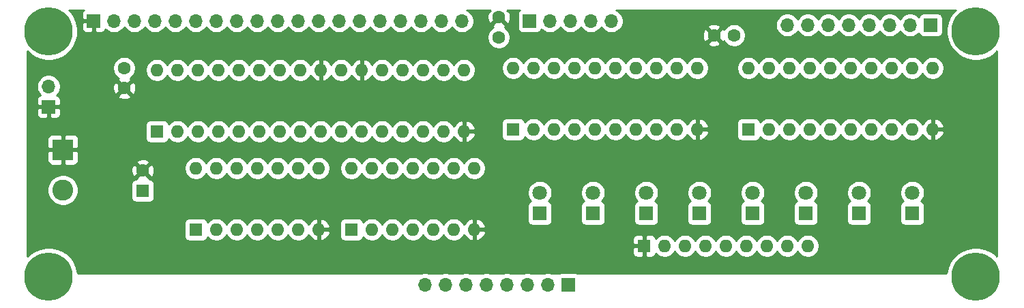
<source format=gbr>
%TF.GenerationSoftware,KiCad,Pcbnew,(5.1.9-0-10_14)*%
%TF.CreationDate,2021-05-21T22:27:02-04:00*%
%TF.ProjectId,RAM,52414d2e-6b69-4636-9164-5f7063625858,rev?*%
%TF.SameCoordinates,Original*%
%TF.FileFunction,Copper,L4,Bot*%
%TF.FilePolarity,Positive*%
%FSLAX46Y46*%
G04 Gerber Fmt 4.6, Leading zero omitted, Abs format (unit mm)*
G04 Created by KiCad (PCBNEW (5.1.9-0-10_14)) date 2021-05-21 22:27:02*
%MOMM*%
%LPD*%
G01*
G04 APERTURE LIST*
%TA.AperFunction,ComponentPad*%
%ADD10O,1.700000X1.700000*%
%TD*%
%TA.AperFunction,ComponentPad*%
%ADD11R,1.700000X1.700000*%
%TD*%
%TA.AperFunction,ComponentPad*%
%ADD12O,1.600000X1.600000*%
%TD*%
%TA.AperFunction,ComponentPad*%
%ADD13R,1.600000X1.600000*%
%TD*%
%TA.AperFunction,ComponentPad*%
%ADD14C,6.000000*%
%TD*%
%TA.AperFunction,ComponentPad*%
%ADD15C,0.800000*%
%TD*%
%TA.AperFunction,ComponentPad*%
%ADD16C,2.600000*%
%TD*%
%TA.AperFunction,ComponentPad*%
%ADD17R,2.600000X2.600000*%
%TD*%
%TA.AperFunction,ComponentPad*%
%ADD18C,1.800000*%
%TD*%
%TA.AperFunction,ComponentPad*%
%ADD19R,1.800000X1.800000*%
%TD*%
%TA.AperFunction,ComponentPad*%
%ADD20C,1.600000*%
%TD*%
%TA.AperFunction,Conductor*%
%ADD21C,0.254000*%
%TD*%
%TA.AperFunction,Conductor*%
%ADD22C,0.100000*%
%TD*%
G04 APERTURE END LIST*
D10*
%TO.P,J2,5*%
%TO.N,OUTPUT_ENABLE*%
X145796000Y-66294000D03*
%TO.P,J2,4*%
%TO.N,WRITE_ENABLE*%
X143256000Y-66294000D03*
%TO.P,J2,3*%
%TO.N,CLOCK*%
X140716000Y-66294000D03*
%TO.P,J2,2*%
%TO.N,PROGRAM_MODE*%
X138176000Y-66294000D03*
D11*
%TO.P,J2,1*%
%TO.N,WRITE_ENABLE*%
X135636000Y-66294000D03*
%TD*%
D12*
%TO.P,U6,14*%
%TO.N,VCC*%
X113538000Y-84582000D03*
%TO.P,U6,7*%
%TO.N,GND*%
X128778000Y-92202000D03*
%TO.P,U6,13*%
%TO.N,N/C*%
X116078000Y-84582000D03*
%TO.P,U6,6*%
X126238000Y-92202000D03*
%TO.P,U6,12*%
X118618000Y-84582000D03*
%TO.P,U6,5*%
X123698000Y-92202000D03*
%TO.P,U6,11*%
X121158000Y-84582000D03*
%TO.P,U6,4*%
X121158000Y-92202000D03*
%TO.P,U6,10*%
X123698000Y-84582000D03*
%TO.P,U6,3*%
%TO.N,Net-(U4-Pad1)*%
X118618000Y-92202000D03*
%TO.P,U6,9*%
%TO.N,N/C*%
X126238000Y-84582000D03*
%TO.P,U6,2*%
%TO.N,CLOCK*%
X116078000Y-92202000D03*
%TO.P,U6,8*%
%TO.N,N/C*%
X128778000Y-84582000D03*
D13*
%TO.P,U6,1*%
%TO.N,PROGRAM_MODE*%
X113538000Y-92202000D03*
%TD*%
D12*
%TO.P,U4,14*%
%TO.N,VCC*%
X94234000Y-84582000D03*
%TO.P,U4,7*%
%TO.N,GND*%
X109474000Y-92202000D03*
%TO.P,U4,13*%
%TO.N,N/C*%
X96774000Y-84582000D03*
%TO.P,U4,6*%
X106934000Y-92202000D03*
%TO.P,U4,12*%
X99314000Y-84582000D03*
%TO.P,U4,5*%
X104394000Y-92202000D03*
%TO.P,U4,11*%
X101854000Y-84582000D03*
%TO.P,U4,4*%
X101854000Y-92202000D03*
%TO.P,U4,10*%
X104394000Y-84582000D03*
%TO.P,U4,3*%
%TO.N,Net-(U1-Pad29)*%
X99314000Y-92202000D03*
%TO.P,U4,9*%
%TO.N,N/C*%
X106934000Y-84582000D03*
%TO.P,U4,2*%
%TO.N,WRITE_ENABLE*%
X96774000Y-92202000D03*
%TO.P,U4,8*%
%TO.N,N/C*%
X109474000Y-84582000D03*
D13*
%TO.P,U4,1*%
%TO.N,Net-(U4-Pad1)*%
X94234000Y-92202000D03*
%TD*%
D12*
%TO.P,U2,20*%
%TO.N,VCC*%
X162814000Y-72136000D03*
%TO.P,U2,10*%
%TO.N,GND*%
X185674000Y-79756000D03*
%TO.P,U2,19*%
%TO.N,OUTPUT_ENABLE*%
X165354000Y-72136000D03*
%TO.P,U2,9*%
%TO.N,/IO7*%
X183134000Y-79756000D03*
%TO.P,U2,18*%
%TO.N,BUS0*%
X167894000Y-72136000D03*
%TO.P,U2,8*%
%TO.N,/IO6*%
X180594000Y-79756000D03*
%TO.P,U2,17*%
%TO.N,BUS1*%
X170434000Y-72136000D03*
%TO.P,U2,7*%
%TO.N,/IO5*%
X178054000Y-79756000D03*
%TO.P,U2,16*%
%TO.N,BUS2*%
X172974000Y-72136000D03*
%TO.P,U2,6*%
%TO.N,/IO4*%
X175514000Y-79756000D03*
%TO.P,U2,15*%
%TO.N,BUS3*%
X175514000Y-72136000D03*
%TO.P,U2,5*%
%TO.N,/IO3*%
X172974000Y-79756000D03*
%TO.P,U2,14*%
%TO.N,BUS4*%
X178054000Y-72136000D03*
%TO.P,U2,4*%
%TO.N,/IO2*%
X170434000Y-79756000D03*
%TO.P,U2,13*%
%TO.N,BUS5*%
X180594000Y-72136000D03*
%TO.P,U2,3*%
%TO.N,/IO1*%
X167894000Y-79756000D03*
%TO.P,U2,12*%
%TO.N,BUS6*%
X183134000Y-72136000D03*
%TO.P,U2,2*%
%TO.N,/IO0*%
X165354000Y-79756000D03*
%TO.P,U2,11*%
%TO.N,BUS7*%
X185674000Y-72136000D03*
D13*
%TO.P,U2,1*%
%TO.N,VCC*%
X162814000Y-79756000D03*
%TD*%
D10*
%TO.P,J7,8*%
%TO.N,D0*%
X122682000Y-99060000D03*
%TO.P,J7,7*%
%TO.N,D1*%
X125222000Y-99060000D03*
%TO.P,J7,6*%
%TO.N,D2*%
X127762000Y-99060000D03*
%TO.P,J7,5*%
%TO.N,D3*%
X130302000Y-99060000D03*
%TO.P,J7,4*%
%TO.N,D4*%
X132842000Y-99060000D03*
%TO.P,J7,3*%
%TO.N,D5*%
X135382000Y-99060000D03*
%TO.P,J7,2*%
%TO.N,D6*%
X137922000Y-99060000D03*
D11*
%TO.P,J7,1*%
%TO.N,D7*%
X140462000Y-99060000D03*
%TD*%
D10*
%TO.P,J6,8*%
%TO.N,BUS0*%
X167640000Y-66802000D03*
%TO.P,J6,7*%
%TO.N,BUS1*%
X170180000Y-66802000D03*
%TO.P,J6,6*%
%TO.N,BUS2*%
X172720000Y-66802000D03*
%TO.P,J6,5*%
%TO.N,BUS3*%
X175260000Y-66802000D03*
%TO.P,J6,4*%
%TO.N,BUS4*%
X177800000Y-66802000D03*
%TO.P,J6,3*%
%TO.N,BUS5*%
X180340000Y-66802000D03*
%TO.P,J6,2*%
%TO.N,BUS6*%
X182880000Y-66802000D03*
D11*
%TO.P,J6,1*%
%TO.N,BUS7*%
X185420000Y-66802000D03*
%TD*%
D10*
%TO.P,J3,2*%
%TO.N,VCC*%
X75946000Y-74422000D03*
D11*
%TO.P,J3,1*%
%TO.N,GND*%
X75946000Y-76962000D03*
%TD*%
D10*
%TO.P,J1,19*%
%TO.N,A0*%
X127254000Y-66294000D03*
%TO.P,J1,18*%
%TO.N,A1*%
X124714000Y-66294000D03*
%TO.P,J1,17*%
%TO.N,A2*%
X122174000Y-66294000D03*
%TO.P,J1,16*%
%TO.N,A3*%
X119634000Y-66294000D03*
%TO.P,J1,15*%
%TO.N,A4*%
X117094000Y-66294000D03*
%TO.P,J1,14*%
%TO.N,A5*%
X114554000Y-66294000D03*
%TO.P,J1,13*%
%TO.N,A6*%
X112014000Y-66294000D03*
%TO.P,J1,12*%
%TO.N,A7*%
X109474000Y-66294000D03*
%TO.P,J1,11*%
%TO.N,A8*%
X106934000Y-66294000D03*
%TO.P,J1,10*%
%TO.N,A9*%
X104394000Y-66294000D03*
%TO.P,J1,9*%
%TO.N,A10*%
X101854000Y-66294000D03*
%TO.P,J1,8*%
%TO.N,A11*%
X99314000Y-66294000D03*
%TO.P,J1,7*%
%TO.N,A12*%
X96774000Y-66294000D03*
%TO.P,J1,6*%
%TO.N,A13*%
X94234000Y-66294000D03*
%TO.P,J1,5*%
%TO.N,A14*%
X91694000Y-66294000D03*
%TO.P,J1,4*%
%TO.N,A15*%
X89154000Y-66294000D03*
%TO.P,J1,3*%
%TO.N,VCC*%
X86614000Y-66294000D03*
%TO.P,J1,2*%
%TO.N,A16*%
X84074000Y-66294000D03*
D11*
%TO.P,J1,1*%
%TO.N,GND*%
X81534000Y-66294000D03*
%TD*%
D14*
%TO.P,REF\u002A\u002A,1*%
%TO.N,N/C*%
X191008000Y-67564000D03*
D15*
X193258000Y-67564000D03*
X192598990Y-69154990D03*
X191008000Y-69814000D03*
X189417010Y-69154990D03*
X188758000Y-67564000D03*
X189417010Y-65973010D03*
X191008000Y-65314000D03*
X192598990Y-65973010D03*
%TD*%
%TO.P,REF\u002A\u002A,1*%
%TO.N,N/C*%
X192598990Y-96453010D03*
X191008000Y-95794000D03*
X189417010Y-96453010D03*
X188758000Y-98044000D03*
X189417010Y-99634990D03*
X191008000Y-100294000D03*
X192598990Y-99634990D03*
X193258000Y-98044000D03*
D14*
X191008000Y-98044000D03*
%TD*%
%TO.P,REF\u002A\u002A,1*%
%TO.N,N/C*%
X75946000Y-98044000D03*
D15*
X78196000Y-98044000D03*
X77536990Y-99634990D03*
X75946000Y-100294000D03*
X74355010Y-99634990D03*
X73696000Y-98044000D03*
X74355010Y-96453010D03*
X75946000Y-95794000D03*
X77536990Y-96453010D03*
%TD*%
%TO.P,REF\u002A\u002A,1*%
%TO.N,N/C*%
X77536990Y-65973010D03*
X75946000Y-65314000D03*
X74355010Y-65973010D03*
X73696000Y-67564000D03*
X74355010Y-69154990D03*
X75946000Y-69814000D03*
X77536990Y-69154990D03*
X78196000Y-67564000D03*
D14*
X75946000Y-67564000D03*
%TD*%
D12*
%TO.P,U3,20*%
%TO.N,VCC*%
X133604000Y-72136000D03*
%TO.P,U3,10*%
%TO.N,GND*%
X156464000Y-79756000D03*
%TO.P,U3,19*%
%TO.N,Net-(U1-Pad29)*%
X136144000Y-72136000D03*
%TO.P,U3,9*%
%TO.N,D7*%
X153924000Y-79756000D03*
%TO.P,U3,18*%
%TO.N,/IO0*%
X138684000Y-72136000D03*
%TO.P,U3,8*%
%TO.N,D6*%
X151384000Y-79756000D03*
%TO.P,U3,17*%
%TO.N,/IO1*%
X141224000Y-72136000D03*
%TO.P,U3,7*%
%TO.N,D5*%
X148844000Y-79756000D03*
%TO.P,U3,16*%
%TO.N,/IO2*%
X143764000Y-72136000D03*
%TO.P,U3,6*%
%TO.N,D4*%
X146304000Y-79756000D03*
%TO.P,U3,15*%
%TO.N,/IO3*%
X146304000Y-72136000D03*
%TO.P,U3,5*%
%TO.N,D3*%
X143764000Y-79756000D03*
%TO.P,U3,14*%
%TO.N,/IO4*%
X148844000Y-72136000D03*
%TO.P,U3,4*%
%TO.N,D2*%
X141224000Y-79756000D03*
%TO.P,U3,13*%
%TO.N,/IO5*%
X151384000Y-72136000D03*
%TO.P,U3,3*%
%TO.N,D1*%
X138684000Y-79756000D03*
%TO.P,U3,12*%
%TO.N,/IO6*%
X153924000Y-72136000D03*
%TO.P,U3,2*%
%TO.N,D0*%
X136144000Y-79756000D03*
%TO.P,U3,11*%
%TO.N,/IO7*%
X156464000Y-72136000D03*
D13*
%TO.P,U3,1*%
%TO.N,VCC*%
X133604000Y-79756000D03*
%TD*%
D12*
%TO.P,U1,32*%
%TO.N,VCC*%
X89408000Y-72390000D03*
%TO.P,U1,16*%
%TO.N,GND*%
X127508000Y-80010000D03*
%TO.P,U1,31*%
%TO.N,A15*%
X91948000Y-72390000D03*
%TO.P,U1,15*%
%TO.N,/IO2*%
X124968000Y-80010000D03*
%TO.P,U1,30*%
%TO.N,VCC*%
X94488000Y-72390000D03*
%TO.P,U1,14*%
%TO.N,/IO1*%
X122428000Y-80010000D03*
%TO.P,U1,29*%
%TO.N,Net-(U1-Pad29)*%
X97028000Y-72390000D03*
%TO.P,U1,13*%
%TO.N,/IO0*%
X119888000Y-80010000D03*
%TO.P,U1,28*%
%TO.N,A13*%
X99568000Y-72390000D03*
%TO.P,U1,12*%
%TO.N,A0*%
X117348000Y-80010000D03*
%TO.P,U1,27*%
%TO.N,A8*%
X102108000Y-72390000D03*
%TO.P,U1,11*%
%TO.N,A1*%
X114808000Y-80010000D03*
%TO.P,U1,26*%
%TO.N,A9*%
X104648000Y-72390000D03*
%TO.P,U1,10*%
%TO.N,A2*%
X112268000Y-80010000D03*
%TO.P,U1,25*%
%TO.N,A11*%
X107188000Y-72390000D03*
%TO.P,U1,9*%
%TO.N,A3*%
X109728000Y-80010000D03*
%TO.P,U1,24*%
%TO.N,GND*%
X109728000Y-72390000D03*
%TO.P,U1,8*%
%TO.N,A4*%
X107188000Y-80010000D03*
%TO.P,U1,23*%
%TO.N,A10*%
X112268000Y-72390000D03*
%TO.P,U1,7*%
%TO.N,A5*%
X104648000Y-80010000D03*
%TO.P,U1,22*%
%TO.N,GND*%
X114808000Y-72390000D03*
%TO.P,U1,6*%
%TO.N,A6*%
X102108000Y-80010000D03*
%TO.P,U1,21*%
%TO.N,/IO7*%
X117348000Y-72390000D03*
%TO.P,U1,5*%
%TO.N,A7*%
X99568000Y-80010000D03*
%TO.P,U1,20*%
%TO.N,/IO6*%
X119888000Y-72390000D03*
%TO.P,U1,4*%
%TO.N,A12*%
X97028000Y-80010000D03*
%TO.P,U1,19*%
%TO.N,/IO5*%
X122428000Y-72390000D03*
%TO.P,U1,3*%
%TO.N,A14*%
X94488000Y-80010000D03*
%TO.P,U1,18*%
%TO.N,/IO4*%
X124968000Y-72390000D03*
%TO.P,U1,2*%
%TO.N,A16*%
X91948000Y-80010000D03*
%TO.P,U1,17*%
%TO.N,/IO3*%
X127508000Y-72390000D03*
D13*
%TO.P,U1,1*%
%TO.N,Net-(U1-Pad1)*%
X89408000Y-80010000D03*
%TD*%
D12*
%TO.P,RN1,9*%
%TO.N,Net-(D1-Pad1)*%
X170180000Y-94234000D03*
%TO.P,RN1,8*%
%TO.N,Net-(D2-Pad1)*%
X167640000Y-94234000D03*
%TO.P,RN1,7*%
%TO.N,Net-(D3-Pad1)*%
X165100000Y-94234000D03*
%TO.P,RN1,6*%
%TO.N,Net-(D4-Pad1)*%
X162560000Y-94234000D03*
%TO.P,RN1,5*%
%TO.N,Net-(D5-Pad1)*%
X160020000Y-94234000D03*
%TO.P,RN1,4*%
%TO.N,Net-(D6-Pad1)*%
X157480000Y-94234000D03*
%TO.P,RN1,3*%
%TO.N,Net-(D7-Pad1)*%
X154940000Y-94234000D03*
%TO.P,RN1,2*%
%TO.N,Net-(D8-Pad1)*%
X152400000Y-94234000D03*
D13*
%TO.P,RN1,1*%
%TO.N,GND*%
X149860000Y-94234000D03*
%TD*%
D16*
%TO.P,J4,2*%
%TO.N,VCC*%
X77724000Y-87296000D03*
D17*
%TO.P,J4,1*%
%TO.N,GND*%
X77724000Y-82296000D03*
%TD*%
D18*
%TO.P,D8,2*%
%TO.N,/IO0*%
X136906000Y-87630000D03*
D19*
%TO.P,D8,1*%
%TO.N,Net-(D8-Pad1)*%
X136906000Y-90170000D03*
%TD*%
D18*
%TO.P,D7,2*%
%TO.N,/IO1*%
X143510000Y-87630000D03*
D19*
%TO.P,D7,1*%
%TO.N,Net-(D7-Pad1)*%
X143510000Y-90170000D03*
%TD*%
D18*
%TO.P,D6,2*%
%TO.N,/IO2*%
X150114000Y-87630000D03*
D19*
%TO.P,D6,1*%
%TO.N,Net-(D6-Pad1)*%
X150114000Y-90170000D03*
%TD*%
D18*
%TO.P,D5,2*%
%TO.N,/IO3*%
X156718000Y-87630000D03*
D19*
%TO.P,D5,1*%
%TO.N,Net-(D5-Pad1)*%
X156718000Y-90170000D03*
%TD*%
D18*
%TO.P,D4,2*%
%TO.N,/IO4*%
X163322000Y-87630000D03*
D19*
%TO.P,D4,1*%
%TO.N,Net-(D4-Pad1)*%
X163322000Y-90170000D03*
%TD*%
D18*
%TO.P,D3,2*%
%TO.N,/IO5*%
X169926000Y-87630000D03*
D19*
%TO.P,D3,1*%
%TO.N,Net-(D3-Pad1)*%
X169926000Y-90170000D03*
%TD*%
D18*
%TO.P,D2,2*%
%TO.N,/IO6*%
X176530000Y-87630000D03*
D19*
%TO.P,D2,1*%
%TO.N,Net-(D2-Pad1)*%
X176530000Y-90170000D03*
%TD*%
D18*
%TO.P,D1,2*%
%TO.N,/IO7*%
X183134000Y-87630000D03*
D19*
%TO.P,D1,1*%
%TO.N,Net-(D1-Pad1)*%
X183134000Y-90170000D03*
%TD*%
D20*
%TO.P,C4,2*%
%TO.N,GND*%
X158536000Y-68072000D03*
%TO.P,C4,1*%
%TO.N,VCC*%
X161036000Y-68072000D03*
%TD*%
%TO.P,C3,2*%
%TO.N,GND*%
X131826000Y-65826000D03*
%TO.P,C3,1*%
%TO.N,VCC*%
X131826000Y-68326000D03*
%TD*%
%TO.P,C2,2*%
%TO.N,GND*%
X85344000Y-74636000D03*
%TO.P,C2,1*%
%TO.N,VCC*%
X85344000Y-72136000D03*
%TD*%
%TO.P,C1,2*%
%TO.N,GND*%
X87630000Y-84876000D03*
D13*
%TO.P,C1,1*%
%TO.N,VCC*%
X87630000Y-87376000D03*
%TD*%
D21*
%TO.N,GND*%
X80232815Y-64992815D02*
X80153463Y-65089506D01*
X80094498Y-65199820D01*
X80058188Y-65319518D01*
X80045928Y-65444000D01*
X80049000Y-66008250D01*
X80207750Y-66167000D01*
X81407000Y-66167000D01*
X81407000Y-66147000D01*
X81661000Y-66147000D01*
X81661000Y-66167000D01*
X81681000Y-66167000D01*
X81681000Y-66421000D01*
X81661000Y-66421000D01*
X81661000Y-67620250D01*
X81819750Y-67779000D01*
X82384000Y-67782072D01*
X82508482Y-67769812D01*
X82628180Y-67733502D01*
X82738494Y-67674537D01*
X82835185Y-67595185D01*
X82914537Y-67498494D01*
X82973502Y-67388180D01*
X82995513Y-67315620D01*
X83127368Y-67447475D01*
X83370589Y-67609990D01*
X83640842Y-67721932D01*
X83927740Y-67779000D01*
X84220260Y-67779000D01*
X84507158Y-67721932D01*
X84777411Y-67609990D01*
X85020632Y-67447475D01*
X85227475Y-67240632D01*
X85344000Y-67066240D01*
X85460525Y-67240632D01*
X85667368Y-67447475D01*
X85910589Y-67609990D01*
X86180842Y-67721932D01*
X86467740Y-67779000D01*
X86760260Y-67779000D01*
X87047158Y-67721932D01*
X87317411Y-67609990D01*
X87560632Y-67447475D01*
X87767475Y-67240632D01*
X87884000Y-67066240D01*
X88000525Y-67240632D01*
X88207368Y-67447475D01*
X88450589Y-67609990D01*
X88720842Y-67721932D01*
X89007740Y-67779000D01*
X89300260Y-67779000D01*
X89587158Y-67721932D01*
X89857411Y-67609990D01*
X90100632Y-67447475D01*
X90307475Y-67240632D01*
X90424000Y-67066240D01*
X90540525Y-67240632D01*
X90747368Y-67447475D01*
X90990589Y-67609990D01*
X91260842Y-67721932D01*
X91547740Y-67779000D01*
X91840260Y-67779000D01*
X92127158Y-67721932D01*
X92397411Y-67609990D01*
X92640632Y-67447475D01*
X92847475Y-67240632D01*
X92964000Y-67066240D01*
X93080525Y-67240632D01*
X93287368Y-67447475D01*
X93530589Y-67609990D01*
X93800842Y-67721932D01*
X94087740Y-67779000D01*
X94380260Y-67779000D01*
X94667158Y-67721932D01*
X94937411Y-67609990D01*
X95180632Y-67447475D01*
X95387475Y-67240632D01*
X95504000Y-67066240D01*
X95620525Y-67240632D01*
X95827368Y-67447475D01*
X96070589Y-67609990D01*
X96340842Y-67721932D01*
X96627740Y-67779000D01*
X96920260Y-67779000D01*
X97207158Y-67721932D01*
X97477411Y-67609990D01*
X97720632Y-67447475D01*
X97927475Y-67240632D01*
X98044000Y-67066240D01*
X98160525Y-67240632D01*
X98367368Y-67447475D01*
X98610589Y-67609990D01*
X98880842Y-67721932D01*
X99167740Y-67779000D01*
X99460260Y-67779000D01*
X99747158Y-67721932D01*
X100017411Y-67609990D01*
X100260632Y-67447475D01*
X100467475Y-67240632D01*
X100584000Y-67066240D01*
X100700525Y-67240632D01*
X100907368Y-67447475D01*
X101150589Y-67609990D01*
X101420842Y-67721932D01*
X101707740Y-67779000D01*
X102000260Y-67779000D01*
X102287158Y-67721932D01*
X102557411Y-67609990D01*
X102800632Y-67447475D01*
X103007475Y-67240632D01*
X103124000Y-67066240D01*
X103240525Y-67240632D01*
X103447368Y-67447475D01*
X103690589Y-67609990D01*
X103960842Y-67721932D01*
X104247740Y-67779000D01*
X104540260Y-67779000D01*
X104827158Y-67721932D01*
X105097411Y-67609990D01*
X105340632Y-67447475D01*
X105547475Y-67240632D01*
X105664000Y-67066240D01*
X105780525Y-67240632D01*
X105987368Y-67447475D01*
X106230589Y-67609990D01*
X106500842Y-67721932D01*
X106787740Y-67779000D01*
X107080260Y-67779000D01*
X107367158Y-67721932D01*
X107637411Y-67609990D01*
X107880632Y-67447475D01*
X108087475Y-67240632D01*
X108204000Y-67066240D01*
X108320525Y-67240632D01*
X108527368Y-67447475D01*
X108770589Y-67609990D01*
X109040842Y-67721932D01*
X109327740Y-67779000D01*
X109620260Y-67779000D01*
X109907158Y-67721932D01*
X110177411Y-67609990D01*
X110420632Y-67447475D01*
X110627475Y-67240632D01*
X110744000Y-67066240D01*
X110860525Y-67240632D01*
X111067368Y-67447475D01*
X111310589Y-67609990D01*
X111580842Y-67721932D01*
X111867740Y-67779000D01*
X112160260Y-67779000D01*
X112447158Y-67721932D01*
X112717411Y-67609990D01*
X112960632Y-67447475D01*
X113167475Y-67240632D01*
X113284000Y-67066240D01*
X113400525Y-67240632D01*
X113607368Y-67447475D01*
X113850589Y-67609990D01*
X114120842Y-67721932D01*
X114407740Y-67779000D01*
X114700260Y-67779000D01*
X114987158Y-67721932D01*
X115257411Y-67609990D01*
X115500632Y-67447475D01*
X115707475Y-67240632D01*
X115824000Y-67066240D01*
X115940525Y-67240632D01*
X116147368Y-67447475D01*
X116390589Y-67609990D01*
X116660842Y-67721932D01*
X116947740Y-67779000D01*
X117240260Y-67779000D01*
X117527158Y-67721932D01*
X117797411Y-67609990D01*
X118040632Y-67447475D01*
X118247475Y-67240632D01*
X118364000Y-67066240D01*
X118480525Y-67240632D01*
X118687368Y-67447475D01*
X118930589Y-67609990D01*
X119200842Y-67721932D01*
X119487740Y-67779000D01*
X119780260Y-67779000D01*
X120067158Y-67721932D01*
X120337411Y-67609990D01*
X120580632Y-67447475D01*
X120787475Y-67240632D01*
X120904000Y-67066240D01*
X121020525Y-67240632D01*
X121227368Y-67447475D01*
X121470589Y-67609990D01*
X121740842Y-67721932D01*
X122027740Y-67779000D01*
X122320260Y-67779000D01*
X122607158Y-67721932D01*
X122877411Y-67609990D01*
X123120632Y-67447475D01*
X123327475Y-67240632D01*
X123444000Y-67066240D01*
X123560525Y-67240632D01*
X123767368Y-67447475D01*
X124010589Y-67609990D01*
X124280842Y-67721932D01*
X124567740Y-67779000D01*
X124860260Y-67779000D01*
X125147158Y-67721932D01*
X125417411Y-67609990D01*
X125660632Y-67447475D01*
X125867475Y-67240632D01*
X125984000Y-67066240D01*
X126100525Y-67240632D01*
X126307368Y-67447475D01*
X126550589Y-67609990D01*
X126820842Y-67721932D01*
X127107740Y-67779000D01*
X127400260Y-67779000D01*
X127687158Y-67721932D01*
X127957411Y-67609990D01*
X128200632Y-67447475D01*
X128407475Y-67240632D01*
X128569990Y-66997411D01*
X128681932Y-66727158D01*
X128739000Y-66440260D01*
X128739000Y-66147740D01*
X128681932Y-65860842D01*
X128569990Y-65590589D01*
X128407475Y-65347368D01*
X128200632Y-65140525D01*
X127957411Y-64978010D01*
X127822190Y-64922000D01*
X130742393Y-64922000D01*
X130833296Y-65012903D01*
X130589329Y-65084486D01*
X130468429Y-65339996D01*
X130399700Y-65614184D01*
X130385783Y-65896512D01*
X130427213Y-66176130D01*
X130522397Y-66442292D01*
X130589329Y-66567514D01*
X130833298Y-66639097D01*
X131646395Y-65826000D01*
X131632253Y-65811858D01*
X131811858Y-65632253D01*
X131826000Y-65646395D01*
X131840143Y-65632253D01*
X132019748Y-65811858D01*
X132005605Y-65826000D01*
X132818702Y-66639097D01*
X133062671Y-66567514D01*
X133183571Y-66312004D01*
X133252300Y-66037816D01*
X133266217Y-65755488D01*
X133224787Y-65475870D01*
X133129603Y-65209708D01*
X133062671Y-65084486D01*
X132818704Y-65012903D01*
X132909607Y-64922000D01*
X134421104Y-64922000D01*
X134334815Y-64992815D01*
X134255463Y-65089506D01*
X134196498Y-65199820D01*
X134160188Y-65319518D01*
X134147928Y-65444000D01*
X134147928Y-67144000D01*
X134160188Y-67268482D01*
X134196498Y-67388180D01*
X134255463Y-67498494D01*
X134334815Y-67595185D01*
X134431506Y-67674537D01*
X134541820Y-67733502D01*
X134661518Y-67769812D01*
X134786000Y-67782072D01*
X136486000Y-67782072D01*
X136610482Y-67769812D01*
X136730180Y-67733502D01*
X136840494Y-67674537D01*
X136937185Y-67595185D01*
X137016537Y-67498494D01*
X137075502Y-67388180D01*
X137097513Y-67315620D01*
X137229368Y-67447475D01*
X137472589Y-67609990D01*
X137742842Y-67721932D01*
X138029740Y-67779000D01*
X138322260Y-67779000D01*
X138609158Y-67721932D01*
X138879411Y-67609990D01*
X139122632Y-67447475D01*
X139329475Y-67240632D01*
X139446000Y-67066240D01*
X139562525Y-67240632D01*
X139769368Y-67447475D01*
X140012589Y-67609990D01*
X140282842Y-67721932D01*
X140569740Y-67779000D01*
X140862260Y-67779000D01*
X141149158Y-67721932D01*
X141419411Y-67609990D01*
X141662632Y-67447475D01*
X141869475Y-67240632D01*
X141986000Y-67066240D01*
X142102525Y-67240632D01*
X142309368Y-67447475D01*
X142552589Y-67609990D01*
X142822842Y-67721932D01*
X143109740Y-67779000D01*
X143402260Y-67779000D01*
X143689158Y-67721932D01*
X143959411Y-67609990D01*
X144202632Y-67447475D01*
X144409475Y-67240632D01*
X144526000Y-67066240D01*
X144642525Y-67240632D01*
X144849368Y-67447475D01*
X145092589Y-67609990D01*
X145362842Y-67721932D01*
X145649740Y-67779000D01*
X145942260Y-67779000D01*
X146229158Y-67721932D01*
X146499411Y-67609990D01*
X146742632Y-67447475D01*
X146949475Y-67240632D01*
X147057274Y-67079298D01*
X157722903Y-67079298D01*
X158536000Y-67892395D01*
X159349097Y-67079298D01*
X159277514Y-66835329D01*
X159022004Y-66714429D01*
X158747816Y-66645700D01*
X158465488Y-66631783D01*
X158185870Y-66673213D01*
X157919708Y-66768397D01*
X157794486Y-66835329D01*
X157722903Y-67079298D01*
X147057274Y-67079298D01*
X147111990Y-66997411D01*
X147223932Y-66727158D01*
X147281000Y-66440260D01*
X147281000Y-66147740D01*
X147223932Y-65860842D01*
X147111990Y-65590589D01*
X146949475Y-65347368D01*
X146742632Y-65140525D01*
X146499411Y-64978010D01*
X146364190Y-64922000D01*
X188509334Y-64922000D01*
X188184511Y-65246823D01*
X187786705Y-65842182D01*
X187512691Y-66503710D01*
X187373000Y-67205984D01*
X187373000Y-67922016D01*
X187512691Y-68624290D01*
X187786705Y-69285818D01*
X188184511Y-69881177D01*
X188690823Y-70387489D01*
X189286182Y-70785295D01*
X189947710Y-71059309D01*
X190649984Y-71199000D01*
X191366016Y-71199000D01*
X192068290Y-71059309D01*
X192729818Y-70785295D01*
X193325177Y-70387489D01*
X193650001Y-70062665D01*
X193650000Y-95545334D01*
X193325177Y-95220511D01*
X192729818Y-94822705D01*
X192068290Y-94548691D01*
X191366016Y-94409000D01*
X190649984Y-94409000D01*
X189947710Y-94548691D01*
X189286182Y-94822705D01*
X188690823Y-95220511D01*
X188184511Y-95726823D01*
X187786705Y-96322182D01*
X187512691Y-96983710D01*
X187377572Y-97663000D01*
X141635694Y-97663000D01*
X141556180Y-97620498D01*
X141436482Y-97584188D01*
X141312000Y-97571928D01*
X139612000Y-97571928D01*
X139487518Y-97584188D01*
X139367820Y-97620498D01*
X139288306Y-97663000D01*
X138429835Y-97663000D01*
X138355158Y-97632068D01*
X138068260Y-97575000D01*
X137775740Y-97575000D01*
X137488842Y-97632068D01*
X137414165Y-97663000D01*
X135889835Y-97663000D01*
X135815158Y-97632068D01*
X135528260Y-97575000D01*
X135235740Y-97575000D01*
X134948842Y-97632068D01*
X134874165Y-97663000D01*
X133349835Y-97663000D01*
X133275158Y-97632068D01*
X132988260Y-97575000D01*
X132695740Y-97575000D01*
X132408842Y-97632068D01*
X132334165Y-97663000D01*
X130809835Y-97663000D01*
X130735158Y-97632068D01*
X130448260Y-97575000D01*
X130155740Y-97575000D01*
X129868842Y-97632068D01*
X129794165Y-97663000D01*
X128269835Y-97663000D01*
X128195158Y-97632068D01*
X127908260Y-97575000D01*
X127615740Y-97575000D01*
X127328842Y-97632068D01*
X127254165Y-97663000D01*
X125729835Y-97663000D01*
X125655158Y-97632068D01*
X125368260Y-97575000D01*
X125075740Y-97575000D01*
X124788842Y-97632068D01*
X124714165Y-97663000D01*
X123189835Y-97663000D01*
X123115158Y-97632068D01*
X122828260Y-97575000D01*
X122535740Y-97575000D01*
X122248842Y-97632068D01*
X122174165Y-97663000D01*
X79576428Y-97663000D01*
X79441309Y-96983710D01*
X79167295Y-96322182D01*
X78769489Y-95726823D01*
X78263177Y-95220511D01*
X77984044Y-95034000D01*
X148421928Y-95034000D01*
X148434188Y-95158482D01*
X148470498Y-95278180D01*
X148529463Y-95388494D01*
X148608815Y-95485185D01*
X148705506Y-95564537D01*
X148815820Y-95623502D01*
X148935518Y-95659812D01*
X149060000Y-95672072D01*
X149574250Y-95669000D01*
X149733000Y-95510250D01*
X149733000Y-94361000D01*
X148583750Y-94361000D01*
X148425000Y-94519750D01*
X148421928Y-95034000D01*
X77984044Y-95034000D01*
X77667818Y-94822705D01*
X77006290Y-94548691D01*
X76304016Y-94409000D01*
X75587984Y-94409000D01*
X74885710Y-94548691D01*
X74224182Y-94822705D01*
X73628823Y-95220511D01*
X73304000Y-95545334D01*
X73304000Y-91402000D01*
X92795928Y-91402000D01*
X92795928Y-93002000D01*
X92808188Y-93126482D01*
X92844498Y-93246180D01*
X92903463Y-93356494D01*
X92982815Y-93453185D01*
X93079506Y-93532537D01*
X93189820Y-93591502D01*
X93309518Y-93627812D01*
X93434000Y-93640072D01*
X95034000Y-93640072D01*
X95158482Y-93627812D01*
X95278180Y-93591502D01*
X95388494Y-93532537D01*
X95485185Y-93453185D01*
X95564537Y-93356494D01*
X95623502Y-93246180D01*
X95659812Y-93126482D01*
X95660643Y-93118039D01*
X95859241Y-93316637D01*
X96094273Y-93473680D01*
X96355426Y-93581853D01*
X96632665Y-93637000D01*
X96915335Y-93637000D01*
X97192574Y-93581853D01*
X97453727Y-93473680D01*
X97688759Y-93316637D01*
X97888637Y-93116759D01*
X98044000Y-92884241D01*
X98199363Y-93116759D01*
X98399241Y-93316637D01*
X98634273Y-93473680D01*
X98895426Y-93581853D01*
X99172665Y-93637000D01*
X99455335Y-93637000D01*
X99732574Y-93581853D01*
X99993727Y-93473680D01*
X100228759Y-93316637D01*
X100428637Y-93116759D01*
X100584000Y-92884241D01*
X100739363Y-93116759D01*
X100939241Y-93316637D01*
X101174273Y-93473680D01*
X101435426Y-93581853D01*
X101712665Y-93637000D01*
X101995335Y-93637000D01*
X102272574Y-93581853D01*
X102533727Y-93473680D01*
X102768759Y-93316637D01*
X102968637Y-93116759D01*
X103124000Y-92884241D01*
X103279363Y-93116759D01*
X103479241Y-93316637D01*
X103714273Y-93473680D01*
X103975426Y-93581853D01*
X104252665Y-93637000D01*
X104535335Y-93637000D01*
X104812574Y-93581853D01*
X105073727Y-93473680D01*
X105308759Y-93316637D01*
X105508637Y-93116759D01*
X105664000Y-92884241D01*
X105819363Y-93116759D01*
X106019241Y-93316637D01*
X106254273Y-93473680D01*
X106515426Y-93581853D01*
X106792665Y-93637000D01*
X107075335Y-93637000D01*
X107352574Y-93581853D01*
X107613727Y-93473680D01*
X107848759Y-93316637D01*
X108048637Y-93116759D01*
X108205680Y-92881727D01*
X108210067Y-92871135D01*
X108321615Y-93057131D01*
X108510586Y-93265519D01*
X108736580Y-93433037D01*
X108990913Y-93553246D01*
X109124961Y-93593904D01*
X109347000Y-93471915D01*
X109347000Y-92329000D01*
X109601000Y-92329000D01*
X109601000Y-93471915D01*
X109823039Y-93593904D01*
X109957087Y-93553246D01*
X110211420Y-93433037D01*
X110437414Y-93265519D01*
X110626385Y-93057131D01*
X110771070Y-92815881D01*
X110865909Y-92551040D01*
X110744624Y-92329000D01*
X109601000Y-92329000D01*
X109347000Y-92329000D01*
X109327000Y-92329000D01*
X109327000Y-92075000D01*
X109347000Y-92075000D01*
X109347000Y-90932085D01*
X109601000Y-90932085D01*
X109601000Y-92075000D01*
X110744624Y-92075000D01*
X110865909Y-91852960D01*
X110771070Y-91588119D01*
X110659449Y-91402000D01*
X112099928Y-91402000D01*
X112099928Y-93002000D01*
X112112188Y-93126482D01*
X112148498Y-93246180D01*
X112207463Y-93356494D01*
X112286815Y-93453185D01*
X112383506Y-93532537D01*
X112493820Y-93591502D01*
X112613518Y-93627812D01*
X112738000Y-93640072D01*
X114338000Y-93640072D01*
X114462482Y-93627812D01*
X114582180Y-93591502D01*
X114692494Y-93532537D01*
X114789185Y-93453185D01*
X114868537Y-93356494D01*
X114927502Y-93246180D01*
X114963812Y-93126482D01*
X114964643Y-93118039D01*
X115163241Y-93316637D01*
X115398273Y-93473680D01*
X115659426Y-93581853D01*
X115936665Y-93637000D01*
X116219335Y-93637000D01*
X116496574Y-93581853D01*
X116757727Y-93473680D01*
X116992759Y-93316637D01*
X117192637Y-93116759D01*
X117348000Y-92884241D01*
X117503363Y-93116759D01*
X117703241Y-93316637D01*
X117938273Y-93473680D01*
X118199426Y-93581853D01*
X118476665Y-93637000D01*
X118759335Y-93637000D01*
X119036574Y-93581853D01*
X119297727Y-93473680D01*
X119532759Y-93316637D01*
X119732637Y-93116759D01*
X119888000Y-92884241D01*
X120043363Y-93116759D01*
X120243241Y-93316637D01*
X120478273Y-93473680D01*
X120739426Y-93581853D01*
X121016665Y-93637000D01*
X121299335Y-93637000D01*
X121576574Y-93581853D01*
X121837727Y-93473680D01*
X122072759Y-93316637D01*
X122272637Y-93116759D01*
X122428000Y-92884241D01*
X122583363Y-93116759D01*
X122783241Y-93316637D01*
X123018273Y-93473680D01*
X123279426Y-93581853D01*
X123556665Y-93637000D01*
X123839335Y-93637000D01*
X124116574Y-93581853D01*
X124377727Y-93473680D01*
X124612759Y-93316637D01*
X124812637Y-93116759D01*
X124968000Y-92884241D01*
X125123363Y-93116759D01*
X125323241Y-93316637D01*
X125558273Y-93473680D01*
X125819426Y-93581853D01*
X126096665Y-93637000D01*
X126379335Y-93637000D01*
X126656574Y-93581853D01*
X126917727Y-93473680D01*
X127152759Y-93316637D01*
X127352637Y-93116759D01*
X127509680Y-92881727D01*
X127514067Y-92871135D01*
X127625615Y-93057131D01*
X127814586Y-93265519D01*
X128040580Y-93433037D01*
X128294913Y-93553246D01*
X128428961Y-93593904D01*
X128651000Y-93471915D01*
X128651000Y-92329000D01*
X128905000Y-92329000D01*
X128905000Y-93471915D01*
X129127039Y-93593904D01*
X129261087Y-93553246D01*
X129513382Y-93434000D01*
X148421928Y-93434000D01*
X148425000Y-93948250D01*
X148583750Y-94107000D01*
X149733000Y-94107000D01*
X149733000Y-92957750D01*
X149987000Y-92957750D01*
X149987000Y-94107000D01*
X150007000Y-94107000D01*
X150007000Y-94361000D01*
X149987000Y-94361000D01*
X149987000Y-95510250D01*
X150145750Y-95669000D01*
X150660000Y-95672072D01*
X150784482Y-95659812D01*
X150904180Y-95623502D01*
X151014494Y-95564537D01*
X151111185Y-95485185D01*
X151190537Y-95388494D01*
X151249502Y-95278180D01*
X151285812Y-95158482D01*
X151286643Y-95150039D01*
X151485241Y-95348637D01*
X151720273Y-95505680D01*
X151981426Y-95613853D01*
X152258665Y-95669000D01*
X152541335Y-95669000D01*
X152818574Y-95613853D01*
X153079727Y-95505680D01*
X153314759Y-95348637D01*
X153514637Y-95148759D01*
X153670000Y-94916241D01*
X153825363Y-95148759D01*
X154025241Y-95348637D01*
X154260273Y-95505680D01*
X154521426Y-95613853D01*
X154798665Y-95669000D01*
X155081335Y-95669000D01*
X155358574Y-95613853D01*
X155619727Y-95505680D01*
X155854759Y-95348637D01*
X156054637Y-95148759D01*
X156210000Y-94916241D01*
X156365363Y-95148759D01*
X156565241Y-95348637D01*
X156800273Y-95505680D01*
X157061426Y-95613853D01*
X157338665Y-95669000D01*
X157621335Y-95669000D01*
X157898574Y-95613853D01*
X158159727Y-95505680D01*
X158394759Y-95348637D01*
X158594637Y-95148759D01*
X158750000Y-94916241D01*
X158905363Y-95148759D01*
X159105241Y-95348637D01*
X159340273Y-95505680D01*
X159601426Y-95613853D01*
X159878665Y-95669000D01*
X160161335Y-95669000D01*
X160438574Y-95613853D01*
X160699727Y-95505680D01*
X160934759Y-95348637D01*
X161134637Y-95148759D01*
X161290000Y-94916241D01*
X161445363Y-95148759D01*
X161645241Y-95348637D01*
X161880273Y-95505680D01*
X162141426Y-95613853D01*
X162418665Y-95669000D01*
X162701335Y-95669000D01*
X162978574Y-95613853D01*
X163239727Y-95505680D01*
X163474759Y-95348637D01*
X163674637Y-95148759D01*
X163830000Y-94916241D01*
X163985363Y-95148759D01*
X164185241Y-95348637D01*
X164420273Y-95505680D01*
X164681426Y-95613853D01*
X164958665Y-95669000D01*
X165241335Y-95669000D01*
X165518574Y-95613853D01*
X165779727Y-95505680D01*
X166014759Y-95348637D01*
X166214637Y-95148759D01*
X166370000Y-94916241D01*
X166525363Y-95148759D01*
X166725241Y-95348637D01*
X166960273Y-95505680D01*
X167221426Y-95613853D01*
X167498665Y-95669000D01*
X167781335Y-95669000D01*
X168058574Y-95613853D01*
X168319727Y-95505680D01*
X168554759Y-95348637D01*
X168754637Y-95148759D01*
X168910000Y-94916241D01*
X169065363Y-95148759D01*
X169265241Y-95348637D01*
X169500273Y-95505680D01*
X169761426Y-95613853D01*
X170038665Y-95669000D01*
X170321335Y-95669000D01*
X170598574Y-95613853D01*
X170859727Y-95505680D01*
X171094759Y-95348637D01*
X171294637Y-95148759D01*
X171451680Y-94913727D01*
X171559853Y-94652574D01*
X171615000Y-94375335D01*
X171615000Y-94092665D01*
X171559853Y-93815426D01*
X171451680Y-93554273D01*
X171294637Y-93319241D01*
X171094759Y-93119363D01*
X170859727Y-92962320D01*
X170598574Y-92854147D01*
X170321335Y-92799000D01*
X170038665Y-92799000D01*
X169761426Y-92854147D01*
X169500273Y-92962320D01*
X169265241Y-93119363D01*
X169065363Y-93319241D01*
X168910000Y-93551759D01*
X168754637Y-93319241D01*
X168554759Y-93119363D01*
X168319727Y-92962320D01*
X168058574Y-92854147D01*
X167781335Y-92799000D01*
X167498665Y-92799000D01*
X167221426Y-92854147D01*
X166960273Y-92962320D01*
X166725241Y-93119363D01*
X166525363Y-93319241D01*
X166370000Y-93551759D01*
X166214637Y-93319241D01*
X166014759Y-93119363D01*
X165779727Y-92962320D01*
X165518574Y-92854147D01*
X165241335Y-92799000D01*
X164958665Y-92799000D01*
X164681426Y-92854147D01*
X164420273Y-92962320D01*
X164185241Y-93119363D01*
X163985363Y-93319241D01*
X163830000Y-93551759D01*
X163674637Y-93319241D01*
X163474759Y-93119363D01*
X163239727Y-92962320D01*
X162978574Y-92854147D01*
X162701335Y-92799000D01*
X162418665Y-92799000D01*
X162141426Y-92854147D01*
X161880273Y-92962320D01*
X161645241Y-93119363D01*
X161445363Y-93319241D01*
X161290000Y-93551759D01*
X161134637Y-93319241D01*
X160934759Y-93119363D01*
X160699727Y-92962320D01*
X160438574Y-92854147D01*
X160161335Y-92799000D01*
X159878665Y-92799000D01*
X159601426Y-92854147D01*
X159340273Y-92962320D01*
X159105241Y-93119363D01*
X158905363Y-93319241D01*
X158750000Y-93551759D01*
X158594637Y-93319241D01*
X158394759Y-93119363D01*
X158159727Y-92962320D01*
X157898574Y-92854147D01*
X157621335Y-92799000D01*
X157338665Y-92799000D01*
X157061426Y-92854147D01*
X156800273Y-92962320D01*
X156565241Y-93119363D01*
X156365363Y-93319241D01*
X156210000Y-93551759D01*
X156054637Y-93319241D01*
X155854759Y-93119363D01*
X155619727Y-92962320D01*
X155358574Y-92854147D01*
X155081335Y-92799000D01*
X154798665Y-92799000D01*
X154521426Y-92854147D01*
X154260273Y-92962320D01*
X154025241Y-93119363D01*
X153825363Y-93319241D01*
X153670000Y-93551759D01*
X153514637Y-93319241D01*
X153314759Y-93119363D01*
X153079727Y-92962320D01*
X152818574Y-92854147D01*
X152541335Y-92799000D01*
X152258665Y-92799000D01*
X151981426Y-92854147D01*
X151720273Y-92962320D01*
X151485241Y-93119363D01*
X151286643Y-93317961D01*
X151285812Y-93309518D01*
X151249502Y-93189820D01*
X151190537Y-93079506D01*
X151111185Y-92982815D01*
X151014494Y-92903463D01*
X150904180Y-92844498D01*
X150784482Y-92808188D01*
X150660000Y-92795928D01*
X150145750Y-92799000D01*
X149987000Y-92957750D01*
X149733000Y-92957750D01*
X149574250Y-92799000D01*
X149060000Y-92795928D01*
X148935518Y-92808188D01*
X148815820Y-92844498D01*
X148705506Y-92903463D01*
X148608815Y-92982815D01*
X148529463Y-93079506D01*
X148470498Y-93189820D01*
X148434188Y-93309518D01*
X148421928Y-93434000D01*
X129513382Y-93434000D01*
X129515420Y-93433037D01*
X129741414Y-93265519D01*
X129930385Y-93057131D01*
X130075070Y-92815881D01*
X130169909Y-92551040D01*
X130048624Y-92329000D01*
X128905000Y-92329000D01*
X128651000Y-92329000D01*
X128631000Y-92329000D01*
X128631000Y-92075000D01*
X128651000Y-92075000D01*
X128651000Y-90932085D01*
X128905000Y-90932085D01*
X128905000Y-92075000D01*
X130048624Y-92075000D01*
X130169909Y-91852960D01*
X130075070Y-91588119D01*
X129930385Y-91346869D01*
X129741414Y-91138481D01*
X129515420Y-90970963D01*
X129261087Y-90850754D01*
X129127039Y-90810096D01*
X128905000Y-90932085D01*
X128651000Y-90932085D01*
X128428961Y-90810096D01*
X128294913Y-90850754D01*
X128040580Y-90970963D01*
X127814586Y-91138481D01*
X127625615Y-91346869D01*
X127514067Y-91532865D01*
X127509680Y-91522273D01*
X127352637Y-91287241D01*
X127152759Y-91087363D01*
X126917727Y-90930320D01*
X126656574Y-90822147D01*
X126379335Y-90767000D01*
X126096665Y-90767000D01*
X125819426Y-90822147D01*
X125558273Y-90930320D01*
X125323241Y-91087363D01*
X125123363Y-91287241D01*
X124968000Y-91519759D01*
X124812637Y-91287241D01*
X124612759Y-91087363D01*
X124377727Y-90930320D01*
X124116574Y-90822147D01*
X123839335Y-90767000D01*
X123556665Y-90767000D01*
X123279426Y-90822147D01*
X123018273Y-90930320D01*
X122783241Y-91087363D01*
X122583363Y-91287241D01*
X122428000Y-91519759D01*
X122272637Y-91287241D01*
X122072759Y-91087363D01*
X121837727Y-90930320D01*
X121576574Y-90822147D01*
X121299335Y-90767000D01*
X121016665Y-90767000D01*
X120739426Y-90822147D01*
X120478273Y-90930320D01*
X120243241Y-91087363D01*
X120043363Y-91287241D01*
X119888000Y-91519759D01*
X119732637Y-91287241D01*
X119532759Y-91087363D01*
X119297727Y-90930320D01*
X119036574Y-90822147D01*
X118759335Y-90767000D01*
X118476665Y-90767000D01*
X118199426Y-90822147D01*
X117938273Y-90930320D01*
X117703241Y-91087363D01*
X117503363Y-91287241D01*
X117348000Y-91519759D01*
X117192637Y-91287241D01*
X116992759Y-91087363D01*
X116757727Y-90930320D01*
X116496574Y-90822147D01*
X116219335Y-90767000D01*
X115936665Y-90767000D01*
X115659426Y-90822147D01*
X115398273Y-90930320D01*
X115163241Y-91087363D01*
X114964643Y-91285961D01*
X114963812Y-91277518D01*
X114927502Y-91157820D01*
X114868537Y-91047506D01*
X114789185Y-90950815D01*
X114692494Y-90871463D01*
X114582180Y-90812498D01*
X114462482Y-90776188D01*
X114338000Y-90763928D01*
X112738000Y-90763928D01*
X112613518Y-90776188D01*
X112493820Y-90812498D01*
X112383506Y-90871463D01*
X112286815Y-90950815D01*
X112207463Y-91047506D01*
X112148498Y-91157820D01*
X112112188Y-91277518D01*
X112099928Y-91402000D01*
X110659449Y-91402000D01*
X110626385Y-91346869D01*
X110437414Y-91138481D01*
X110211420Y-90970963D01*
X109957087Y-90850754D01*
X109823039Y-90810096D01*
X109601000Y-90932085D01*
X109347000Y-90932085D01*
X109124961Y-90810096D01*
X108990913Y-90850754D01*
X108736580Y-90970963D01*
X108510586Y-91138481D01*
X108321615Y-91346869D01*
X108210067Y-91532865D01*
X108205680Y-91522273D01*
X108048637Y-91287241D01*
X107848759Y-91087363D01*
X107613727Y-90930320D01*
X107352574Y-90822147D01*
X107075335Y-90767000D01*
X106792665Y-90767000D01*
X106515426Y-90822147D01*
X106254273Y-90930320D01*
X106019241Y-91087363D01*
X105819363Y-91287241D01*
X105664000Y-91519759D01*
X105508637Y-91287241D01*
X105308759Y-91087363D01*
X105073727Y-90930320D01*
X104812574Y-90822147D01*
X104535335Y-90767000D01*
X104252665Y-90767000D01*
X103975426Y-90822147D01*
X103714273Y-90930320D01*
X103479241Y-91087363D01*
X103279363Y-91287241D01*
X103124000Y-91519759D01*
X102968637Y-91287241D01*
X102768759Y-91087363D01*
X102533727Y-90930320D01*
X102272574Y-90822147D01*
X101995335Y-90767000D01*
X101712665Y-90767000D01*
X101435426Y-90822147D01*
X101174273Y-90930320D01*
X100939241Y-91087363D01*
X100739363Y-91287241D01*
X100584000Y-91519759D01*
X100428637Y-91287241D01*
X100228759Y-91087363D01*
X99993727Y-90930320D01*
X99732574Y-90822147D01*
X99455335Y-90767000D01*
X99172665Y-90767000D01*
X98895426Y-90822147D01*
X98634273Y-90930320D01*
X98399241Y-91087363D01*
X98199363Y-91287241D01*
X98044000Y-91519759D01*
X97888637Y-91287241D01*
X97688759Y-91087363D01*
X97453727Y-90930320D01*
X97192574Y-90822147D01*
X96915335Y-90767000D01*
X96632665Y-90767000D01*
X96355426Y-90822147D01*
X96094273Y-90930320D01*
X95859241Y-91087363D01*
X95660643Y-91285961D01*
X95659812Y-91277518D01*
X95623502Y-91157820D01*
X95564537Y-91047506D01*
X95485185Y-90950815D01*
X95388494Y-90871463D01*
X95278180Y-90812498D01*
X95158482Y-90776188D01*
X95034000Y-90763928D01*
X93434000Y-90763928D01*
X93309518Y-90776188D01*
X93189820Y-90812498D01*
X93079506Y-90871463D01*
X92982815Y-90950815D01*
X92903463Y-91047506D01*
X92844498Y-91157820D01*
X92808188Y-91277518D01*
X92795928Y-91402000D01*
X73304000Y-91402000D01*
X73304000Y-89270000D01*
X135367928Y-89270000D01*
X135367928Y-91070000D01*
X135380188Y-91194482D01*
X135416498Y-91314180D01*
X135475463Y-91424494D01*
X135554815Y-91521185D01*
X135651506Y-91600537D01*
X135761820Y-91659502D01*
X135881518Y-91695812D01*
X136006000Y-91708072D01*
X137806000Y-91708072D01*
X137930482Y-91695812D01*
X138050180Y-91659502D01*
X138160494Y-91600537D01*
X138257185Y-91521185D01*
X138336537Y-91424494D01*
X138395502Y-91314180D01*
X138431812Y-91194482D01*
X138444072Y-91070000D01*
X138444072Y-89270000D01*
X141971928Y-89270000D01*
X141971928Y-91070000D01*
X141984188Y-91194482D01*
X142020498Y-91314180D01*
X142079463Y-91424494D01*
X142158815Y-91521185D01*
X142255506Y-91600537D01*
X142365820Y-91659502D01*
X142485518Y-91695812D01*
X142610000Y-91708072D01*
X144410000Y-91708072D01*
X144534482Y-91695812D01*
X144654180Y-91659502D01*
X144764494Y-91600537D01*
X144861185Y-91521185D01*
X144940537Y-91424494D01*
X144999502Y-91314180D01*
X145035812Y-91194482D01*
X145048072Y-91070000D01*
X145048072Y-89270000D01*
X148575928Y-89270000D01*
X148575928Y-91070000D01*
X148588188Y-91194482D01*
X148624498Y-91314180D01*
X148683463Y-91424494D01*
X148762815Y-91521185D01*
X148859506Y-91600537D01*
X148969820Y-91659502D01*
X149089518Y-91695812D01*
X149214000Y-91708072D01*
X151014000Y-91708072D01*
X151138482Y-91695812D01*
X151258180Y-91659502D01*
X151368494Y-91600537D01*
X151465185Y-91521185D01*
X151544537Y-91424494D01*
X151603502Y-91314180D01*
X151639812Y-91194482D01*
X151652072Y-91070000D01*
X151652072Y-89270000D01*
X155179928Y-89270000D01*
X155179928Y-91070000D01*
X155192188Y-91194482D01*
X155228498Y-91314180D01*
X155287463Y-91424494D01*
X155366815Y-91521185D01*
X155463506Y-91600537D01*
X155573820Y-91659502D01*
X155693518Y-91695812D01*
X155818000Y-91708072D01*
X157618000Y-91708072D01*
X157742482Y-91695812D01*
X157862180Y-91659502D01*
X157972494Y-91600537D01*
X158069185Y-91521185D01*
X158148537Y-91424494D01*
X158207502Y-91314180D01*
X158243812Y-91194482D01*
X158256072Y-91070000D01*
X158256072Y-89270000D01*
X161783928Y-89270000D01*
X161783928Y-91070000D01*
X161796188Y-91194482D01*
X161832498Y-91314180D01*
X161891463Y-91424494D01*
X161970815Y-91521185D01*
X162067506Y-91600537D01*
X162177820Y-91659502D01*
X162297518Y-91695812D01*
X162422000Y-91708072D01*
X164222000Y-91708072D01*
X164346482Y-91695812D01*
X164466180Y-91659502D01*
X164576494Y-91600537D01*
X164673185Y-91521185D01*
X164752537Y-91424494D01*
X164811502Y-91314180D01*
X164847812Y-91194482D01*
X164860072Y-91070000D01*
X164860072Y-89270000D01*
X168387928Y-89270000D01*
X168387928Y-91070000D01*
X168400188Y-91194482D01*
X168436498Y-91314180D01*
X168495463Y-91424494D01*
X168574815Y-91521185D01*
X168671506Y-91600537D01*
X168781820Y-91659502D01*
X168901518Y-91695812D01*
X169026000Y-91708072D01*
X170826000Y-91708072D01*
X170950482Y-91695812D01*
X171070180Y-91659502D01*
X171180494Y-91600537D01*
X171277185Y-91521185D01*
X171356537Y-91424494D01*
X171415502Y-91314180D01*
X171451812Y-91194482D01*
X171464072Y-91070000D01*
X171464072Y-89270000D01*
X174991928Y-89270000D01*
X174991928Y-91070000D01*
X175004188Y-91194482D01*
X175040498Y-91314180D01*
X175099463Y-91424494D01*
X175178815Y-91521185D01*
X175275506Y-91600537D01*
X175385820Y-91659502D01*
X175505518Y-91695812D01*
X175630000Y-91708072D01*
X177430000Y-91708072D01*
X177554482Y-91695812D01*
X177674180Y-91659502D01*
X177784494Y-91600537D01*
X177881185Y-91521185D01*
X177960537Y-91424494D01*
X178019502Y-91314180D01*
X178055812Y-91194482D01*
X178068072Y-91070000D01*
X178068072Y-89270000D01*
X181595928Y-89270000D01*
X181595928Y-91070000D01*
X181608188Y-91194482D01*
X181644498Y-91314180D01*
X181703463Y-91424494D01*
X181782815Y-91521185D01*
X181879506Y-91600537D01*
X181989820Y-91659502D01*
X182109518Y-91695812D01*
X182234000Y-91708072D01*
X184034000Y-91708072D01*
X184158482Y-91695812D01*
X184278180Y-91659502D01*
X184388494Y-91600537D01*
X184485185Y-91521185D01*
X184564537Y-91424494D01*
X184623502Y-91314180D01*
X184659812Y-91194482D01*
X184672072Y-91070000D01*
X184672072Y-89270000D01*
X184659812Y-89145518D01*
X184623502Y-89025820D01*
X184564537Y-88915506D01*
X184485185Y-88818815D01*
X184388494Y-88739463D01*
X184278180Y-88680498D01*
X184259873Y-88674944D01*
X184326312Y-88608505D01*
X184494299Y-88357095D01*
X184610011Y-88077743D01*
X184669000Y-87781184D01*
X184669000Y-87478816D01*
X184610011Y-87182257D01*
X184494299Y-86902905D01*
X184326312Y-86651495D01*
X184112505Y-86437688D01*
X183861095Y-86269701D01*
X183581743Y-86153989D01*
X183285184Y-86095000D01*
X182982816Y-86095000D01*
X182686257Y-86153989D01*
X182406905Y-86269701D01*
X182155495Y-86437688D01*
X181941688Y-86651495D01*
X181773701Y-86902905D01*
X181657989Y-87182257D01*
X181599000Y-87478816D01*
X181599000Y-87781184D01*
X181657989Y-88077743D01*
X181773701Y-88357095D01*
X181941688Y-88608505D01*
X182008127Y-88674944D01*
X181989820Y-88680498D01*
X181879506Y-88739463D01*
X181782815Y-88818815D01*
X181703463Y-88915506D01*
X181644498Y-89025820D01*
X181608188Y-89145518D01*
X181595928Y-89270000D01*
X178068072Y-89270000D01*
X178055812Y-89145518D01*
X178019502Y-89025820D01*
X177960537Y-88915506D01*
X177881185Y-88818815D01*
X177784494Y-88739463D01*
X177674180Y-88680498D01*
X177655873Y-88674944D01*
X177722312Y-88608505D01*
X177890299Y-88357095D01*
X178006011Y-88077743D01*
X178065000Y-87781184D01*
X178065000Y-87478816D01*
X178006011Y-87182257D01*
X177890299Y-86902905D01*
X177722312Y-86651495D01*
X177508505Y-86437688D01*
X177257095Y-86269701D01*
X176977743Y-86153989D01*
X176681184Y-86095000D01*
X176378816Y-86095000D01*
X176082257Y-86153989D01*
X175802905Y-86269701D01*
X175551495Y-86437688D01*
X175337688Y-86651495D01*
X175169701Y-86902905D01*
X175053989Y-87182257D01*
X174995000Y-87478816D01*
X174995000Y-87781184D01*
X175053989Y-88077743D01*
X175169701Y-88357095D01*
X175337688Y-88608505D01*
X175404127Y-88674944D01*
X175385820Y-88680498D01*
X175275506Y-88739463D01*
X175178815Y-88818815D01*
X175099463Y-88915506D01*
X175040498Y-89025820D01*
X175004188Y-89145518D01*
X174991928Y-89270000D01*
X171464072Y-89270000D01*
X171451812Y-89145518D01*
X171415502Y-89025820D01*
X171356537Y-88915506D01*
X171277185Y-88818815D01*
X171180494Y-88739463D01*
X171070180Y-88680498D01*
X171051873Y-88674944D01*
X171118312Y-88608505D01*
X171286299Y-88357095D01*
X171402011Y-88077743D01*
X171461000Y-87781184D01*
X171461000Y-87478816D01*
X171402011Y-87182257D01*
X171286299Y-86902905D01*
X171118312Y-86651495D01*
X170904505Y-86437688D01*
X170653095Y-86269701D01*
X170373743Y-86153989D01*
X170077184Y-86095000D01*
X169774816Y-86095000D01*
X169478257Y-86153989D01*
X169198905Y-86269701D01*
X168947495Y-86437688D01*
X168733688Y-86651495D01*
X168565701Y-86902905D01*
X168449989Y-87182257D01*
X168391000Y-87478816D01*
X168391000Y-87781184D01*
X168449989Y-88077743D01*
X168565701Y-88357095D01*
X168733688Y-88608505D01*
X168800127Y-88674944D01*
X168781820Y-88680498D01*
X168671506Y-88739463D01*
X168574815Y-88818815D01*
X168495463Y-88915506D01*
X168436498Y-89025820D01*
X168400188Y-89145518D01*
X168387928Y-89270000D01*
X164860072Y-89270000D01*
X164847812Y-89145518D01*
X164811502Y-89025820D01*
X164752537Y-88915506D01*
X164673185Y-88818815D01*
X164576494Y-88739463D01*
X164466180Y-88680498D01*
X164447873Y-88674944D01*
X164514312Y-88608505D01*
X164682299Y-88357095D01*
X164798011Y-88077743D01*
X164857000Y-87781184D01*
X164857000Y-87478816D01*
X164798011Y-87182257D01*
X164682299Y-86902905D01*
X164514312Y-86651495D01*
X164300505Y-86437688D01*
X164049095Y-86269701D01*
X163769743Y-86153989D01*
X163473184Y-86095000D01*
X163170816Y-86095000D01*
X162874257Y-86153989D01*
X162594905Y-86269701D01*
X162343495Y-86437688D01*
X162129688Y-86651495D01*
X161961701Y-86902905D01*
X161845989Y-87182257D01*
X161787000Y-87478816D01*
X161787000Y-87781184D01*
X161845989Y-88077743D01*
X161961701Y-88357095D01*
X162129688Y-88608505D01*
X162196127Y-88674944D01*
X162177820Y-88680498D01*
X162067506Y-88739463D01*
X161970815Y-88818815D01*
X161891463Y-88915506D01*
X161832498Y-89025820D01*
X161796188Y-89145518D01*
X161783928Y-89270000D01*
X158256072Y-89270000D01*
X158243812Y-89145518D01*
X158207502Y-89025820D01*
X158148537Y-88915506D01*
X158069185Y-88818815D01*
X157972494Y-88739463D01*
X157862180Y-88680498D01*
X157843873Y-88674944D01*
X157910312Y-88608505D01*
X158078299Y-88357095D01*
X158194011Y-88077743D01*
X158253000Y-87781184D01*
X158253000Y-87478816D01*
X158194011Y-87182257D01*
X158078299Y-86902905D01*
X157910312Y-86651495D01*
X157696505Y-86437688D01*
X157445095Y-86269701D01*
X157165743Y-86153989D01*
X156869184Y-86095000D01*
X156566816Y-86095000D01*
X156270257Y-86153989D01*
X155990905Y-86269701D01*
X155739495Y-86437688D01*
X155525688Y-86651495D01*
X155357701Y-86902905D01*
X155241989Y-87182257D01*
X155183000Y-87478816D01*
X155183000Y-87781184D01*
X155241989Y-88077743D01*
X155357701Y-88357095D01*
X155525688Y-88608505D01*
X155592127Y-88674944D01*
X155573820Y-88680498D01*
X155463506Y-88739463D01*
X155366815Y-88818815D01*
X155287463Y-88915506D01*
X155228498Y-89025820D01*
X155192188Y-89145518D01*
X155179928Y-89270000D01*
X151652072Y-89270000D01*
X151639812Y-89145518D01*
X151603502Y-89025820D01*
X151544537Y-88915506D01*
X151465185Y-88818815D01*
X151368494Y-88739463D01*
X151258180Y-88680498D01*
X151239873Y-88674944D01*
X151306312Y-88608505D01*
X151474299Y-88357095D01*
X151590011Y-88077743D01*
X151649000Y-87781184D01*
X151649000Y-87478816D01*
X151590011Y-87182257D01*
X151474299Y-86902905D01*
X151306312Y-86651495D01*
X151092505Y-86437688D01*
X150841095Y-86269701D01*
X150561743Y-86153989D01*
X150265184Y-86095000D01*
X149962816Y-86095000D01*
X149666257Y-86153989D01*
X149386905Y-86269701D01*
X149135495Y-86437688D01*
X148921688Y-86651495D01*
X148753701Y-86902905D01*
X148637989Y-87182257D01*
X148579000Y-87478816D01*
X148579000Y-87781184D01*
X148637989Y-88077743D01*
X148753701Y-88357095D01*
X148921688Y-88608505D01*
X148988127Y-88674944D01*
X148969820Y-88680498D01*
X148859506Y-88739463D01*
X148762815Y-88818815D01*
X148683463Y-88915506D01*
X148624498Y-89025820D01*
X148588188Y-89145518D01*
X148575928Y-89270000D01*
X145048072Y-89270000D01*
X145035812Y-89145518D01*
X144999502Y-89025820D01*
X144940537Y-88915506D01*
X144861185Y-88818815D01*
X144764494Y-88739463D01*
X144654180Y-88680498D01*
X144635873Y-88674944D01*
X144702312Y-88608505D01*
X144870299Y-88357095D01*
X144986011Y-88077743D01*
X145045000Y-87781184D01*
X145045000Y-87478816D01*
X144986011Y-87182257D01*
X144870299Y-86902905D01*
X144702312Y-86651495D01*
X144488505Y-86437688D01*
X144237095Y-86269701D01*
X143957743Y-86153989D01*
X143661184Y-86095000D01*
X143358816Y-86095000D01*
X143062257Y-86153989D01*
X142782905Y-86269701D01*
X142531495Y-86437688D01*
X142317688Y-86651495D01*
X142149701Y-86902905D01*
X142033989Y-87182257D01*
X141975000Y-87478816D01*
X141975000Y-87781184D01*
X142033989Y-88077743D01*
X142149701Y-88357095D01*
X142317688Y-88608505D01*
X142384127Y-88674944D01*
X142365820Y-88680498D01*
X142255506Y-88739463D01*
X142158815Y-88818815D01*
X142079463Y-88915506D01*
X142020498Y-89025820D01*
X141984188Y-89145518D01*
X141971928Y-89270000D01*
X138444072Y-89270000D01*
X138431812Y-89145518D01*
X138395502Y-89025820D01*
X138336537Y-88915506D01*
X138257185Y-88818815D01*
X138160494Y-88739463D01*
X138050180Y-88680498D01*
X138031873Y-88674944D01*
X138098312Y-88608505D01*
X138266299Y-88357095D01*
X138382011Y-88077743D01*
X138441000Y-87781184D01*
X138441000Y-87478816D01*
X138382011Y-87182257D01*
X138266299Y-86902905D01*
X138098312Y-86651495D01*
X137884505Y-86437688D01*
X137633095Y-86269701D01*
X137353743Y-86153989D01*
X137057184Y-86095000D01*
X136754816Y-86095000D01*
X136458257Y-86153989D01*
X136178905Y-86269701D01*
X135927495Y-86437688D01*
X135713688Y-86651495D01*
X135545701Y-86902905D01*
X135429989Y-87182257D01*
X135371000Y-87478816D01*
X135371000Y-87781184D01*
X135429989Y-88077743D01*
X135545701Y-88357095D01*
X135713688Y-88608505D01*
X135780127Y-88674944D01*
X135761820Y-88680498D01*
X135651506Y-88739463D01*
X135554815Y-88818815D01*
X135475463Y-88915506D01*
X135416498Y-89025820D01*
X135380188Y-89145518D01*
X135367928Y-89270000D01*
X73304000Y-89270000D01*
X73304000Y-87105419D01*
X75789000Y-87105419D01*
X75789000Y-87486581D01*
X75863361Y-87860419D01*
X76009225Y-88212566D01*
X76220987Y-88529491D01*
X76490509Y-88799013D01*
X76807434Y-89010775D01*
X77159581Y-89156639D01*
X77533419Y-89231000D01*
X77914581Y-89231000D01*
X78288419Y-89156639D01*
X78640566Y-89010775D01*
X78957491Y-88799013D01*
X79227013Y-88529491D01*
X79438775Y-88212566D01*
X79584639Y-87860419D01*
X79659000Y-87486581D01*
X79659000Y-87105419D01*
X79584639Y-86731581D01*
X79520196Y-86576000D01*
X86191928Y-86576000D01*
X86191928Y-88176000D01*
X86204188Y-88300482D01*
X86240498Y-88420180D01*
X86299463Y-88530494D01*
X86378815Y-88627185D01*
X86475506Y-88706537D01*
X86585820Y-88765502D01*
X86705518Y-88801812D01*
X86830000Y-88814072D01*
X88430000Y-88814072D01*
X88554482Y-88801812D01*
X88674180Y-88765502D01*
X88784494Y-88706537D01*
X88881185Y-88627185D01*
X88960537Y-88530494D01*
X89019502Y-88420180D01*
X89055812Y-88300482D01*
X89068072Y-88176000D01*
X89068072Y-86576000D01*
X89055812Y-86451518D01*
X89019502Y-86331820D01*
X88960537Y-86221506D01*
X88881185Y-86124815D01*
X88784494Y-86045463D01*
X88674180Y-85986498D01*
X88554482Y-85950188D01*
X88430000Y-85937928D01*
X88422785Y-85937928D01*
X88443097Y-85868702D01*
X87630000Y-85055605D01*
X86816903Y-85868702D01*
X86837215Y-85937928D01*
X86830000Y-85937928D01*
X86705518Y-85950188D01*
X86585820Y-85986498D01*
X86475506Y-86045463D01*
X86378815Y-86124815D01*
X86299463Y-86221506D01*
X86240498Y-86331820D01*
X86204188Y-86451518D01*
X86191928Y-86576000D01*
X79520196Y-86576000D01*
X79438775Y-86379434D01*
X79227013Y-86062509D01*
X78957491Y-85792987D01*
X78640566Y-85581225D01*
X78288419Y-85435361D01*
X77914581Y-85361000D01*
X77533419Y-85361000D01*
X77159581Y-85435361D01*
X76807434Y-85581225D01*
X76490509Y-85792987D01*
X76220987Y-86062509D01*
X76009225Y-86379434D01*
X75863361Y-86731581D01*
X75789000Y-87105419D01*
X73304000Y-87105419D01*
X73304000Y-84946512D01*
X86189783Y-84946512D01*
X86231213Y-85226130D01*
X86326397Y-85492292D01*
X86393329Y-85617514D01*
X86637298Y-85689097D01*
X87450395Y-84876000D01*
X87809605Y-84876000D01*
X88622702Y-85689097D01*
X88866671Y-85617514D01*
X88987571Y-85362004D01*
X89056300Y-85087816D01*
X89070217Y-84805488D01*
X89028787Y-84525870D01*
X88998317Y-84440665D01*
X92799000Y-84440665D01*
X92799000Y-84723335D01*
X92854147Y-85000574D01*
X92962320Y-85261727D01*
X93119363Y-85496759D01*
X93319241Y-85696637D01*
X93554273Y-85853680D01*
X93815426Y-85961853D01*
X94092665Y-86017000D01*
X94375335Y-86017000D01*
X94652574Y-85961853D01*
X94913727Y-85853680D01*
X95148759Y-85696637D01*
X95348637Y-85496759D01*
X95504000Y-85264241D01*
X95659363Y-85496759D01*
X95859241Y-85696637D01*
X96094273Y-85853680D01*
X96355426Y-85961853D01*
X96632665Y-86017000D01*
X96915335Y-86017000D01*
X97192574Y-85961853D01*
X97453727Y-85853680D01*
X97688759Y-85696637D01*
X97888637Y-85496759D01*
X98044000Y-85264241D01*
X98199363Y-85496759D01*
X98399241Y-85696637D01*
X98634273Y-85853680D01*
X98895426Y-85961853D01*
X99172665Y-86017000D01*
X99455335Y-86017000D01*
X99732574Y-85961853D01*
X99993727Y-85853680D01*
X100228759Y-85696637D01*
X100428637Y-85496759D01*
X100584000Y-85264241D01*
X100739363Y-85496759D01*
X100939241Y-85696637D01*
X101174273Y-85853680D01*
X101435426Y-85961853D01*
X101712665Y-86017000D01*
X101995335Y-86017000D01*
X102272574Y-85961853D01*
X102533727Y-85853680D01*
X102768759Y-85696637D01*
X102968637Y-85496759D01*
X103124000Y-85264241D01*
X103279363Y-85496759D01*
X103479241Y-85696637D01*
X103714273Y-85853680D01*
X103975426Y-85961853D01*
X104252665Y-86017000D01*
X104535335Y-86017000D01*
X104812574Y-85961853D01*
X105073727Y-85853680D01*
X105308759Y-85696637D01*
X105508637Y-85496759D01*
X105664000Y-85264241D01*
X105819363Y-85496759D01*
X106019241Y-85696637D01*
X106254273Y-85853680D01*
X106515426Y-85961853D01*
X106792665Y-86017000D01*
X107075335Y-86017000D01*
X107352574Y-85961853D01*
X107613727Y-85853680D01*
X107848759Y-85696637D01*
X108048637Y-85496759D01*
X108204000Y-85264241D01*
X108359363Y-85496759D01*
X108559241Y-85696637D01*
X108794273Y-85853680D01*
X109055426Y-85961853D01*
X109332665Y-86017000D01*
X109615335Y-86017000D01*
X109892574Y-85961853D01*
X110153727Y-85853680D01*
X110388759Y-85696637D01*
X110588637Y-85496759D01*
X110745680Y-85261727D01*
X110853853Y-85000574D01*
X110909000Y-84723335D01*
X110909000Y-84440665D01*
X112103000Y-84440665D01*
X112103000Y-84723335D01*
X112158147Y-85000574D01*
X112266320Y-85261727D01*
X112423363Y-85496759D01*
X112623241Y-85696637D01*
X112858273Y-85853680D01*
X113119426Y-85961853D01*
X113396665Y-86017000D01*
X113679335Y-86017000D01*
X113956574Y-85961853D01*
X114217727Y-85853680D01*
X114452759Y-85696637D01*
X114652637Y-85496759D01*
X114808000Y-85264241D01*
X114963363Y-85496759D01*
X115163241Y-85696637D01*
X115398273Y-85853680D01*
X115659426Y-85961853D01*
X115936665Y-86017000D01*
X116219335Y-86017000D01*
X116496574Y-85961853D01*
X116757727Y-85853680D01*
X116992759Y-85696637D01*
X117192637Y-85496759D01*
X117348000Y-85264241D01*
X117503363Y-85496759D01*
X117703241Y-85696637D01*
X117938273Y-85853680D01*
X118199426Y-85961853D01*
X118476665Y-86017000D01*
X118759335Y-86017000D01*
X119036574Y-85961853D01*
X119297727Y-85853680D01*
X119532759Y-85696637D01*
X119732637Y-85496759D01*
X119888000Y-85264241D01*
X120043363Y-85496759D01*
X120243241Y-85696637D01*
X120478273Y-85853680D01*
X120739426Y-85961853D01*
X121016665Y-86017000D01*
X121299335Y-86017000D01*
X121576574Y-85961853D01*
X121837727Y-85853680D01*
X122072759Y-85696637D01*
X122272637Y-85496759D01*
X122428000Y-85264241D01*
X122583363Y-85496759D01*
X122783241Y-85696637D01*
X123018273Y-85853680D01*
X123279426Y-85961853D01*
X123556665Y-86017000D01*
X123839335Y-86017000D01*
X124116574Y-85961853D01*
X124377727Y-85853680D01*
X124612759Y-85696637D01*
X124812637Y-85496759D01*
X124968000Y-85264241D01*
X125123363Y-85496759D01*
X125323241Y-85696637D01*
X125558273Y-85853680D01*
X125819426Y-85961853D01*
X126096665Y-86017000D01*
X126379335Y-86017000D01*
X126656574Y-85961853D01*
X126917727Y-85853680D01*
X127152759Y-85696637D01*
X127352637Y-85496759D01*
X127508000Y-85264241D01*
X127663363Y-85496759D01*
X127863241Y-85696637D01*
X128098273Y-85853680D01*
X128359426Y-85961853D01*
X128636665Y-86017000D01*
X128919335Y-86017000D01*
X129196574Y-85961853D01*
X129457727Y-85853680D01*
X129692759Y-85696637D01*
X129892637Y-85496759D01*
X130049680Y-85261727D01*
X130157853Y-85000574D01*
X130213000Y-84723335D01*
X130213000Y-84440665D01*
X130157853Y-84163426D01*
X130049680Y-83902273D01*
X129892637Y-83667241D01*
X129692759Y-83467363D01*
X129457727Y-83310320D01*
X129196574Y-83202147D01*
X128919335Y-83147000D01*
X128636665Y-83147000D01*
X128359426Y-83202147D01*
X128098273Y-83310320D01*
X127863241Y-83467363D01*
X127663363Y-83667241D01*
X127508000Y-83899759D01*
X127352637Y-83667241D01*
X127152759Y-83467363D01*
X126917727Y-83310320D01*
X126656574Y-83202147D01*
X126379335Y-83147000D01*
X126096665Y-83147000D01*
X125819426Y-83202147D01*
X125558273Y-83310320D01*
X125323241Y-83467363D01*
X125123363Y-83667241D01*
X124968000Y-83899759D01*
X124812637Y-83667241D01*
X124612759Y-83467363D01*
X124377727Y-83310320D01*
X124116574Y-83202147D01*
X123839335Y-83147000D01*
X123556665Y-83147000D01*
X123279426Y-83202147D01*
X123018273Y-83310320D01*
X122783241Y-83467363D01*
X122583363Y-83667241D01*
X122428000Y-83899759D01*
X122272637Y-83667241D01*
X122072759Y-83467363D01*
X121837727Y-83310320D01*
X121576574Y-83202147D01*
X121299335Y-83147000D01*
X121016665Y-83147000D01*
X120739426Y-83202147D01*
X120478273Y-83310320D01*
X120243241Y-83467363D01*
X120043363Y-83667241D01*
X119888000Y-83899759D01*
X119732637Y-83667241D01*
X119532759Y-83467363D01*
X119297727Y-83310320D01*
X119036574Y-83202147D01*
X118759335Y-83147000D01*
X118476665Y-83147000D01*
X118199426Y-83202147D01*
X117938273Y-83310320D01*
X117703241Y-83467363D01*
X117503363Y-83667241D01*
X117348000Y-83899759D01*
X117192637Y-83667241D01*
X116992759Y-83467363D01*
X116757727Y-83310320D01*
X116496574Y-83202147D01*
X116219335Y-83147000D01*
X115936665Y-83147000D01*
X115659426Y-83202147D01*
X115398273Y-83310320D01*
X115163241Y-83467363D01*
X114963363Y-83667241D01*
X114808000Y-83899759D01*
X114652637Y-83667241D01*
X114452759Y-83467363D01*
X114217727Y-83310320D01*
X113956574Y-83202147D01*
X113679335Y-83147000D01*
X113396665Y-83147000D01*
X113119426Y-83202147D01*
X112858273Y-83310320D01*
X112623241Y-83467363D01*
X112423363Y-83667241D01*
X112266320Y-83902273D01*
X112158147Y-84163426D01*
X112103000Y-84440665D01*
X110909000Y-84440665D01*
X110853853Y-84163426D01*
X110745680Y-83902273D01*
X110588637Y-83667241D01*
X110388759Y-83467363D01*
X110153727Y-83310320D01*
X109892574Y-83202147D01*
X109615335Y-83147000D01*
X109332665Y-83147000D01*
X109055426Y-83202147D01*
X108794273Y-83310320D01*
X108559241Y-83467363D01*
X108359363Y-83667241D01*
X108204000Y-83899759D01*
X108048637Y-83667241D01*
X107848759Y-83467363D01*
X107613727Y-83310320D01*
X107352574Y-83202147D01*
X107075335Y-83147000D01*
X106792665Y-83147000D01*
X106515426Y-83202147D01*
X106254273Y-83310320D01*
X106019241Y-83467363D01*
X105819363Y-83667241D01*
X105664000Y-83899759D01*
X105508637Y-83667241D01*
X105308759Y-83467363D01*
X105073727Y-83310320D01*
X104812574Y-83202147D01*
X104535335Y-83147000D01*
X104252665Y-83147000D01*
X103975426Y-83202147D01*
X103714273Y-83310320D01*
X103479241Y-83467363D01*
X103279363Y-83667241D01*
X103124000Y-83899759D01*
X102968637Y-83667241D01*
X102768759Y-83467363D01*
X102533727Y-83310320D01*
X102272574Y-83202147D01*
X101995335Y-83147000D01*
X101712665Y-83147000D01*
X101435426Y-83202147D01*
X101174273Y-83310320D01*
X100939241Y-83467363D01*
X100739363Y-83667241D01*
X100584000Y-83899759D01*
X100428637Y-83667241D01*
X100228759Y-83467363D01*
X99993727Y-83310320D01*
X99732574Y-83202147D01*
X99455335Y-83147000D01*
X99172665Y-83147000D01*
X98895426Y-83202147D01*
X98634273Y-83310320D01*
X98399241Y-83467363D01*
X98199363Y-83667241D01*
X98044000Y-83899759D01*
X97888637Y-83667241D01*
X97688759Y-83467363D01*
X97453727Y-83310320D01*
X97192574Y-83202147D01*
X96915335Y-83147000D01*
X96632665Y-83147000D01*
X96355426Y-83202147D01*
X96094273Y-83310320D01*
X95859241Y-83467363D01*
X95659363Y-83667241D01*
X95504000Y-83899759D01*
X95348637Y-83667241D01*
X95148759Y-83467363D01*
X94913727Y-83310320D01*
X94652574Y-83202147D01*
X94375335Y-83147000D01*
X94092665Y-83147000D01*
X93815426Y-83202147D01*
X93554273Y-83310320D01*
X93319241Y-83467363D01*
X93119363Y-83667241D01*
X92962320Y-83902273D01*
X92854147Y-84163426D01*
X92799000Y-84440665D01*
X88998317Y-84440665D01*
X88933603Y-84259708D01*
X88866671Y-84134486D01*
X88622702Y-84062903D01*
X87809605Y-84876000D01*
X87450395Y-84876000D01*
X86637298Y-84062903D01*
X86393329Y-84134486D01*
X86272429Y-84389996D01*
X86203700Y-84664184D01*
X86189783Y-84946512D01*
X73304000Y-84946512D01*
X73304000Y-83596000D01*
X75785928Y-83596000D01*
X75798188Y-83720482D01*
X75834498Y-83840180D01*
X75893463Y-83950494D01*
X75972815Y-84047185D01*
X76069506Y-84126537D01*
X76179820Y-84185502D01*
X76299518Y-84221812D01*
X76424000Y-84234072D01*
X77438250Y-84231000D01*
X77597000Y-84072250D01*
X77597000Y-82423000D01*
X77851000Y-82423000D01*
X77851000Y-84072250D01*
X78009750Y-84231000D01*
X79024000Y-84234072D01*
X79148482Y-84221812D01*
X79268180Y-84185502D01*
X79378494Y-84126537D01*
X79475185Y-84047185D01*
X79554537Y-83950494D01*
X79590454Y-83883298D01*
X86816903Y-83883298D01*
X87630000Y-84696395D01*
X88443097Y-83883298D01*
X88371514Y-83639329D01*
X88116004Y-83518429D01*
X87841816Y-83449700D01*
X87559488Y-83435783D01*
X87279870Y-83477213D01*
X87013708Y-83572397D01*
X86888486Y-83639329D01*
X86816903Y-83883298D01*
X79590454Y-83883298D01*
X79613502Y-83840180D01*
X79649812Y-83720482D01*
X79662072Y-83596000D01*
X79659000Y-82581750D01*
X79500250Y-82423000D01*
X77851000Y-82423000D01*
X77597000Y-82423000D01*
X75947750Y-82423000D01*
X75789000Y-82581750D01*
X75785928Y-83596000D01*
X73304000Y-83596000D01*
X73304000Y-80996000D01*
X75785928Y-80996000D01*
X75789000Y-82010250D01*
X75947750Y-82169000D01*
X77597000Y-82169000D01*
X77597000Y-80519750D01*
X77851000Y-80519750D01*
X77851000Y-82169000D01*
X79500250Y-82169000D01*
X79659000Y-82010250D01*
X79662072Y-80996000D01*
X79649812Y-80871518D01*
X79613502Y-80751820D01*
X79554537Y-80641506D01*
X79475185Y-80544815D01*
X79378494Y-80465463D01*
X79268180Y-80406498D01*
X79148482Y-80370188D01*
X79024000Y-80357928D01*
X78009750Y-80361000D01*
X77851000Y-80519750D01*
X77597000Y-80519750D01*
X77438250Y-80361000D01*
X76424000Y-80357928D01*
X76299518Y-80370188D01*
X76179820Y-80406498D01*
X76069506Y-80465463D01*
X75972815Y-80544815D01*
X75893463Y-80641506D01*
X75834498Y-80751820D01*
X75798188Y-80871518D01*
X75785928Y-80996000D01*
X73304000Y-80996000D01*
X73304000Y-79210000D01*
X87969928Y-79210000D01*
X87969928Y-80810000D01*
X87982188Y-80934482D01*
X88018498Y-81054180D01*
X88077463Y-81164494D01*
X88156815Y-81261185D01*
X88253506Y-81340537D01*
X88363820Y-81399502D01*
X88483518Y-81435812D01*
X88608000Y-81448072D01*
X90208000Y-81448072D01*
X90332482Y-81435812D01*
X90452180Y-81399502D01*
X90562494Y-81340537D01*
X90659185Y-81261185D01*
X90738537Y-81164494D01*
X90797502Y-81054180D01*
X90833812Y-80934482D01*
X90834643Y-80926039D01*
X91033241Y-81124637D01*
X91268273Y-81281680D01*
X91529426Y-81389853D01*
X91806665Y-81445000D01*
X92089335Y-81445000D01*
X92366574Y-81389853D01*
X92627727Y-81281680D01*
X92862759Y-81124637D01*
X93062637Y-80924759D01*
X93218000Y-80692241D01*
X93373363Y-80924759D01*
X93573241Y-81124637D01*
X93808273Y-81281680D01*
X94069426Y-81389853D01*
X94346665Y-81445000D01*
X94629335Y-81445000D01*
X94906574Y-81389853D01*
X95167727Y-81281680D01*
X95402759Y-81124637D01*
X95602637Y-80924759D01*
X95758000Y-80692241D01*
X95913363Y-80924759D01*
X96113241Y-81124637D01*
X96348273Y-81281680D01*
X96609426Y-81389853D01*
X96886665Y-81445000D01*
X97169335Y-81445000D01*
X97446574Y-81389853D01*
X97707727Y-81281680D01*
X97942759Y-81124637D01*
X98142637Y-80924759D01*
X98298000Y-80692241D01*
X98453363Y-80924759D01*
X98653241Y-81124637D01*
X98888273Y-81281680D01*
X99149426Y-81389853D01*
X99426665Y-81445000D01*
X99709335Y-81445000D01*
X99986574Y-81389853D01*
X100247727Y-81281680D01*
X100482759Y-81124637D01*
X100682637Y-80924759D01*
X100838000Y-80692241D01*
X100993363Y-80924759D01*
X101193241Y-81124637D01*
X101428273Y-81281680D01*
X101689426Y-81389853D01*
X101966665Y-81445000D01*
X102249335Y-81445000D01*
X102526574Y-81389853D01*
X102787727Y-81281680D01*
X103022759Y-81124637D01*
X103222637Y-80924759D01*
X103378000Y-80692241D01*
X103533363Y-80924759D01*
X103733241Y-81124637D01*
X103968273Y-81281680D01*
X104229426Y-81389853D01*
X104506665Y-81445000D01*
X104789335Y-81445000D01*
X105066574Y-81389853D01*
X105327727Y-81281680D01*
X105562759Y-81124637D01*
X105762637Y-80924759D01*
X105918000Y-80692241D01*
X106073363Y-80924759D01*
X106273241Y-81124637D01*
X106508273Y-81281680D01*
X106769426Y-81389853D01*
X107046665Y-81445000D01*
X107329335Y-81445000D01*
X107606574Y-81389853D01*
X107867727Y-81281680D01*
X108102759Y-81124637D01*
X108302637Y-80924759D01*
X108458000Y-80692241D01*
X108613363Y-80924759D01*
X108813241Y-81124637D01*
X109048273Y-81281680D01*
X109309426Y-81389853D01*
X109586665Y-81445000D01*
X109869335Y-81445000D01*
X110146574Y-81389853D01*
X110407727Y-81281680D01*
X110642759Y-81124637D01*
X110842637Y-80924759D01*
X110998000Y-80692241D01*
X111153363Y-80924759D01*
X111353241Y-81124637D01*
X111588273Y-81281680D01*
X111849426Y-81389853D01*
X112126665Y-81445000D01*
X112409335Y-81445000D01*
X112686574Y-81389853D01*
X112947727Y-81281680D01*
X113182759Y-81124637D01*
X113382637Y-80924759D01*
X113538000Y-80692241D01*
X113693363Y-80924759D01*
X113893241Y-81124637D01*
X114128273Y-81281680D01*
X114389426Y-81389853D01*
X114666665Y-81445000D01*
X114949335Y-81445000D01*
X115226574Y-81389853D01*
X115487727Y-81281680D01*
X115722759Y-81124637D01*
X115922637Y-80924759D01*
X116078000Y-80692241D01*
X116233363Y-80924759D01*
X116433241Y-81124637D01*
X116668273Y-81281680D01*
X116929426Y-81389853D01*
X117206665Y-81445000D01*
X117489335Y-81445000D01*
X117766574Y-81389853D01*
X118027727Y-81281680D01*
X118262759Y-81124637D01*
X118462637Y-80924759D01*
X118618000Y-80692241D01*
X118773363Y-80924759D01*
X118973241Y-81124637D01*
X119208273Y-81281680D01*
X119469426Y-81389853D01*
X119746665Y-81445000D01*
X120029335Y-81445000D01*
X120306574Y-81389853D01*
X120567727Y-81281680D01*
X120802759Y-81124637D01*
X121002637Y-80924759D01*
X121158000Y-80692241D01*
X121313363Y-80924759D01*
X121513241Y-81124637D01*
X121748273Y-81281680D01*
X122009426Y-81389853D01*
X122286665Y-81445000D01*
X122569335Y-81445000D01*
X122846574Y-81389853D01*
X123107727Y-81281680D01*
X123342759Y-81124637D01*
X123542637Y-80924759D01*
X123698000Y-80692241D01*
X123853363Y-80924759D01*
X124053241Y-81124637D01*
X124288273Y-81281680D01*
X124549426Y-81389853D01*
X124826665Y-81445000D01*
X125109335Y-81445000D01*
X125386574Y-81389853D01*
X125647727Y-81281680D01*
X125882759Y-81124637D01*
X126082637Y-80924759D01*
X126239680Y-80689727D01*
X126244067Y-80679135D01*
X126355615Y-80865131D01*
X126544586Y-81073519D01*
X126770580Y-81241037D01*
X127024913Y-81361246D01*
X127158961Y-81401904D01*
X127381000Y-81279915D01*
X127381000Y-80137000D01*
X127635000Y-80137000D01*
X127635000Y-81279915D01*
X127857039Y-81401904D01*
X127991087Y-81361246D01*
X128245420Y-81241037D01*
X128471414Y-81073519D01*
X128660385Y-80865131D01*
X128805070Y-80623881D01*
X128899909Y-80359040D01*
X128778624Y-80137000D01*
X127635000Y-80137000D01*
X127381000Y-80137000D01*
X127361000Y-80137000D01*
X127361000Y-79883000D01*
X127381000Y-79883000D01*
X127381000Y-78740085D01*
X127635000Y-78740085D01*
X127635000Y-79883000D01*
X128778624Y-79883000D01*
X128899909Y-79660960D01*
X128805070Y-79396119D01*
X128660385Y-79154869D01*
X128480047Y-78956000D01*
X132165928Y-78956000D01*
X132165928Y-80556000D01*
X132178188Y-80680482D01*
X132214498Y-80800180D01*
X132273463Y-80910494D01*
X132352815Y-81007185D01*
X132449506Y-81086537D01*
X132559820Y-81145502D01*
X132679518Y-81181812D01*
X132804000Y-81194072D01*
X134404000Y-81194072D01*
X134528482Y-81181812D01*
X134648180Y-81145502D01*
X134758494Y-81086537D01*
X134855185Y-81007185D01*
X134934537Y-80910494D01*
X134993502Y-80800180D01*
X135029812Y-80680482D01*
X135030643Y-80672039D01*
X135229241Y-80870637D01*
X135464273Y-81027680D01*
X135725426Y-81135853D01*
X136002665Y-81191000D01*
X136285335Y-81191000D01*
X136562574Y-81135853D01*
X136823727Y-81027680D01*
X137058759Y-80870637D01*
X137258637Y-80670759D01*
X137414000Y-80438241D01*
X137569363Y-80670759D01*
X137769241Y-80870637D01*
X138004273Y-81027680D01*
X138265426Y-81135853D01*
X138542665Y-81191000D01*
X138825335Y-81191000D01*
X139102574Y-81135853D01*
X139363727Y-81027680D01*
X139598759Y-80870637D01*
X139798637Y-80670759D01*
X139954000Y-80438241D01*
X140109363Y-80670759D01*
X140309241Y-80870637D01*
X140544273Y-81027680D01*
X140805426Y-81135853D01*
X141082665Y-81191000D01*
X141365335Y-81191000D01*
X141642574Y-81135853D01*
X141903727Y-81027680D01*
X142138759Y-80870637D01*
X142338637Y-80670759D01*
X142494000Y-80438241D01*
X142649363Y-80670759D01*
X142849241Y-80870637D01*
X143084273Y-81027680D01*
X143345426Y-81135853D01*
X143622665Y-81191000D01*
X143905335Y-81191000D01*
X144182574Y-81135853D01*
X144443727Y-81027680D01*
X144678759Y-80870637D01*
X144878637Y-80670759D01*
X145034000Y-80438241D01*
X145189363Y-80670759D01*
X145389241Y-80870637D01*
X145624273Y-81027680D01*
X145885426Y-81135853D01*
X146162665Y-81191000D01*
X146445335Y-81191000D01*
X146722574Y-81135853D01*
X146983727Y-81027680D01*
X147218759Y-80870637D01*
X147418637Y-80670759D01*
X147574000Y-80438241D01*
X147729363Y-80670759D01*
X147929241Y-80870637D01*
X148164273Y-81027680D01*
X148425426Y-81135853D01*
X148702665Y-81191000D01*
X148985335Y-81191000D01*
X149262574Y-81135853D01*
X149523727Y-81027680D01*
X149758759Y-80870637D01*
X149958637Y-80670759D01*
X150114000Y-80438241D01*
X150269363Y-80670759D01*
X150469241Y-80870637D01*
X150704273Y-81027680D01*
X150965426Y-81135853D01*
X151242665Y-81191000D01*
X151525335Y-81191000D01*
X151802574Y-81135853D01*
X152063727Y-81027680D01*
X152298759Y-80870637D01*
X152498637Y-80670759D01*
X152654000Y-80438241D01*
X152809363Y-80670759D01*
X153009241Y-80870637D01*
X153244273Y-81027680D01*
X153505426Y-81135853D01*
X153782665Y-81191000D01*
X154065335Y-81191000D01*
X154342574Y-81135853D01*
X154603727Y-81027680D01*
X154838759Y-80870637D01*
X155038637Y-80670759D01*
X155195680Y-80435727D01*
X155200067Y-80425135D01*
X155311615Y-80611131D01*
X155500586Y-80819519D01*
X155726580Y-80987037D01*
X155980913Y-81107246D01*
X156114961Y-81147904D01*
X156337000Y-81025915D01*
X156337000Y-79883000D01*
X156591000Y-79883000D01*
X156591000Y-81025915D01*
X156813039Y-81147904D01*
X156947087Y-81107246D01*
X157201420Y-80987037D01*
X157427414Y-80819519D01*
X157616385Y-80611131D01*
X157761070Y-80369881D01*
X157855909Y-80105040D01*
X157734624Y-79883000D01*
X156591000Y-79883000D01*
X156337000Y-79883000D01*
X156317000Y-79883000D01*
X156317000Y-79629000D01*
X156337000Y-79629000D01*
X156337000Y-78486085D01*
X156591000Y-78486085D01*
X156591000Y-79629000D01*
X157734624Y-79629000D01*
X157855909Y-79406960D01*
X157761070Y-79142119D01*
X157649449Y-78956000D01*
X161375928Y-78956000D01*
X161375928Y-80556000D01*
X161388188Y-80680482D01*
X161424498Y-80800180D01*
X161483463Y-80910494D01*
X161562815Y-81007185D01*
X161659506Y-81086537D01*
X161769820Y-81145502D01*
X161889518Y-81181812D01*
X162014000Y-81194072D01*
X163614000Y-81194072D01*
X163738482Y-81181812D01*
X163858180Y-81145502D01*
X163968494Y-81086537D01*
X164065185Y-81007185D01*
X164144537Y-80910494D01*
X164203502Y-80800180D01*
X164239812Y-80680482D01*
X164240643Y-80672039D01*
X164439241Y-80870637D01*
X164674273Y-81027680D01*
X164935426Y-81135853D01*
X165212665Y-81191000D01*
X165495335Y-81191000D01*
X165772574Y-81135853D01*
X166033727Y-81027680D01*
X166268759Y-80870637D01*
X166468637Y-80670759D01*
X166624000Y-80438241D01*
X166779363Y-80670759D01*
X166979241Y-80870637D01*
X167214273Y-81027680D01*
X167475426Y-81135853D01*
X167752665Y-81191000D01*
X168035335Y-81191000D01*
X168312574Y-81135853D01*
X168573727Y-81027680D01*
X168808759Y-80870637D01*
X169008637Y-80670759D01*
X169164000Y-80438241D01*
X169319363Y-80670759D01*
X169519241Y-80870637D01*
X169754273Y-81027680D01*
X170015426Y-81135853D01*
X170292665Y-81191000D01*
X170575335Y-81191000D01*
X170852574Y-81135853D01*
X171113727Y-81027680D01*
X171348759Y-80870637D01*
X171548637Y-80670759D01*
X171704000Y-80438241D01*
X171859363Y-80670759D01*
X172059241Y-80870637D01*
X172294273Y-81027680D01*
X172555426Y-81135853D01*
X172832665Y-81191000D01*
X173115335Y-81191000D01*
X173392574Y-81135853D01*
X173653727Y-81027680D01*
X173888759Y-80870637D01*
X174088637Y-80670759D01*
X174244000Y-80438241D01*
X174399363Y-80670759D01*
X174599241Y-80870637D01*
X174834273Y-81027680D01*
X175095426Y-81135853D01*
X175372665Y-81191000D01*
X175655335Y-81191000D01*
X175932574Y-81135853D01*
X176193727Y-81027680D01*
X176428759Y-80870637D01*
X176628637Y-80670759D01*
X176784000Y-80438241D01*
X176939363Y-80670759D01*
X177139241Y-80870637D01*
X177374273Y-81027680D01*
X177635426Y-81135853D01*
X177912665Y-81191000D01*
X178195335Y-81191000D01*
X178472574Y-81135853D01*
X178733727Y-81027680D01*
X178968759Y-80870637D01*
X179168637Y-80670759D01*
X179324000Y-80438241D01*
X179479363Y-80670759D01*
X179679241Y-80870637D01*
X179914273Y-81027680D01*
X180175426Y-81135853D01*
X180452665Y-81191000D01*
X180735335Y-81191000D01*
X181012574Y-81135853D01*
X181273727Y-81027680D01*
X181508759Y-80870637D01*
X181708637Y-80670759D01*
X181864000Y-80438241D01*
X182019363Y-80670759D01*
X182219241Y-80870637D01*
X182454273Y-81027680D01*
X182715426Y-81135853D01*
X182992665Y-81191000D01*
X183275335Y-81191000D01*
X183552574Y-81135853D01*
X183813727Y-81027680D01*
X184048759Y-80870637D01*
X184248637Y-80670759D01*
X184405680Y-80435727D01*
X184410067Y-80425135D01*
X184521615Y-80611131D01*
X184710586Y-80819519D01*
X184936580Y-80987037D01*
X185190913Y-81107246D01*
X185324961Y-81147904D01*
X185547000Y-81025915D01*
X185547000Y-79883000D01*
X185801000Y-79883000D01*
X185801000Y-81025915D01*
X186023039Y-81147904D01*
X186157087Y-81107246D01*
X186411420Y-80987037D01*
X186637414Y-80819519D01*
X186826385Y-80611131D01*
X186971070Y-80369881D01*
X187065909Y-80105040D01*
X186944624Y-79883000D01*
X185801000Y-79883000D01*
X185547000Y-79883000D01*
X185527000Y-79883000D01*
X185527000Y-79629000D01*
X185547000Y-79629000D01*
X185547000Y-78486085D01*
X185801000Y-78486085D01*
X185801000Y-79629000D01*
X186944624Y-79629000D01*
X187065909Y-79406960D01*
X186971070Y-79142119D01*
X186826385Y-78900869D01*
X186637414Y-78692481D01*
X186411420Y-78524963D01*
X186157087Y-78404754D01*
X186023039Y-78364096D01*
X185801000Y-78486085D01*
X185547000Y-78486085D01*
X185324961Y-78364096D01*
X185190913Y-78404754D01*
X184936580Y-78524963D01*
X184710586Y-78692481D01*
X184521615Y-78900869D01*
X184410067Y-79086865D01*
X184405680Y-79076273D01*
X184248637Y-78841241D01*
X184048759Y-78641363D01*
X183813727Y-78484320D01*
X183552574Y-78376147D01*
X183275335Y-78321000D01*
X182992665Y-78321000D01*
X182715426Y-78376147D01*
X182454273Y-78484320D01*
X182219241Y-78641363D01*
X182019363Y-78841241D01*
X181864000Y-79073759D01*
X181708637Y-78841241D01*
X181508759Y-78641363D01*
X181273727Y-78484320D01*
X181012574Y-78376147D01*
X180735335Y-78321000D01*
X180452665Y-78321000D01*
X180175426Y-78376147D01*
X179914273Y-78484320D01*
X179679241Y-78641363D01*
X179479363Y-78841241D01*
X179324000Y-79073759D01*
X179168637Y-78841241D01*
X178968759Y-78641363D01*
X178733727Y-78484320D01*
X178472574Y-78376147D01*
X178195335Y-78321000D01*
X177912665Y-78321000D01*
X177635426Y-78376147D01*
X177374273Y-78484320D01*
X177139241Y-78641363D01*
X176939363Y-78841241D01*
X176784000Y-79073759D01*
X176628637Y-78841241D01*
X176428759Y-78641363D01*
X176193727Y-78484320D01*
X175932574Y-78376147D01*
X175655335Y-78321000D01*
X175372665Y-78321000D01*
X175095426Y-78376147D01*
X174834273Y-78484320D01*
X174599241Y-78641363D01*
X174399363Y-78841241D01*
X174244000Y-79073759D01*
X174088637Y-78841241D01*
X173888759Y-78641363D01*
X173653727Y-78484320D01*
X173392574Y-78376147D01*
X173115335Y-78321000D01*
X172832665Y-78321000D01*
X172555426Y-78376147D01*
X172294273Y-78484320D01*
X172059241Y-78641363D01*
X171859363Y-78841241D01*
X171704000Y-79073759D01*
X171548637Y-78841241D01*
X171348759Y-78641363D01*
X171113727Y-78484320D01*
X170852574Y-78376147D01*
X170575335Y-78321000D01*
X170292665Y-78321000D01*
X170015426Y-78376147D01*
X169754273Y-78484320D01*
X169519241Y-78641363D01*
X169319363Y-78841241D01*
X169164000Y-79073759D01*
X169008637Y-78841241D01*
X168808759Y-78641363D01*
X168573727Y-78484320D01*
X168312574Y-78376147D01*
X168035335Y-78321000D01*
X167752665Y-78321000D01*
X167475426Y-78376147D01*
X167214273Y-78484320D01*
X166979241Y-78641363D01*
X166779363Y-78841241D01*
X166624000Y-79073759D01*
X166468637Y-78841241D01*
X166268759Y-78641363D01*
X166033727Y-78484320D01*
X165772574Y-78376147D01*
X165495335Y-78321000D01*
X165212665Y-78321000D01*
X164935426Y-78376147D01*
X164674273Y-78484320D01*
X164439241Y-78641363D01*
X164240643Y-78839961D01*
X164239812Y-78831518D01*
X164203502Y-78711820D01*
X164144537Y-78601506D01*
X164065185Y-78504815D01*
X163968494Y-78425463D01*
X163858180Y-78366498D01*
X163738482Y-78330188D01*
X163614000Y-78317928D01*
X162014000Y-78317928D01*
X161889518Y-78330188D01*
X161769820Y-78366498D01*
X161659506Y-78425463D01*
X161562815Y-78504815D01*
X161483463Y-78601506D01*
X161424498Y-78711820D01*
X161388188Y-78831518D01*
X161375928Y-78956000D01*
X157649449Y-78956000D01*
X157616385Y-78900869D01*
X157427414Y-78692481D01*
X157201420Y-78524963D01*
X156947087Y-78404754D01*
X156813039Y-78364096D01*
X156591000Y-78486085D01*
X156337000Y-78486085D01*
X156114961Y-78364096D01*
X155980913Y-78404754D01*
X155726580Y-78524963D01*
X155500586Y-78692481D01*
X155311615Y-78900869D01*
X155200067Y-79086865D01*
X155195680Y-79076273D01*
X155038637Y-78841241D01*
X154838759Y-78641363D01*
X154603727Y-78484320D01*
X154342574Y-78376147D01*
X154065335Y-78321000D01*
X153782665Y-78321000D01*
X153505426Y-78376147D01*
X153244273Y-78484320D01*
X153009241Y-78641363D01*
X152809363Y-78841241D01*
X152654000Y-79073759D01*
X152498637Y-78841241D01*
X152298759Y-78641363D01*
X152063727Y-78484320D01*
X151802574Y-78376147D01*
X151525335Y-78321000D01*
X151242665Y-78321000D01*
X150965426Y-78376147D01*
X150704273Y-78484320D01*
X150469241Y-78641363D01*
X150269363Y-78841241D01*
X150114000Y-79073759D01*
X149958637Y-78841241D01*
X149758759Y-78641363D01*
X149523727Y-78484320D01*
X149262574Y-78376147D01*
X148985335Y-78321000D01*
X148702665Y-78321000D01*
X148425426Y-78376147D01*
X148164273Y-78484320D01*
X147929241Y-78641363D01*
X147729363Y-78841241D01*
X147574000Y-79073759D01*
X147418637Y-78841241D01*
X147218759Y-78641363D01*
X146983727Y-78484320D01*
X146722574Y-78376147D01*
X146445335Y-78321000D01*
X146162665Y-78321000D01*
X145885426Y-78376147D01*
X145624273Y-78484320D01*
X145389241Y-78641363D01*
X145189363Y-78841241D01*
X145034000Y-79073759D01*
X144878637Y-78841241D01*
X144678759Y-78641363D01*
X144443727Y-78484320D01*
X144182574Y-78376147D01*
X143905335Y-78321000D01*
X143622665Y-78321000D01*
X143345426Y-78376147D01*
X143084273Y-78484320D01*
X142849241Y-78641363D01*
X142649363Y-78841241D01*
X142494000Y-79073759D01*
X142338637Y-78841241D01*
X142138759Y-78641363D01*
X141903727Y-78484320D01*
X141642574Y-78376147D01*
X141365335Y-78321000D01*
X141082665Y-78321000D01*
X140805426Y-78376147D01*
X140544273Y-78484320D01*
X140309241Y-78641363D01*
X140109363Y-78841241D01*
X139954000Y-79073759D01*
X139798637Y-78841241D01*
X139598759Y-78641363D01*
X139363727Y-78484320D01*
X139102574Y-78376147D01*
X138825335Y-78321000D01*
X138542665Y-78321000D01*
X138265426Y-78376147D01*
X138004273Y-78484320D01*
X137769241Y-78641363D01*
X137569363Y-78841241D01*
X137414000Y-79073759D01*
X137258637Y-78841241D01*
X137058759Y-78641363D01*
X136823727Y-78484320D01*
X136562574Y-78376147D01*
X136285335Y-78321000D01*
X136002665Y-78321000D01*
X135725426Y-78376147D01*
X135464273Y-78484320D01*
X135229241Y-78641363D01*
X135030643Y-78839961D01*
X135029812Y-78831518D01*
X134993502Y-78711820D01*
X134934537Y-78601506D01*
X134855185Y-78504815D01*
X134758494Y-78425463D01*
X134648180Y-78366498D01*
X134528482Y-78330188D01*
X134404000Y-78317928D01*
X132804000Y-78317928D01*
X132679518Y-78330188D01*
X132559820Y-78366498D01*
X132449506Y-78425463D01*
X132352815Y-78504815D01*
X132273463Y-78601506D01*
X132214498Y-78711820D01*
X132178188Y-78831518D01*
X132165928Y-78956000D01*
X128480047Y-78956000D01*
X128471414Y-78946481D01*
X128245420Y-78778963D01*
X127991087Y-78658754D01*
X127857039Y-78618096D01*
X127635000Y-78740085D01*
X127381000Y-78740085D01*
X127158961Y-78618096D01*
X127024913Y-78658754D01*
X126770580Y-78778963D01*
X126544586Y-78946481D01*
X126355615Y-79154869D01*
X126244067Y-79340865D01*
X126239680Y-79330273D01*
X126082637Y-79095241D01*
X125882759Y-78895363D01*
X125647727Y-78738320D01*
X125386574Y-78630147D01*
X125109335Y-78575000D01*
X124826665Y-78575000D01*
X124549426Y-78630147D01*
X124288273Y-78738320D01*
X124053241Y-78895363D01*
X123853363Y-79095241D01*
X123698000Y-79327759D01*
X123542637Y-79095241D01*
X123342759Y-78895363D01*
X123107727Y-78738320D01*
X122846574Y-78630147D01*
X122569335Y-78575000D01*
X122286665Y-78575000D01*
X122009426Y-78630147D01*
X121748273Y-78738320D01*
X121513241Y-78895363D01*
X121313363Y-79095241D01*
X121158000Y-79327759D01*
X121002637Y-79095241D01*
X120802759Y-78895363D01*
X120567727Y-78738320D01*
X120306574Y-78630147D01*
X120029335Y-78575000D01*
X119746665Y-78575000D01*
X119469426Y-78630147D01*
X119208273Y-78738320D01*
X118973241Y-78895363D01*
X118773363Y-79095241D01*
X118618000Y-79327759D01*
X118462637Y-79095241D01*
X118262759Y-78895363D01*
X118027727Y-78738320D01*
X117766574Y-78630147D01*
X117489335Y-78575000D01*
X117206665Y-78575000D01*
X116929426Y-78630147D01*
X116668273Y-78738320D01*
X116433241Y-78895363D01*
X116233363Y-79095241D01*
X116078000Y-79327759D01*
X115922637Y-79095241D01*
X115722759Y-78895363D01*
X115487727Y-78738320D01*
X115226574Y-78630147D01*
X114949335Y-78575000D01*
X114666665Y-78575000D01*
X114389426Y-78630147D01*
X114128273Y-78738320D01*
X113893241Y-78895363D01*
X113693363Y-79095241D01*
X113538000Y-79327759D01*
X113382637Y-79095241D01*
X113182759Y-78895363D01*
X112947727Y-78738320D01*
X112686574Y-78630147D01*
X112409335Y-78575000D01*
X112126665Y-78575000D01*
X111849426Y-78630147D01*
X111588273Y-78738320D01*
X111353241Y-78895363D01*
X111153363Y-79095241D01*
X110998000Y-79327759D01*
X110842637Y-79095241D01*
X110642759Y-78895363D01*
X110407727Y-78738320D01*
X110146574Y-78630147D01*
X109869335Y-78575000D01*
X109586665Y-78575000D01*
X109309426Y-78630147D01*
X109048273Y-78738320D01*
X108813241Y-78895363D01*
X108613363Y-79095241D01*
X108458000Y-79327759D01*
X108302637Y-79095241D01*
X108102759Y-78895363D01*
X107867727Y-78738320D01*
X107606574Y-78630147D01*
X107329335Y-78575000D01*
X107046665Y-78575000D01*
X106769426Y-78630147D01*
X106508273Y-78738320D01*
X106273241Y-78895363D01*
X106073363Y-79095241D01*
X105918000Y-79327759D01*
X105762637Y-79095241D01*
X105562759Y-78895363D01*
X105327727Y-78738320D01*
X105066574Y-78630147D01*
X104789335Y-78575000D01*
X104506665Y-78575000D01*
X104229426Y-78630147D01*
X103968273Y-78738320D01*
X103733241Y-78895363D01*
X103533363Y-79095241D01*
X103378000Y-79327759D01*
X103222637Y-79095241D01*
X103022759Y-78895363D01*
X102787727Y-78738320D01*
X102526574Y-78630147D01*
X102249335Y-78575000D01*
X101966665Y-78575000D01*
X101689426Y-78630147D01*
X101428273Y-78738320D01*
X101193241Y-78895363D01*
X100993363Y-79095241D01*
X100838000Y-79327759D01*
X100682637Y-79095241D01*
X100482759Y-78895363D01*
X100247727Y-78738320D01*
X99986574Y-78630147D01*
X99709335Y-78575000D01*
X99426665Y-78575000D01*
X99149426Y-78630147D01*
X98888273Y-78738320D01*
X98653241Y-78895363D01*
X98453363Y-79095241D01*
X98298000Y-79327759D01*
X98142637Y-79095241D01*
X97942759Y-78895363D01*
X97707727Y-78738320D01*
X97446574Y-78630147D01*
X97169335Y-78575000D01*
X96886665Y-78575000D01*
X96609426Y-78630147D01*
X96348273Y-78738320D01*
X96113241Y-78895363D01*
X95913363Y-79095241D01*
X95758000Y-79327759D01*
X95602637Y-79095241D01*
X95402759Y-78895363D01*
X95167727Y-78738320D01*
X94906574Y-78630147D01*
X94629335Y-78575000D01*
X94346665Y-78575000D01*
X94069426Y-78630147D01*
X93808273Y-78738320D01*
X93573241Y-78895363D01*
X93373363Y-79095241D01*
X93218000Y-79327759D01*
X93062637Y-79095241D01*
X92862759Y-78895363D01*
X92627727Y-78738320D01*
X92366574Y-78630147D01*
X92089335Y-78575000D01*
X91806665Y-78575000D01*
X91529426Y-78630147D01*
X91268273Y-78738320D01*
X91033241Y-78895363D01*
X90834643Y-79093961D01*
X90833812Y-79085518D01*
X90797502Y-78965820D01*
X90738537Y-78855506D01*
X90659185Y-78758815D01*
X90562494Y-78679463D01*
X90452180Y-78620498D01*
X90332482Y-78584188D01*
X90208000Y-78571928D01*
X88608000Y-78571928D01*
X88483518Y-78584188D01*
X88363820Y-78620498D01*
X88253506Y-78679463D01*
X88156815Y-78758815D01*
X88077463Y-78855506D01*
X88018498Y-78965820D01*
X87982188Y-79085518D01*
X87969928Y-79210000D01*
X73304000Y-79210000D01*
X73304000Y-77812000D01*
X74457928Y-77812000D01*
X74470188Y-77936482D01*
X74506498Y-78056180D01*
X74565463Y-78166494D01*
X74644815Y-78263185D01*
X74741506Y-78342537D01*
X74851820Y-78401502D01*
X74971518Y-78437812D01*
X75096000Y-78450072D01*
X75660250Y-78447000D01*
X75819000Y-78288250D01*
X75819000Y-77089000D01*
X76073000Y-77089000D01*
X76073000Y-78288250D01*
X76231750Y-78447000D01*
X76796000Y-78450072D01*
X76920482Y-78437812D01*
X77040180Y-78401502D01*
X77150494Y-78342537D01*
X77247185Y-78263185D01*
X77326537Y-78166494D01*
X77385502Y-78056180D01*
X77421812Y-77936482D01*
X77434072Y-77812000D01*
X77431000Y-77247750D01*
X77272250Y-77089000D01*
X76073000Y-77089000D01*
X75819000Y-77089000D01*
X74619750Y-77089000D01*
X74461000Y-77247750D01*
X74457928Y-77812000D01*
X73304000Y-77812000D01*
X73304000Y-76112000D01*
X74457928Y-76112000D01*
X74461000Y-76676250D01*
X74619750Y-76835000D01*
X75819000Y-76835000D01*
X75819000Y-76815000D01*
X76073000Y-76815000D01*
X76073000Y-76835000D01*
X77272250Y-76835000D01*
X77431000Y-76676250D01*
X77434072Y-76112000D01*
X77421812Y-75987518D01*
X77385502Y-75867820D01*
X77326537Y-75757506D01*
X77247185Y-75660815D01*
X77208056Y-75628702D01*
X84530903Y-75628702D01*
X84602486Y-75872671D01*
X84857996Y-75993571D01*
X85132184Y-76062300D01*
X85414512Y-76076217D01*
X85694130Y-76034787D01*
X85960292Y-75939603D01*
X86085514Y-75872671D01*
X86157097Y-75628702D01*
X85344000Y-74815605D01*
X84530903Y-75628702D01*
X77208056Y-75628702D01*
X77150494Y-75581463D01*
X77040180Y-75522498D01*
X76967620Y-75500487D01*
X77099475Y-75368632D01*
X77261990Y-75125411D01*
X77373932Y-74855158D01*
X77403499Y-74706512D01*
X83903783Y-74706512D01*
X83945213Y-74986130D01*
X84040397Y-75252292D01*
X84107329Y-75377514D01*
X84351298Y-75449097D01*
X85164395Y-74636000D01*
X85523605Y-74636000D01*
X86336702Y-75449097D01*
X86580671Y-75377514D01*
X86701571Y-75122004D01*
X86770300Y-74847816D01*
X86784217Y-74565488D01*
X86742787Y-74285870D01*
X86647603Y-74019708D01*
X86580671Y-73894486D01*
X86336702Y-73822903D01*
X85523605Y-74636000D01*
X85164395Y-74636000D01*
X84351298Y-73822903D01*
X84107329Y-73894486D01*
X83986429Y-74149996D01*
X83917700Y-74424184D01*
X83903783Y-74706512D01*
X77403499Y-74706512D01*
X77431000Y-74568260D01*
X77431000Y-74275740D01*
X77373932Y-73988842D01*
X77261990Y-73718589D01*
X77099475Y-73475368D01*
X76892632Y-73268525D01*
X76649411Y-73106010D01*
X76379158Y-72994068D01*
X76092260Y-72937000D01*
X75799740Y-72937000D01*
X75512842Y-72994068D01*
X75242589Y-73106010D01*
X74999368Y-73268525D01*
X74792525Y-73475368D01*
X74630010Y-73718589D01*
X74518068Y-73988842D01*
X74461000Y-74275740D01*
X74461000Y-74568260D01*
X74518068Y-74855158D01*
X74630010Y-75125411D01*
X74792525Y-75368632D01*
X74924380Y-75500487D01*
X74851820Y-75522498D01*
X74741506Y-75581463D01*
X74644815Y-75660815D01*
X74565463Y-75757506D01*
X74506498Y-75867820D01*
X74470188Y-75987518D01*
X74457928Y-76112000D01*
X73304000Y-76112000D01*
X73304000Y-71994665D01*
X83909000Y-71994665D01*
X83909000Y-72277335D01*
X83964147Y-72554574D01*
X84072320Y-72815727D01*
X84229363Y-73050759D01*
X84429241Y-73250637D01*
X84629869Y-73384692D01*
X84602486Y-73399329D01*
X84530903Y-73643298D01*
X85344000Y-74456395D01*
X86157097Y-73643298D01*
X86085514Y-73399329D01*
X86056659Y-73385676D01*
X86258759Y-73250637D01*
X86458637Y-73050759D01*
X86615680Y-72815727D01*
X86723853Y-72554574D01*
X86779000Y-72277335D01*
X86779000Y-72248665D01*
X87973000Y-72248665D01*
X87973000Y-72531335D01*
X88028147Y-72808574D01*
X88136320Y-73069727D01*
X88293363Y-73304759D01*
X88493241Y-73504637D01*
X88728273Y-73661680D01*
X88989426Y-73769853D01*
X89266665Y-73825000D01*
X89549335Y-73825000D01*
X89826574Y-73769853D01*
X90087727Y-73661680D01*
X90322759Y-73504637D01*
X90522637Y-73304759D01*
X90678000Y-73072241D01*
X90833363Y-73304759D01*
X91033241Y-73504637D01*
X91268273Y-73661680D01*
X91529426Y-73769853D01*
X91806665Y-73825000D01*
X92089335Y-73825000D01*
X92366574Y-73769853D01*
X92627727Y-73661680D01*
X92862759Y-73504637D01*
X93062637Y-73304759D01*
X93218000Y-73072241D01*
X93373363Y-73304759D01*
X93573241Y-73504637D01*
X93808273Y-73661680D01*
X94069426Y-73769853D01*
X94346665Y-73825000D01*
X94629335Y-73825000D01*
X94906574Y-73769853D01*
X95167727Y-73661680D01*
X95402759Y-73504637D01*
X95602637Y-73304759D01*
X95758000Y-73072241D01*
X95913363Y-73304759D01*
X96113241Y-73504637D01*
X96348273Y-73661680D01*
X96609426Y-73769853D01*
X96886665Y-73825000D01*
X97169335Y-73825000D01*
X97446574Y-73769853D01*
X97707727Y-73661680D01*
X97942759Y-73504637D01*
X98142637Y-73304759D01*
X98298000Y-73072241D01*
X98453363Y-73304759D01*
X98653241Y-73504637D01*
X98888273Y-73661680D01*
X99149426Y-73769853D01*
X99426665Y-73825000D01*
X99709335Y-73825000D01*
X99986574Y-73769853D01*
X100247727Y-73661680D01*
X100482759Y-73504637D01*
X100682637Y-73304759D01*
X100838000Y-73072241D01*
X100993363Y-73304759D01*
X101193241Y-73504637D01*
X101428273Y-73661680D01*
X101689426Y-73769853D01*
X101966665Y-73825000D01*
X102249335Y-73825000D01*
X102526574Y-73769853D01*
X102787727Y-73661680D01*
X103022759Y-73504637D01*
X103222637Y-73304759D01*
X103378000Y-73072241D01*
X103533363Y-73304759D01*
X103733241Y-73504637D01*
X103968273Y-73661680D01*
X104229426Y-73769853D01*
X104506665Y-73825000D01*
X104789335Y-73825000D01*
X105066574Y-73769853D01*
X105327727Y-73661680D01*
X105562759Y-73504637D01*
X105762637Y-73304759D01*
X105918000Y-73072241D01*
X106073363Y-73304759D01*
X106273241Y-73504637D01*
X106508273Y-73661680D01*
X106769426Y-73769853D01*
X107046665Y-73825000D01*
X107329335Y-73825000D01*
X107606574Y-73769853D01*
X107867727Y-73661680D01*
X108102759Y-73504637D01*
X108302637Y-73304759D01*
X108459680Y-73069727D01*
X108464067Y-73059135D01*
X108575615Y-73245131D01*
X108764586Y-73453519D01*
X108990580Y-73621037D01*
X109244913Y-73741246D01*
X109378961Y-73781904D01*
X109601000Y-73659915D01*
X109601000Y-72517000D01*
X109581000Y-72517000D01*
X109581000Y-72263000D01*
X109601000Y-72263000D01*
X109601000Y-71120085D01*
X109855000Y-71120085D01*
X109855000Y-72263000D01*
X109875000Y-72263000D01*
X109875000Y-72517000D01*
X109855000Y-72517000D01*
X109855000Y-73659915D01*
X110077039Y-73781904D01*
X110211087Y-73741246D01*
X110465420Y-73621037D01*
X110691414Y-73453519D01*
X110880385Y-73245131D01*
X110991933Y-73059135D01*
X110996320Y-73069727D01*
X111153363Y-73304759D01*
X111353241Y-73504637D01*
X111588273Y-73661680D01*
X111849426Y-73769853D01*
X112126665Y-73825000D01*
X112409335Y-73825000D01*
X112686574Y-73769853D01*
X112947727Y-73661680D01*
X113182759Y-73504637D01*
X113382637Y-73304759D01*
X113539680Y-73069727D01*
X113544067Y-73059135D01*
X113655615Y-73245131D01*
X113844586Y-73453519D01*
X114070580Y-73621037D01*
X114324913Y-73741246D01*
X114458961Y-73781904D01*
X114681000Y-73659915D01*
X114681000Y-72517000D01*
X114661000Y-72517000D01*
X114661000Y-72263000D01*
X114681000Y-72263000D01*
X114681000Y-71120085D01*
X114935000Y-71120085D01*
X114935000Y-72263000D01*
X114955000Y-72263000D01*
X114955000Y-72517000D01*
X114935000Y-72517000D01*
X114935000Y-73659915D01*
X115157039Y-73781904D01*
X115291087Y-73741246D01*
X115545420Y-73621037D01*
X115771414Y-73453519D01*
X115960385Y-73245131D01*
X116071933Y-73059135D01*
X116076320Y-73069727D01*
X116233363Y-73304759D01*
X116433241Y-73504637D01*
X116668273Y-73661680D01*
X116929426Y-73769853D01*
X117206665Y-73825000D01*
X117489335Y-73825000D01*
X117766574Y-73769853D01*
X118027727Y-73661680D01*
X118262759Y-73504637D01*
X118462637Y-73304759D01*
X118618000Y-73072241D01*
X118773363Y-73304759D01*
X118973241Y-73504637D01*
X119208273Y-73661680D01*
X119469426Y-73769853D01*
X119746665Y-73825000D01*
X120029335Y-73825000D01*
X120306574Y-73769853D01*
X120567727Y-73661680D01*
X120802759Y-73504637D01*
X121002637Y-73304759D01*
X121158000Y-73072241D01*
X121313363Y-73304759D01*
X121513241Y-73504637D01*
X121748273Y-73661680D01*
X122009426Y-73769853D01*
X122286665Y-73825000D01*
X122569335Y-73825000D01*
X122846574Y-73769853D01*
X123107727Y-73661680D01*
X123342759Y-73504637D01*
X123542637Y-73304759D01*
X123698000Y-73072241D01*
X123853363Y-73304759D01*
X124053241Y-73504637D01*
X124288273Y-73661680D01*
X124549426Y-73769853D01*
X124826665Y-73825000D01*
X125109335Y-73825000D01*
X125386574Y-73769853D01*
X125647727Y-73661680D01*
X125882759Y-73504637D01*
X126082637Y-73304759D01*
X126238000Y-73072241D01*
X126393363Y-73304759D01*
X126593241Y-73504637D01*
X126828273Y-73661680D01*
X127089426Y-73769853D01*
X127366665Y-73825000D01*
X127649335Y-73825000D01*
X127926574Y-73769853D01*
X128187727Y-73661680D01*
X128422759Y-73504637D01*
X128622637Y-73304759D01*
X128779680Y-73069727D01*
X128887853Y-72808574D01*
X128943000Y-72531335D01*
X128943000Y-72248665D01*
X128892476Y-71994665D01*
X132169000Y-71994665D01*
X132169000Y-72277335D01*
X132224147Y-72554574D01*
X132332320Y-72815727D01*
X132489363Y-73050759D01*
X132689241Y-73250637D01*
X132924273Y-73407680D01*
X133185426Y-73515853D01*
X133462665Y-73571000D01*
X133745335Y-73571000D01*
X134022574Y-73515853D01*
X134283727Y-73407680D01*
X134518759Y-73250637D01*
X134718637Y-73050759D01*
X134874000Y-72818241D01*
X135029363Y-73050759D01*
X135229241Y-73250637D01*
X135464273Y-73407680D01*
X135725426Y-73515853D01*
X136002665Y-73571000D01*
X136285335Y-73571000D01*
X136562574Y-73515853D01*
X136823727Y-73407680D01*
X137058759Y-73250637D01*
X137258637Y-73050759D01*
X137414000Y-72818241D01*
X137569363Y-73050759D01*
X137769241Y-73250637D01*
X138004273Y-73407680D01*
X138265426Y-73515853D01*
X138542665Y-73571000D01*
X138825335Y-73571000D01*
X139102574Y-73515853D01*
X139363727Y-73407680D01*
X139598759Y-73250637D01*
X139798637Y-73050759D01*
X139954000Y-72818241D01*
X140109363Y-73050759D01*
X140309241Y-73250637D01*
X140544273Y-73407680D01*
X140805426Y-73515853D01*
X141082665Y-73571000D01*
X141365335Y-73571000D01*
X141642574Y-73515853D01*
X141903727Y-73407680D01*
X142138759Y-73250637D01*
X142338637Y-73050759D01*
X142494000Y-72818241D01*
X142649363Y-73050759D01*
X142849241Y-73250637D01*
X143084273Y-73407680D01*
X143345426Y-73515853D01*
X143622665Y-73571000D01*
X143905335Y-73571000D01*
X144182574Y-73515853D01*
X144443727Y-73407680D01*
X144678759Y-73250637D01*
X144878637Y-73050759D01*
X145034000Y-72818241D01*
X145189363Y-73050759D01*
X145389241Y-73250637D01*
X145624273Y-73407680D01*
X145885426Y-73515853D01*
X146162665Y-73571000D01*
X146445335Y-73571000D01*
X146722574Y-73515853D01*
X146983727Y-73407680D01*
X147218759Y-73250637D01*
X147418637Y-73050759D01*
X147574000Y-72818241D01*
X147729363Y-73050759D01*
X147929241Y-73250637D01*
X148164273Y-73407680D01*
X148425426Y-73515853D01*
X148702665Y-73571000D01*
X148985335Y-73571000D01*
X149262574Y-73515853D01*
X149523727Y-73407680D01*
X149758759Y-73250637D01*
X149958637Y-73050759D01*
X150114000Y-72818241D01*
X150269363Y-73050759D01*
X150469241Y-73250637D01*
X150704273Y-73407680D01*
X150965426Y-73515853D01*
X151242665Y-73571000D01*
X151525335Y-73571000D01*
X151802574Y-73515853D01*
X152063727Y-73407680D01*
X152298759Y-73250637D01*
X152498637Y-73050759D01*
X152654000Y-72818241D01*
X152809363Y-73050759D01*
X153009241Y-73250637D01*
X153244273Y-73407680D01*
X153505426Y-73515853D01*
X153782665Y-73571000D01*
X154065335Y-73571000D01*
X154342574Y-73515853D01*
X154603727Y-73407680D01*
X154838759Y-73250637D01*
X155038637Y-73050759D01*
X155194000Y-72818241D01*
X155349363Y-73050759D01*
X155549241Y-73250637D01*
X155784273Y-73407680D01*
X156045426Y-73515853D01*
X156322665Y-73571000D01*
X156605335Y-73571000D01*
X156882574Y-73515853D01*
X157143727Y-73407680D01*
X157378759Y-73250637D01*
X157578637Y-73050759D01*
X157735680Y-72815727D01*
X157843853Y-72554574D01*
X157899000Y-72277335D01*
X157899000Y-71994665D01*
X161379000Y-71994665D01*
X161379000Y-72277335D01*
X161434147Y-72554574D01*
X161542320Y-72815727D01*
X161699363Y-73050759D01*
X161899241Y-73250637D01*
X162134273Y-73407680D01*
X162395426Y-73515853D01*
X162672665Y-73571000D01*
X162955335Y-73571000D01*
X163232574Y-73515853D01*
X163493727Y-73407680D01*
X163728759Y-73250637D01*
X163928637Y-73050759D01*
X164084000Y-72818241D01*
X164239363Y-73050759D01*
X164439241Y-73250637D01*
X164674273Y-73407680D01*
X164935426Y-73515853D01*
X165212665Y-73571000D01*
X165495335Y-73571000D01*
X165772574Y-73515853D01*
X166033727Y-73407680D01*
X166268759Y-73250637D01*
X166468637Y-73050759D01*
X166624000Y-72818241D01*
X166779363Y-73050759D01*
X166979241Y-73250637D01*
X167214273Y-73407680D01*
X167475426Y-73515853D01*
X167752665Y-73571000D01*
X168035335Y-73571000D01*
X168312574Y-73515853D01*
X168573727Y-73407680D01*
X168808759Y-73250637D01*
X169008637Y-73050759D01*
X169164000Y-72818241D01*
X169319363Y-73050759D01*
X169519241Y-73250637D01*
X169754273Y-73407680D01*
X170015426Y-73515853D01*
X170292665Y-73571000D01*
X170575335Y-73571000D01*
X170852574Y-73515853D01*
X171113727Y-73407680D01*
X171348759Y-73250637D01*
X171548637Y-73050759D01*
X171704000Y-72818241D01*
X171859363Y-73050759D01*
X172059241Y-73250637D01*
X172294273Y-73407680D01*
X172555426Y-73515853D01*
X172832665Y-73571000D01*
X173115335Y-73571000D01*
X173392574Y-73515853D01*
X173653727Y-73407680D01*
X173888759Y-73250637D01*
X174088637Y-73050759D01*
X174244000Y-72818241D01*
X174399363Y-73050759D01*
X174599241Y-73250637D01*
X174834273Y-73407680D01*
X175095426Y-73515853D01*
X175372665Y-73571000D01*
X175655335Y-73571000D01*
X175932574Y-73515853D01*
X176193727Y-73407680D01*
X176428759Y-73250637D01*
X176628637Y-73050759D01*
X176784000Y-72818241D01*
X176939363Y-73050759D01*
X177139241Y-73250637D01*
X177374273Y-73407680D01*
X177635426Y-73515853D01*
X177912665Y-73571000D01*
X178195335Y-73571000D01*
X178472574Y-73515853D01*
X178733727Y-73407680D01*
X178968759Y-73250637D01*
X179168637Y-73050759D01*
X179324000Y-72818241D01*
X179479363Y-73050759D01*
X179679241Y-73250637D01*
X179914273Y-73407680D01*
X180175426Y-73515853D01*
X180452665Y-73571000D01*
X180735335Y-73571000D01*
X181012574Y-73515853D01*
X181273727Y-73407680D01*
X181508759Y-73250637D01*
X181708637Y-73050759D01*
X181864000Y-72818241D01*
X182019363Y-73050759D01*
X182219241Y-73250637D01*
X182454273Y-73407680D01*
X182715426Y-73515853D01*
X182992665Y-73571000D01*
X183275335Y-73571000D01*
X183552574Y-73515853D01*
X183813727Y-73407680D01*
X184048759Y-73250637D01*
X184248637Y-73050759D01*
X184404000Y-72818241D01*
X184559363Y-73050759D01*
X184759241Y-73250637D01*
X184994273Y-73407680D01*
X185255426Y-73515853D01*
X185532665Y-73571000D01*
X185815335Y-73571000D01*
X186092574Y-73515853D01*
X186353727Y-73407680D01*
X186588759Y-73250637D01*
X186788637Y-73050759D01*
X186945680Y-72815727D01*
X187053853Y-72554574D01*
X187109000Y-72277335D01*
X187109000Y-71994665D01*
X187053853Y-71717426D01*
X186945680Y-71456273D01*
X186788637Y-71221241D01*
X186588759Y-71021363D01*
X186353727Y-70864320D01*
X186092574Y-70756147D01*
X185815335Y-70701000D01*
X185532665Y-70701000D01*
X185255426Y-70756147D01*
X184994273Y-70864320D01*
X184759241Y-71021363D01*
X184559363Y-71221241D01*
X184404000Y-71453759D01*
X184248637Y-71221241D01*
X184048759Y-71021363D01*
X183813727Y-70864320D01*
X183552574Y-70756147D01*
X183275335Y-70701000D01*
X182992665Y-70701000D01*
X182715426Y-70756147D01*
X182454273Y-70864320D01*
X182219241Y-71021363D01*
X182019363Y-71221241D01*
X181864000Y-71453759D01*
X181708637Y-71221241D01*
X181508759Y-71021363D01*
X181273727Y-70864320D01*
X181012574Y-70756147D01*
X180735335Y-70701000D01*
X180452665Y-70701000D01*
X180175426Y-70756147D01*
X179914273Y-70864320D01*
X179679241Y-71021363D01*
X179479363Y-71221241D01*
X179324000Y-71453759D01*
X179168637Y-71221241D01*
X178968759Y-71021363D01*
X178733727Y-70864320D01*
X178472574Y-70756147D01*
X178195335Y-70701000D01*
X177912665Y-70701000D01*
X177635426Y-70756147D01*
X177374273Y-70864320D01*
X177139241Y-71021363D01*
X176939363Y-71221241D01*
X176784000Y-71453759D01*
X176628637Y-71221241D01*
X176428759Y-71021363D01*
X176193727Y-70864320D01*
X175932574Y-70756147D01*
X175655335Y-70701000D01*
X175372665Y-70701000D01*
X175095426Y-70756147D01*
X174834273Y-70864320D01*
X174599241Y-71021363D01*
X174399363Y-71221241D01*
X174244000Y-71453759D01*
X174088637Y-71221241D01*
X173888759Y-71021363D01*
X173653727Y-70864320D01*
X173392574Y-70756147D01*
X173115335Y-70701000D01*
X172832665Y-70701000D01*
X172555426Y-70756147D01*
X172294273Y-70864320D01*
X172059241Y-71021363D01*
X171859363Y-71221241D01*
X171704000Y-71453759D01*
X171548637Y-71221241D01*
X171348759Y-71021363D01*
X171113727Y-70864320D01*
X170852574Y-70756147D01*
X170575335Y-70701000D01*
X170292665Y-70701000D01*
X170015426Y-70756147D01*
X169754273Y-70864320D01*
X169519241Y-71021363D01*
X169319363Y-71221241D01*
X169164000Y-71453759D01*
X169008637Y-71221241D01*
X168808759Y-71021363D01*
X168573727Y-70864320D01*
X168312574Y-70756147D01*
X168035335Y-70701000D01*
X167752665Y-70701000D01*
X167475426Y-70756147D01*
X167214273Y-70864320D01*
X166979241Y-71021363D01*
X166779363Y-71221241D01*
X166624000Y-71453759D01*
X166468637Y-71221241D01*
X166268759Y-71021363D01*
X166033727Y-70864320D01*
X165772574Y-70756147D01*
X165495335Y-70701000D01*
X165212665Y-70701000D01*
X164935426Y-70756147D01*
X164674273Y-70864320D01*
X164439241Y-71021363D01*
X164239363Y-71221241D01*
X164084000Y-71453759D01*
X163928637Y-71221241D01*
X163728759Y-71021363D01*
X163493727Y-70864320D01*
X163232574Y-70756147D01*
X162955335Y-70701000D01*
X162672665Y-70701000D01*
X162395426Y-70756147D01*
X162134273Y-70864320D01*
X161899241Y-71021363D01*
X161699363Y-71221241D01*
X161542320Y-71456273D01*
X161434147Y-71717426D01*
X161379000Y-71994665D01*
X157899000Y-71994665D01*
X157843853Y-71717426D01*
X157735680Y-71456273D01*
X157578637Y-71221241D01*
X157378759Y-71021363D01*
X157143727Y-70864320D01*
X156882574Y-70756147D01*
X156605335Y-70701000D01*
X156322665Y-70701000D01*
X156045426Y-70756147D01*
X155784273Y-70864320D01*
X155549241Y-71021363D01*
X155349363Y-71221241D01*
X155194000Y-71453759D01*
X155038637Y-71221241D01*
X154838759Y-71021363D01*
X154603727Y-70864320D01*
X154342574Y-70756147D01*
X154065335Y-70701000D01*
X153782665Y-70701000D01*
X153505426Y-70756147D01*
X153244273Y-70864320D01*
X153009241Y-71021363D01*
X152809363Y-71221241D01*
X152654000Y-71453759D01*
X152498637Y-71221241D01*
X152298759Y-71021363D01*
X152063727Y-70864320D01*
X151802574Y-70756147D01*
X151525335Y-70701000D01*
X151242665Y-70701000D01*
X150965426Y-70756147D01*
X150704273Y-70864320D01*
X150469241Y-71021363D01*
X150269363Y-71221241D01*
X150114000Y-71453759D01*
X149958637Y-71221241D01*
X149758759Y-71021363D01*
X149523727Y-70864320D01*
X149262574Y-70756147D01*
X148985335Y-70701000D01*
X148702665Y-70701000D01*
X148425426Y-70756147D01*
X148164273Y-70864320D01*
X147929241Y-71021363D01*
X147729363Y-71221241D01*
X147574000Y-71453759D01*
X147418637Y-71221241D01*
X147218759Y-71021363D01*
X146983727Y-70864320D01*
X146722574Y-70756147D01*
X146445335Y-70701000D01*
X146162665Y-70701000D01*
X145885426Y-70756147D01*
X145624273Y-70864320D01*
X145389241Y-71021363D01*
X145189363Y-71221241D01*
X145034000Y-71453759D01*
X144878637Y-71221241D01*
X144678759Y-71021363D01*
X144443727Y-70864320D01*
X144182574Y-70756147D01*
X143905335Y-70701000D01*
X143622665Y-70701000D01*
X143345426Y-70756147D01*
X143084273Y-70864320D01*
X142849241Y-71021363D01*
X142649363Y-71221241D01*
X142494000Y-71453759D01*
X142338637Y-71221241D01*
X142138759Y-71021363D01*
X141903727Y-70864320D01*
X141642574Y-70756147D01*
X141365335Y-70701000D01*
X141082665Y-70701000D01*
X140805426Y-70756147D01*
X140544273Y-70864320D01*
X140309241Y-71021363D01*
X140109363Y-71221241D01*
X139954000Y-71453759D01*
X139798637Y-71221241D01*
X139598759Y-71021363D01*
X139363727Y-70864320D01*
X139102574Y-70756147D01*
X138825335Y-70701000D01*
X138542665Y-70701000D01*
X138265426Y-70756147D01*
X138004273Y-70864320D01*
X137769241Y-71021363D01*
X137569363Y-71221241D01*
X137414000Y-71453759D01*
X137258637Y-71221241D01*
X137058759Y-71021363D01*
X136823727Y-70864320D01*
X136562574Y-70756147D01*
X136285335Y-70701000D01*
X136002665Y-70701000D01*
X135725426Y-70756147D01*
X135464273Y-70864320D01*
X135229241Y-71021363D01*
X135029363Y-71221241D01*
X134874000Y-71453759D01*
X134718637Y-71221241D01*
X134518759Y-71021363D01*
X134283727Y-70864320D01*
X134022574Y-70756147D01*
X133745335Y-70701000D01*
X133462665Y-70701000D01*
X133185426Y-70756147D01*
X132924273Y-70864320D01*
X132689241Y-71021363D01*
X132489363Y-71221241D01*
X132332320Y-71456273D01*
X132224147Y-71717426D01*
X132169000Y-71994665D01*
X128892476Y-71994665D01*
X128887853Y-71971426D01*
X128779680Y-71710273D01*
X128622637Y-71475241D01*
X128422759Y-71275363D01*
X128187727Y-71118320D01*
X127926574Y-71010147D01*
X127649335Y-70955000D01*
X127366665Y-70955000D01*
X127089426Y-71010147D01*
X126828273Y-71118320D01*
X126593241Y-71275363D01*
X126393363Y-71475241D01*
X126238000Y-71707759D01*
X126082637Y-71475241D01*
X125882759Y-71275363D01*
X125647727Y-71118320D01*
X125386574Y-71010147D01*
X125109335Y-70955000D01*
X124826665Y-70955000D01*
X124549426Y-71010147D01*
X124288273Y-71118320D01*
X124053241Y-71275363D01*
X123853363Y-71475241D01*
X123698000Y-71707759D01*
X123542637Y-71475241D01*
X123342759Y-71275363D01*
X123107727Y-71118320D01*
X122846574Y-71010147D01*
X122569335Y-70955000D01*
X122286665Y-70955000D01*
X122009426Y-71010147D01*
X121748273Y-71118320D01*
X121513241Y-71275363D01*
X121313363Y-71475241D01*
X121158000Y-71707759D01*
X121002637Y-71475241D01*
X120802759Y-71275363D01*
X120567727Y-71118320D01*
X120306574Y-71010147D01*
X120029335Y-70955000D01*
X119746665Y-70955000D01*
X119469426Y-71010147D01*
X119208273Y-71118320D01*
X118973241Y-71275363D01*
X118773363Y-71475241D01*
X118618000Y-71707759D01*
X118462637Y-71475241D01*
X118262759Y-71275363D01*
X118027727Y-71118320D01*
X117766574Y-71010147D01*
X117489335Y-70955000D01*
X117206665Y-70955000D01*
X116929426Y-71010147D01*
X116668273Y-71118320D01*
X116433241Y-71275363D01*
X116233363Y-71475241D01*
X116076320Y-71710273D01*
X116071933Y-71720865D01*
X115960385Y-71534869D01*
X115771414Y-71326481D01*
X115545420Y-71158963D01*
X115291087Y-71038754D01*
X115157039Y-70998096D01*
X114935000Y-71120085D01*
X114681000Y-71120085D01*
X114458961Y-70998096D01*
X114324913Y-71038754D01*
X114070580Y-71158963D01*
X113844586Y-71326481D01*
X113655615Y-71534869D01*
X113544067Y-71720865D01*
X113539680Y-71710273D01*
X113382637Y-71475241D01*
X113182759Y-71275363D01*
X112947727Y-71118320D01*
X112686574Y-71010147D01*
X112409335Y-70955000D01*
X112126665Y-70955000D01*
X111849426Y-71010147D01*
X111588273Y-71118320D01*
X111353241Y-71275363D01*
X111153363Y-71475241D01*
X110996320Y-71710273D01*
X110991933Y-71720865D01*
X110880385Y-71534869D01*
X110691414Y-71326481D01*
X110465420Y-71158963D01*
X110211087Y-71038754D01*
X110077039Y-70998096D01*
X109855000Y-71120085D01*
X109601000Y-71120085D01*
X109378961Y-70998096D01*
X109244913Y-71038754D01*
X108990580Y-71158963D01*
X108764586Y-71326481D01*
X108575615Y-71534869D01*
X108464067Y-71720865D01*
X108459680Y-71710273D01*
X108302637Y-71475241D01*
X108102759Y-71275363D01*
X107867727Y-71118320D01*
X107606574Y-71010147D01*
X107329335Y-70955000D01*
X107046665Y-70955000D01*
X106769426Y-71010147D01*
X106508273Y-71118320D01*
X106273241Y-71275363D01*
X106073363Y-71475241D01*
X105918000Y-71707759D01*
X105762637Y-71475241D01*
X105562759Y-71275363D01*
X105327727Y-71118320D01*
X105066574Y-71010147D01*
X104789335Y-70955000D01*
X104506665Y-70955000D01*
X104229426Y-71010147D01*
X103968273Y-71118320D01*
X103733241Y-71275363D01*
X103533363Y-71475241D01*
X103378000Y-71707759D01*
X103222637Y-71475241D01*
X103022759Y-71275363D01*
X102787727Y-71118320D01*
X102526574Y-71010147D01*
X102249335Y-70955000D01*
X101966665Y-70955000D01*
X101689426Y-71010147D01*
X101428273Y-71118320D01*
X101193241Y-71275363D01*
X100993363Y-71475241D01*
X100838000Y-71707759D01*
X100682637Y-71475241D01*
X100482759Y-71275363D01*
X100247727Y-71118320D01*
X99986574Y-71010147D01*
X99709335Y-70955000D01*
X99426665Y-70955000D01*
X99149426Y-71010147D01*
X98888273Y-71118320D01*
X98653241Y-71275363D01*
X98453363Y-71475241D01*
X98298000Y-71707759D01*
X98142637Y-71475241D01*
X97942759Y-71275363D01*
X97707727Y-71118320D01*
X97446574Y-71010147D01*
X97169335Y-70955000D01*
X96886665Y-70955000D01*
X96609426Y-71010147D01*
X96348273Y-71118320D01*
X96113241Y-71275363D01*
X95913363Y-71475241D01*
X95758000Y-71707759D01*
X95602637Y-71475241D01*
X95402759Y-71275363D01*
X95167727Y-71118320D01*
X94906574Y-71010147D01*
X94629335Y-70955000D01*
X94346665Y-70955000D01*
X94069426Y-71010147D01*
X93808273Y-71118320D01*
X93573241Y-71275363D01*
X93373363Y-71475241D01*
X93218000Y-71707759D01*
X93062637Y-71475241D01*
X92862759Y-71275363D01*
X92627727Y-71118320D01*
X92366574Y-71010147D01*
X92089335Y-70955000D01*
X91806665Y-70955000D01*
X91529426Y-71010147D01*
X91268273Y-71118320D01*
X91033241Y-71275363D01*
X90833363Y-71475241D01*
X90678000Y-71707759D01*
X90522637Y-71475241D01*
X90322759Y-71275363D01*
X90087727Y-71118320D01*
X89826574Y-71010147D01*
X89549335Y-70955000D01*
X89266665Y-70955000D01*
X88989426Y-71010147D01*
X88728273Y-71118320D01*
X88493241Y-71275363D01*
X88293363Y-71475241D01*
X88136320Y-71710273D01*
X88028147Y-71971426D01*
X87973000Y-72248665D01*
X86779000Y-72248665D01*
X86779000Y-71994665D01*
X86723853Y-71717426D01*
X86615680Y-71456273D01*
X86458637Y-71221241D01*
X86258759Y-71021363D01*
X86023727Y-70864320D01*
X85762574Y-70756147D01*
X85485335Y-70701000D01*
X85202665Y-70701000D01*
X84925426Y-70756147D01*
X84664273Y-70864320D01*
X84429241Y-71021363D01*
X84229363Y-71221241D01*
X84072320Y-71456273D01*
X83964147Y-71717426D01*
X83909000Y-71994665D01*
X73304000Y-71994665D01*
X73304000Y-70062666D01*
X73628823Y-70387489D01*
X74224182Y-70785295D01*
X74885710Y-71059309D01*
X75587984Y-71199000D01*
X76304016Y-71199000D01*
X77006290Y-71059309D01*
X77667818Y-70785295D01*
X78263177Y-70387489D01*
X78769489Y-69881177D01*
X79167295Y-69285818D01*
X79441309Y-68624290D01*
X79528755Y-68184665D01*
X130391000Y-68184665D01*
X130391000Y-68467335D01*
X130446147Y-68744574D01*
X130554320Y-69005727D01*
X130711363Y-69240759D01*
X130911241Y-69440637D01*
X131146273Y-69597680D01*
X131407426Y-69705853D01*
X131684665Y-69761000D01*
X131967335Y-69761000D01*
X132244574Y-69705853D01*
X132505727Y-69597680D01*
X132740759Y-69440637D01*
X132940637Y-69240759D01*
X133058274Y-69064702D01*
X157722903Y-69064702D01*
X157794486Y-69308671D01*
X158049996Y-69429571D01*
X158324184Y-69498300D01*
X158606512Y-69512217D01*
X158886130Y-69470787D01*
X159152292Y-69375603D01*
X159277514Y-69308671D01*
X159349097Y-69064702D01*
X158536000Y-68251605D01*
X157722903Y-69064702D01*
X133058274Y-69064702D01*
X133097680Y-69005727D01*
X133205853Y-68744574D01*
X133261000Y-68467335D01*
X133261000Y-68184665D01*
X133252616Y-68142512D01*
X157095783Y-68142512D01*
X157137213Y-68422130D01*
X157232397Y-68688292D01*
X157299329Y-68813514D01*
X157543298Y-68885097D01*
X158356395Y-68072000D01*
X158715605Y-68072000D01*
X159528702Y-68885097D01*
X159772671Y-68813514D01*
X159786324Y-68784659D01*
X159921363Y-68986759D01*
X160121241Y-69186637D01*
X160356273Y-69343680D01*
X160617426Y-69451853D01*
X160894665Y-69507000D01*
X161177335Y-69507000D01*
X161454574Y-69451853D01*
X161715727Y-69343680D01*
X161950759Y-69186637D01*
X162150637Y-68986759D01*
X162307680Y-68751727D01*
X162415853Y-68490574D01*
X162471000Y-68213335D01*
X162471000Y-67930665D01*
X162415853Y-67653426D01*
X162307680Y-67392273D01*
X162150637Y-67157241D01*
X161950759Y-66957363D01*
X161715727Y-66800320D01*
X161454574Y-66692147D01*
X161271547Y-66655740D01*
X166155000Y-66655740D01*
X166155000Y-66948260D01*
X166212068Y-67235158D01*
X166324010Y-67505411D01*
X166486525Y-67748632D01*
X166693368Y-67955475D01*
X166936589Y-68117990D01*
X167206842Y-68229932D01*
X167493740Y-68287000D01*
X167786260Y-68287000D01*
X168073158Y-68229932D01*
X168343411Y-68117990D01*
X168586632Y-67955475D01*
X168793475Y-67748632D01*
X168910000Y-67574240D01*
X169026525Y-67748632D01*
X169233368Y-67955475D01*
X169476589Y-68117990D01*
X169746842Y-68229932D01*
X170033740Y-68287000D01*
X170326260Y-68287000D01*
X170613158Y-68229932D01*
X170883411Y-68117990D01*
X171126632Y-67955475D01*
X171333475Y-67748632D01*
X171450000Y-67574240D01*
X171566525Y-67748632D01*
X171773368Y-67955475D01*
X172016589Y-68117990D01*
X172286842Y-68229932D01*
X172573740Y-68287000D01*
X172866260Y-68287000D01*
X173153158Y-68229932D01*
X173423411Y-68117990D01*
X173666632Y-67955475D01*
X173873475Y-67748632D01*
X173990000Y-67574240D01*
X174106525Y-67748632D01*
X174313368Y-67955475D01*
X174556589Y-68117990D01*
X174826842Y-68229932D01*
X175113740Y-68287000D01*
X175406260Y-68287000D01*
X175693158Y-68229932D01*
X175963411Y-68117990D01*
X176206632Y-67955475D01*
X176413475Y-67748632D01*
X176530000Y-67574240D01*
X176646525Y-67748632D01*
X176853368Y-67955475D01*
X177096589Y-68117990D01*
X177366842Y-68229932D01*
X177653740Y-68287000D01*
X177946260Y-68287000D01*
X178233158Y-68229932D01*
X178503411Y-68117990D01*
X178746632Y-67955475D01*
X178953475Y-67748632D01*
X179070000Y-67574240D01*
X179186525Y-67748632D01*
X179393368Y-67955475D01*
X179636589Y-68117990D01*
X179906842Y-68229932D01*
X180193740Y-68287000D01*
X180486260Y-68287000D01*
X180773158Y-68229932D01*
X181043411Y-68117990D01*
X181286632Y-67955475D01*
X181493475Y-67748632D01*
X181610000Y-67574240D01*
X181726525Y-67748632D01*
X181933368Y-67955475D01*
X182176589Y-68117990D01*
X182446842Y-68229932D01*
X182733740Y-68287000D01*
X183026260Y-68287000D01*
X183313158Y-68229932D01*
X183583411Y-68117990D01*
X183826632Y-67955475D01*
X183958487Y-67823620D01*
X183980498Y-67896180D01*
X184039463Y-68006494D01*
X184118815Y-68103185D01*
X184215506Y-68182537D01*
X184325820Y-68241502D01*
X184445518Y-68277812D01*
X184570000Y-68290072D01*
X186270000Y-68290072D01*
X186394482Y-68277812D01*
X186514180Y-68241502D01*
X186624494Y-68182537D01*
X186721185Y-68103185D01*
X186800537Y-68006494D01*
X186859502Y-67896180D01*
X186895812Y-67776482D01*
X186908072Y-67652000D01*
X186908072Y-65952000D01*
X186895812Y-65827518D01*
X186859502Y-65707820D01*
X186800537Y-65597506D01*
X186721185Y-65500815D01*
X186624494Y-65421463D01*
X186514180Y-65362498D01*
X186394482Y-65326188D01*
X186270000Y-65313928D01*
X184570000Y-65313928D01*
X184445518Y-65326188D01*
X184325820Y-65362498D01*
X184215506Y-65421463D01*
X184118815Y-65500815D01*
X184039463Y-65597506D01*
X183980498Y-65707820D01*
X183958487Y-65780380D01*
X183826632Y-65648525D01*
X183583411Y-65486010D01*
X183313158Y-65374068D01*
X183026260Y-65317000D01*
X182733740Y-65317000D01*
X182446842Y-65374068D01*
X182176589Y-65486010D01*
X181933368Y-65648525D01*
X181726525Y-65855368D01*
X181610000Y-66029760D01*
X181493475Y-65855368D01*
X181286632Y-65648525D01*
X181043411Y-65486010D01*
X180773158Y-65374068D01*
X180486260Y-65317000D01*
X180193740Y-65317000D01*
X179906842Y-65374068D01*
X179636589Y-65486010D01*
X179393368Y-65648525D01*
X179186525Y-65855368D01*
X179070000Y-66029760D01*
X178953475Y-65855368D01*
X178746632Y-65648525D01*
X178503411Y-65486010D01*
X178233158Y-65374068D01*
X177946260Y-65317000D01*
X177653740Y-65317000D01*
X177366842Y-65374068D01*
X177096589Y-65486010D01*
X176853368Y-65648525D01*
X176646525Y-65855368D01*
X176530000Y-66029760D01*
X176413475Y-65855368D01*
X176206632Y-65648525D01*
X175963411Y-65486010D01*
X175693158Y-65374068D01*
X175406260Y-65317000D01*
X175113740Y-65317000D01*
X174826842Y-65374068D01*
X174556589Y-65486010D01*
X174313368Y-65648525D01*
X174106525Y-65855368D01*
X173990000Y-66029760D01*
X173873475Y-65855368D01*
X173666632Y-65648525D01*
X173423411Y-65486010D01*
X173153158Y-65374068D01*
X172866260Y-65317000D01*
X172573740Y-65317000D01*
X172286842Y-65374068D01*
X172016589Y-65486010D01*
X171773368Y-65648525D01*
X171566525Y-65855368D01*
X171450000Y-66029760D01*
X171333475Y-65855368D01*
X171126632Y-65648525D01*
X170883411Y-65486010D01*
X170613158Y-65374068D01*
X170326260Y-65317000D01*
X170033740Y-65317000D01*
X169746842Y-65374068D01*
X169476589Y-65486010D01*
X169233368Y-65648525D01*
X169026525Y-65855368D01*
X168910000Y-66029760D01*
X168793475Y-65855368D01*
X168586632Y-65648525D01*
X168343411Y-65486010D01*
X168073158Y-65374068D01*
X167786260Y-65317000D01*
X167493740Y-65317000D01*
X167206842Y-65374068D01*
X166936589Y-65486010D01*
X166693368Y-65648525D01*
X166486525Y-65855368D01*
X166324010Y-66098589D01*
X166212068Y-66368842D01*
X166155000Y-66655740D01*
X161271547Y-66655740D01*
X161177335Y-66637000D01*
X160894665Y-66637000D01*
X160617426Y-66692147D01*
X160356273Y-66800320D01*
X160121241Y-66957363D01*
X159921363Y-67157241D01*
X159787308Y-67357869D01*
X159772671Y-67330486D01*
X159528702Y-67258903D01*
X158715605Y-68072000D01*
X158356395Y-68072000D01*
X157543298Y-67258903D01*
X157299329Y-67330486D01*
X157178429Y-67585996D01*
X157109700Y-67860184D01*
X157095783Y-68142512D01*
X133252616Y-68142512D01*
X133205853Y-67907426D01*
X133097680Y-67646273D01*
X132940637Y-67411241D01*
X132740759Y-67211363D01*
X132540131Y-67077308D01*
X132567514Y-67062671D01*
X132639097Y-66818702D01*
X131826000Y-66005605D01*
X131012903Y-66818702D01*
X131084486Y-67062671D01*
X131113341Y-67076324D01*
X130911241Y-67211363D01*
X130711363Y-67411241D01*
X130554320Y-67646273D01*
X130446147Y-67907426D01*
X130391000Y-68184665D01*
X79528755Y-68184665D01*
X79581000Y-67922016D01*
X79581000Y-67205984D01*
X79568671Y-67144000D01*
X80045928Y-67144000D01*
X80058188Y-67268482D01*
X80094498Y-67388180D01*
X80153463Y-67498494D01*
X80232815Y-67595185D01*
X80329506Y-67674537D01*
X80439820Y-67733502D01*
X80559518Y-67769812D01*
X80684000Y-67782072D01*
X81248250Y-67779000D01*
X81407000Y-67620250D01*
X81407000Y-66421000D01*
X80207750Y-66421000D01*
X80049000Y-66579750D01*
X80045928Y-67144000D01*
X79568671Y-67144000D01*
X79441309Y-66503710D01*
X79167295Y-65842182D01*
X78769489Y-65246823D01*
X78444666Y-64922000D01*
X80319104Y-64922000D01*
X80232815Y-64992815D01*
%TA.AperFunction,Conductor*%
D22*
G36*
X80232815Y-64992815D02*
G01*
X80153463Y-65089506D01*
X80094498Y-65199820D01*
X80058188Y-65319518D01*
X80045928Y-65444000D01*
X80049000Y-66008250D01*
X80207750Y-66167000D01*
X81407000Y-66167000D01*
X81407000Y-66147000D01*
X81661000Y-66147000D01*
X81661000Y-66167000D01*
X81681000Y-66167000D01*
X81681000Y-66421000D01*
X81661000Y-66421000D01*
X81661000Y-67620250D01*
X81819750Y-67779000D01*
X82384000Y-67782072D01*
X82508482Y-67769812D01*
X82628180Y-67733502D01*
X82738494Y-67674537D01*
X82835185Y-67595185D01*
X82914537Y-67498494D01*
X82973502Y-67388180D01*
X82995513Y-67315620D01*
X83127368Y-67447475D01*
X83370589Y-67609990D01*
X83640842Y-67721932D01*
X83927740Y-67779000D01*
X84220260Y-67779000D01*
X84507158Y-67721932D01*
X84777411Y-67609990D01*
X85020632Y-67447475D01*
X85227475Y-67240632D01*
X85344000Y-67066240D01*
X85460525Y-67240632D01*
X85667368Y-67447475D01*
X85910589Y-67609990D01*
X86180842Y-67721932D01*
X86467740Y-67779000D01*
X86760260Y-67779000D01*
X87047158Y-67721932D01*
X87317411Y-67609990D01*
X87560632Y-67447475D01*
X87767475Y-67240632D01*
X87884000Y-67066240D01*
X88000525Y-67240632D01*
X88207368Y-67447475D01*
X88450589Y-67609990D01*
X88720842Y-67721932D01*
X89007740Y-67779000D01*
X89300260Y-67779000D01*
X89587158Y-67721932D01*
X89857411Y-67609990D01*
X90100632Y-67447475D01*
X90307475Y-67240632D01*
X90424000Y-67066240D01*
X90540525Y-67240632D01*
X90747368Y-67447475D01*
X90990589Y-67609990D01*
X91260842Y-67721932D01*
X91547740Y-67779000D01*
X91840260Y-67779000D01*
X92127158Y-67721932D01*
X92397411Y-67609990D01*
X92640632Y-67447475D01*
X92847475Y-67240632D01*
X92964000Y-67066240D01*
X93080525Y-67240632D01*
X93287368Y-67447475D01*
X93530589Y-67609990D01*
X93800842Y-67721932D01*
X94087740Y-67779000D01*
X94380260Y-67779000D01*
X94667158Y-67721932D01*
X94937411Y-67609990D01*
X95180632Y-67447475D01*
X95387475Y-67240632D01*
X95504000Y-67066240D01*
X95620525Y-67240632D01*
X95827368Y-67447475D01*
X96070589Y-67609990D01*
X96340842Y-67721932D01*
X96627740Y-67779000D01*
X96920260Y-67779000D01*
X97207158Y-67721932D01*
X97477411Y-67609990D01*
X97720632Y-67447475D01*
X97927475Y-67240632D01*
X98044000Y-67066240D01*
X98160525Y-67240632D01*
X98367368Y-67447475D01*
X98610589Y-67609990D01*
X98880842Y-67721932D01*
X99167740Y-67779000D01*
X99460260Y-67779000D01*
X99747158Y-67721932D01*
X100017411Y-67609990D01*
X100260632Y-67447475D01*
X100467475Y-67240632D01*
X100584000Y-67066240D01*
X100700525Y-67240632D01*
X100907368Y-67447475D01*
X101150589Y-67609990D01*
X101420842Y-67721932D01*
X101707740Y-67779000D01*
X102000260Y-67779000D01*
X102287158Y-67721932D01*
X102557411Y-67609990D01*
X102800632Y-67447475D01*
X103007475Y-67240632D01*
X103124000Y-67066240D01*
X103240525Y-67240632D01*
X103447368Y-67447475D01*
X103690589Y-67609990D01*
X103960842Y-67721932D01*
X104247740Y-67779000D01*
X104540260Y-67779000D01*
X104827158Y-67721932D01*
X105097411Y-67609990D01*
X105340632Y-67447475D01*
X105547475Y-67240632D01*
X105664000Y-67066240D01*
X105780525Y-67240632D01*
X105987368Y-67447475D01*
X106230589Y-67609990D01*
X106500842Y-67721932D01*
X106787740Y-67779000D01*
X107080260Y-67779000D01*
X107367158Y-67721932D01*
X107637411Y-67609990D01*
X107880632Y-67447475D01*
X108087475Y-67240632D01*
X108204000Y-67066240D01*
X108320525Y-67240632D01*
X108527368Y-67447475D01*
X108770589Y-67609990D01*
X109040842Y-67721932D01*
X109327740Y-67779000D01*
X109620260Y-67779000D01*
X109907158Y-67721932D01*
X110177411Y-67609990D01*
X110420632Y-67447475D01*
X110627475Y-67240632D01*
X110744000Y-67066240D01*
X110860525Y-67240632D01*
X111067368Y-67447475D01*
X111310589Y-67609990D01*
X111580842Y-67721932D01*
X111867740Y-67779000D01*
X112160260Y-67779000D01*
X112447158Y-67721932D01*
X112717411Y-67609990D01*
X112960632Y-67447475D01*
X113167475Y-67240632D01*
X113284000Y-67066240D01*
X113400525Y-67240632D01*
X113607368Y-67447475D01*
X113850589Y-67609990D01*
X114120842Y-67721932D01*
X114407740Y-67779000D01*
X114700260Y-67779000D01*
X114987158Y-67721932D01*
X115257411Y-67609990D01*
X115500632Y-67447475D01*
X115707475Y-67240632D01*
X115824000Y-67066240D01*
X115940525Y-67240632D01*
X116147368Y-67447475D01*
X116390589Y-67609990D01*
X116660842Y-67721932D01*
X116947740Y-67779000D01*
X117240260Y-67779000D01*
X117527158Y-67721932D01*
X117797411Y-67609990D01*
X118040632Y-67447475D01*
X118247475Y-67240632D01*
X118364000Y-67066240D01*
X118480525Y-67240632D01*
X118687368Y-67447475D01*
X118930589Y-67609990D01*
X119200842Y-67721932D01*
X119487740Y-67779000D01*
X119780260Y-67779000D01*
X120067158Y-67721932D01*
X120337411Y-67609990D01*
X120580632Y-67447475D01*
X120787475Y-67240632D01*
X120904000Y-67066240D01*
X121020525Y-67240632D01*
X121227368Y-67447475D01*
X121470589Y-67609990D01*
X121740842Y-67721932D01*
X122027740Y-67779000D01*
X122320260Y-67779000D01*
X122607158Y-67721932D01*
X122877411Y-67609990D01*
X123120632Y-67447475D01*
X123327475Y-67240632D01*
X123444000Y-67066240D01*
X123560525Y-67240632D01*
X123767368Y-67447475D01*
X124010589Y-67609990D01*
X124280842Y-67721932D01*
X124567740Y-67779000D01*
X124860260Y-67779000D01*
X125147158Y-67721932D01*
X125417411Y-67609990D01*
X125660632Y-67447475D01*
X125867475Y-67240632D01*
X125984000Y-67066240D01*
X126100525Y-67240632D01*
X126307368Y-67447475D01*
X126550589Y-67609990D01*
X126820842Y-67721932D01*
X127107740Y-67779000D01*
X127400260Y-67779000D01*
X127687158Y-67721932D01*
X127957411Y-67609990D01*
X128200632Y-67447475D01*
X128407475Y-67240632D01*
X128569990Y-66997411D01*
X128681932Y-66727158D01*
X128739000Y-66440260D01*
X128739000Y-66147740D01*
X128681932Y-65860842D01*
X128569990Y-65590589D01*
X128407475Y-65347368D01*
X128200632Y-65140525D01*
X127957411Y-64978010D01*
X127822190Y-64922000D01*
X130742393Y-64922000D01*
X130833296Y-65012903D01*
X130589329Y-65084486D01*
X130468429Y-65339996D01*
X130399700Y-65614184D01*
X130385783Y-65896512D01*
X130427213Y-66176130D01*
X130522397Y-66442292D01*
X130589329Y-66567514D01*
X130833298Y-66639097D01*
X131646395Y-65826000D01*
X131632253Y-65811858D01*
X131811858Y-65632253D01*
X131826000Y-65646395D01*
X131840143Y-65632253D01*
X132019748Y-65811858D01*
X132005605Y-65826000D01*
X132818702Y-66639097D01*
X133062671Y-66567514D01*
X133183571Y-66312004D01*
X133252300Y-66037816D01*
X133266217Y-65755488D01*
X133224787Y-65475870D01*
X133129603Y-65209708D01*
X133062671Y-65084486D01*
X132818704Y-65012903D01*
X132909607Y-64922000D01*
X134421104Y-64922000D01*
X134334815Y-64992815D01*
X134255463Y-65089506D01*
X134196498Y-65199820D01*
X134160188Y-65319518D01*
X134147928Y-65444000D01*
X134147928Y-67144000D01*
X134160188Y-67268482D01*
X134196498Y-67388180D01*
X134255463Y-67498494D01*
X134334815Y-67595185D01*
X134431506Y-67674537D01*
X134541820Y-67733502D01*
X134661518Y-67769812D01*
X134786000Y-67782072D01*
X136486000Y-67782072D01*
X136610482Y-67769812D01*
X136730180Y-67733502D01*
X136840494Y-67674537D01*
X136937185Y-67595185D01*
X137016537Y-67498494D01*
X137075502Y-67388180D01*
X137097513Y-67315620D01*
X137229368Y-67447475D01*
X137472589Y-67609990D01*
X137742842Y-67721932D01*
X138029740Y-67779000D01*
X138322260Y-67779000D01*
X138609158Y-67721932D01*
X138879411Y-67609990D01*
X139122632Y-67447475D01*
X139329475Y-67240632D01*
X139446000Y-67066240D01*
X139562525Y-67240632D01*
X139769368Y-67447475D01*
X140012589Y-67609990D01*
X140282842Y-67721932D01*
X140569740Y-67779000D01*
X140862260Y-67779000D01*
X141149158Y-67721932D01*
X141419411Y-67609990D01*
X141662632Y-67447475D01*
X141869475Y-67240632D01*
X141986000Y-67066240D01*
X142102525Y-67240632D01*
X142309368Y-67447475D01*
X142552589Y-67609990D01*
X142822842Y-67721932D01*
X143109740Y-67779000D01*
X143402260Y-67779000D01*
X143689158Y-67721932D01*
X143959411Y-67609990D01*
X144202632Y-67447475D01*
X144409475Y-67240632D01*
X144526000Y-67066240D01*
X144642525Y-67240632D01*
X144849368Y-67447475D01*
X145092589Y-67609990D01*
X145362842Y-67721932D01*
X145649740Y-67779000D01*
X145942260Y-67779000D01*
X146229158Y-67721932D01*
X146499411Y-67609990D01*
X146742632Y-67447475D01*
X146949475Y-67240632D01*
X147057274Y-67079298D01*
X157722903Y-67079298D01*
X158536000Y-67892395D01*
X159349097Y-67079298D01*
X159277514Y-66835329D01*
X159022004Y-66714429D01*
X158747816Y-66645700D01*
X158465488Y-66631783D01*
X158185870Y-66673213D01*
X157919708Y-66768397D01*
X157794486Y-66835329D01*
X157722903Y-67079298D01*
X147057274Y-67079298D01*
X147111990Y-66997411D01*
X147223932Y-66727158D01*
X147281000Y-66440260D01*
X147281000Y-66147740D01*
X147223932Y-65860842D01*
X147111990Y-65590589D01*
X146949475Y-65347368D01*
X146742632Y-65140525D01*
X146499411Y-64978010D01*
X146364190Y-64922000D01*
X188509334Y-64922000D01*
X188184511Y-65246823D01*
X187786705Y-65842182D01*
X187512691Y-66503710D01*
X187373000Y-67205984D01*
X187373000Y-67922016D01*
X187512691Y-68624290D01*
X187786705Y-69285818D01*
X188184511Y-69881177D01*
X188690823Y-70387489D01*
X189286182Y-70785295D01*
X189947710Y-71059309D01*
X190649984Y-71199000D01*
X191366016Y-71199000D01*
X192068290Y-71059309D01*
X192729818Y-70785295D01*
X193325177Y-70387489D01*
X193650001Y-70062665D01*
X193650000Y-95545334D01*
X193325177Y-95220511D01*
X192729818Y-94822705D01*
X192068290Y-94548691D01*
X191366016Y-94409000D01*
X190649984Y-94409000D01*
X189947710Y-94548691D01*
X189286182Y-94822705D01*
X188690823Y-95220511D01*
X188184511Y-95726823D01*
X187786705Y-96322182D01*
X187512691Y-96983710D01*
X187377572Y-97663000D01*
X141635694Y-97663000D01*
X141556180Y-97620498D01*
X141436482Y-97584188D01*
X141312000Y-97571928D01*
X139612000Y-97571928D01*
X139487518Y-97584188D01*
X139367820Y-97620498D01*
X139288306Y-97663000D01*
X138429835Y-97663000D01*
X138355158Y-97632068D01*
X138068260Y-97575000D01*
X137775740Y-97575000D01*
X137488842Y-97632068D01*
X137414165Y-97663000D01*
X135889835Y-97663000D01*
X135815158Y-97632068D01*
X135528260Y-97575000D01*
X135235740Y-97575000D01*
X134948842Y-97632068D01*
X134874165Y-97663000D01*
X133349835Y-97663000D01*
X133275158Y-97632068D01*
X132988260Y-97575000D01*
X132695740Y-97575000D01*
X132408842Y-97632068D01*
X132334165Y-97663000D01*
X130809835Y-97663000D01*
X130735158Y-97632068D01*
X130448260Y-97575000D01*
X130155740Y-97575000D01*
X129868842Y-97632068D01*
X129794165Y-97663000D01*
X128269835Y-97663000D01*
X128195158Y-97632068D01*
X127908260Y-97575000D01*
X127615740Y-97575000D01*
X127328842Y-97632068D01*
X127254165Y-97663000D01*
X125729835Y-97663000D01*
X125655158Y-97632068D01*
X125368260Y-97575000D01*
X125075740Y-97575000D01*
X124788842Y-97632068D01*
X124714165Y-97663000D01*
X123189835Y-97663000D01*
X123115158Y-97632068D01*
X122828260Y-97575000D01*
X122535740Y-97575000D01*
X122248842Y-97632068D01*
X122174165Y-97663000D01*
X79576428Y-97663000D01*
X79441309Y-96983710D01*
X79167295Y-96322182D01*
X78769489Y-95726823D01*
X78263177Y-95220511D01*
X77984044Y-95034000D01*
X148421928Y-95034000D01*
X148434188Y-95158482D01*
X148470498Y-95278180D01*
X148529463Y-95388494D01*
X148608815Y-95485185D01*
X148705506Y-95564537D01*
X148815820Y-95623502D01*
X148935518Y-95659812D01*
X149060000Y-95672072D01*
X149574250Y-95669000D01*
X149733000Y-95510250D01*
X149733000Y-94361000D01*
X148583750Y-94361000D01*
X148425000Y-94519750D01*
X148421928Y-95034000D01*
X77984044Y-95034000D01*
X77667818Y-94822705D01*
X77006290Y-94548691D01*
X76304016Y-94409000D01*
X75587984Y-94409000D01*
X74885710Y-94548691D01*
X74224182Y-94822705D01*
X73628823Y-95220511D01*
X73304000Y-95545334D01*
X73304000Y-91402000D01*
X92795928Y-91402000D01*
X92795928Y-93002000D01*
X92808188Y-93126482D01*
X92844498Y-93246180D01*
X92903463Y-93356494D01*
X92982815Y-93453185D01*
X93079506Y-93532537D01*
X93189820Y-93591502D01*
X93309518Y-93627812D01*
X93434000Y-93640072D01*
X95034000Y-93640072D01*
X95158482Y-93627812D01*
X95278180Y-93591502D01*
X95388494Y-93532537D01*
X95485185Y-93453185D01*
X95564537Y-93356494D01*
X95623502Y-93246180D01*
X95659812Y-93126482D01*
X95660643Y-93118039D01*
X95859241Y-93316637D01*
X96094273Y-93473680D01*
X96355426Y-93581853D01*
X96632665Y-93637000D01*
X96915335Y-93637000D01*
X97192574Y-93581853D01*
X97453727Y-93473680D01*
X97688759Y-93316637D01*
X97888637Y-93116759D01*
X98044000Y-92884241D01*
X98199363Y-93116759D01*
X98399241Y-93316637D01*
X98634273Y-93473680D01*
X98895426Y-93581853D01*
X99172665Y-93637000D01*
X99455335Y-93637000D01*
X99732574Y-93581853D01*
X99993727Y-93473680D01*
X100228759Y-93316637D01*
X100428637Y-93116759D01*
X100584000Y-92884241D01*
X100739363Y-93116759D01*
X100939241Y-93316637D01*
X101174273Y-93473680D01*
X101435426Y-93581853D01*
X101712665Y-93637000D01*
X101995335Y-93637000D01*
X102272574Y-93581853D01*
X102533727Y-93473680D01*
X102768759Y-93316637D01*
X102968637Y-93116759D01*
X103124000Y-92884241D01*
X103279363Y-93116759D01*
X103479241Y-93316637D01*
X103714273Y-93473680D01*
X103975426Y-93581853D01*
X104252665Y-93637000D01*
X104535335Y-93637000D01*
X104812574Y-93581853D01*
X105073727Y-93473680D01*
X105308759Y-93316637D01*
X105508637Y-93116759D01*
X105664000Y-92884241D01*
X105819363Y-93116759D01*
X106019241Y-93316637D01*
X106254273Y-93473680D01*
X106515426Y-93581853D01*
X106792665Y-93637000D01*
X107075335Y-93637000D01*
X107352574Y-93581853D01*
X107613727Y-93473680D01*
X107848759Y-93316637D01*
X108048637Y-93116759D01*
X108205680Y-92881727D01*
X108210067Y-92871135D01*
X108321615Y-93057131D01*
X108510586Y-93265519D01*
X108736580Y-93433037D01*
X108990913Y-93553246D01*
X109124961Y-93593904D01*
X109347000Y-93471915D01*
X109347000Y-92329000D01*
X109601000Y-92329000D01*
X109601000Y-93471915D01*
X109823039Y-93593904D01*
X109957087Y-93553246D01*
X110211420Y-93433037D01*
X110437414Y-93265519D01*
X110626385Y-93057131D01*
X110771070Y-92815881D01*
X110865909Y-92551040D01*
X110744624Y-92329000D01*
X109601000Y-92329000D01*
X109347000Y-92329000D01*
X109327000Y-92329000D01*
X109327000Y-92075000D01*
X109347000Y-92075000D01*
X109347000Y-90932085D01*
X109601000Y-90932085D01*
X109601000Y-92075000D01*
X110744624Y-92075000D01*
X110865909Y-91852960D01*
X110771070Y-91588119D01*
X110659449Y-91402000D01*
X112099928Y-91402000D01*
X112099928Y-93002000D01*
X112112188Y-93126482D01*
X112148498Y-93246180D01*
X112207463Y-93356494D01*
X112286815Y-93453185D01*
X112383506Y-93532537D01*
X112493820Y-93591502D01*
X112613518Y-93627812D01*
X112738000Y-93640072D01*
X114338000Y-93640072D01*
X114462482Y-93627812D01*
X114582180Y-93591502D01*
X114692494Y-93532537D01*
X114789185Y-93453185D01*
X114868537Y-93356494D01*
X114927502Y-93246180D01*
X114963812Y-93126482D01*
X114964643Y-93118039D01*
X115163241Y-93316637D01*
X115398273Y-93473680D01*
X115659426Y-93581853D01*
X115936665Y-93637000D01*
X116219335Y-93637000D01*
X116496574Y-93581853D01*
X116757727Y-93473680D01*
X116992759Y-93316637D01*
X117192637Y-93116759D01*
X117348000Y-92884241D01*
X117503363Y-93116759D01*
X117703241Y-93316637D01*
X117938273Y-93473680D01*
X118199426Y-93581853D01*
X118476665Y-93637000D01*
X118759335Y-93637000D01*
X119036574Y-93581853D01*
X119297727Y-93473680D01*
X119532759Y-93316637D01*
X119732637Y-93116759D01*
X119888000Y-92884241D01*
X120043363Y-93116759D01*
X120243241Y-93316637D01*
X120478273Y-93473680D01*
X120739426Y-93581853D01*
X121016665Y-93637000D01*
X121299335Y-93637000D01*
X121576574Y-93581853D01*
X121837727Y-93473680D01*
X122072759Y-93316637D01*
X122272637Y-93116759D01*
X122428000Y-92884241D01*
X122583363Y-93116759D01*
X122783241Y-93316637D01*
X123018273Y-93473680D01*
X123279426Y-93581853D01*
X123556665Y-93637000D01*
X123839335Y-93637000D01*
X124116574Y-93581853D01*
X124377727Y-93473680D01*
X124612759Y-93316637D01*
X124812637Y-93116759D01*
X124968000Y-92884241D01*
X125123363Y-93116759D01*
X125323241Y-93316637D01*
X125558273Y-93473680D01*
X125819426Y-93581853D01*
X126096665Y-93637000D01*
X126379335Y-93637000D01*
X126656574Y-93581853D01*
X126917727Y-93473680D01*
X127152759Y-93316637D01*
X127352637Y-93116759D01*
X127509680Y-92881727D01*
X127514067Y-92871135D01*
X127625615Y-93057131D01*
X127814586Y-93265519D01*
X128040580Y-93433037D01*
X128294913Y-93553246D01*
X128428961Y-93593904D01*
X128651000Y-93471915D01*
X128651000Y-92329000D01*
X128905000Y-92329000D01*
X128905000Y-93471915D01*
X129127039Y-93593904D01*
X129261087Y-93553246D01*
X129513382Y-93434000D01*
X148421928Y-93434000D01*
X148425000Y-93948250D01*
X148583750Y-94107000D01*
X149733000Y-94107000D01*
X149733000Y-92957750D01*
X149987000Y-92957750D01*
X149987000Y-94107000D01*
X150007000Y-94107000D01*
X150007000Y-94361000D01*
X149987000Y-94361000D01*
X149987000Y-95510250D01*
X150145750Y-95669000D01*
X150660000Y-95672072D01*
X150784482Y-95659812D01*
X150904180Y-95623502D01*
X151014494Y-95564537D01*
X151111185Y-95485185D01*
X151190537Y-95388494D01*
X151249502Y-95278180D01*
X151285812Y-95158482D01*
X151286643Y-95150039D01*
X151485241Y-95348637D01*
X151720273Y-95505680D01*
X151981426Y-95613853D01*
X152258665Y-95669000D01*
X152541335Y-95669000D01*
X152818574Y-95613853D01*
X153079727Y-95505680D01*
X153314759Y-95348637D01*
X153514637Y-95148759D01*
X153670000Y-94916241D01*
X153825363Y-95148759D01*
X154025241Y-95348637D01*
X154260273Y-95505680D01*
X154521426Y-95613853D01*
X154798665Y-95669000D01*
X155081335Y-95669000D01*
X155358574Y-95613853D01*
X155619727Y-95505680D01*
X155854759Y-95348637D01*
X156054637Y-95148759D01*
X156210000Y-94916241D01*
X156365363Y-95148759D01*
X156565241Y-95348637D01*
X156800273Y-95505680D01*
X157061426Y-95613853D01*
X157338665Y-95669000D01*
X157621335Y-95669000D01*
X157898574Y-95613853D01*
X158159727Y-95505680D01*
X158394759Y-95348637D01*
X158594637Y-95148759D01*
X158750000Y-94916241D01*
X158905363Y-95148759D01*
X159105241Y-95348637D01*
X159340273Y-95505680D01*
X159601426Y-95613853D01*
X159878665Y-95669000D01*
X160161335Y-95669000D01*
X160438574Y-95613853D01*
X160699727Y-95505680D01*
X160934759Y-95348637D01*
X161134637Y-95148759D01*
X161290000Y-94916241D01*
X161445363Y-95148759D01*
X161645241Y-95348637D01*
X161880273Y-95505680D01*
X162141426Y-95613853D01*
X162418665Y-95669000D01*
X162701335Y-95669000D01*
X162978574Y-95613853D01*
X163239727Y-95505680D01*
X163474759Y-95348637D01*
X163674637Y-95148759D01*
X163830000Y-94916241D01*
X163985363Y-95148759D01*
X164185241Y-95348637D01*
X164420273Y-95505680D01*
X164681426Y-95613853D01*
X164958665Y-95669000D01*
X165241335Y-95669000D01*
X165518574Y-95613853D01*
X165779727Y-95505680D01*
X166014759Y-95348637D01*
X166214637Y-95148759D01*
X166370000Y-94916241D01*
X166525363Y-95148759D01*
X166725241Y-95348637D01*
X166960273Y-95505680D01*
X167221426Y-95613853D01*
X167498665Y-95669000D01*
X167781335Y-95669000D01*
X168058574Y-95613853D01*
X168319727Y-95505680D01*
X168554759Y-95348637D01*
X168754637Y-95148759D01*
X168910000Y-94916241D01*
X169065363Y-95148759D01*
X169265241Y-95348637D01*
X169500273Y-95505680D01*
X169761426Y-95613853D01*
X170038665Y-95669000D01*
X170321335Y-95669000D01*
X170598574Y-95613853D01*
X170859727Y-95505680D01*
X171094759Y-95348637D01*
X171294637Y-95148759D01*
X171451680Y-94913727D01*
X171559853Y-94652574D01*
X171615000Y-94375335D01*
X171615000Y-94092665D01*
X171559853Y-93815426D01*
X171451680Y-93554273D01*
X171294637Y-93319241D01*
X171094759Y-93119363D01*
X170859727Y-92962320D01*
X170598574Y-92854147D01*
X170321335Y-92799000D01*
X170038665Y-92799000D01*
X169761426Y-92854147D01*
X169500273Y-92962320D01*
X169265241Y-93119363D01*
X169065363Y-93319241D01*
X168910000Y-93551759D01*
X168754637Y-93319241D01*
X168554759Y-93119363D01*
X168319727Y-92962320D01*
X168058574Y-92854147D01*
X167781335Y-92799000D01*
X167498665Y-92799000D01*
X167221426Y-92854147D01*
X166960273Y-92962320D01*
X166725241Y-93119363D01*
X166525363Y-93319241D01*
X166370000Y-93551759D01*
X166214637Y-93319241D01*
X166014759Y-93119363D01*
X165779727Y-92962320D01*
X165518574Y-92854147D01*
X165241335Y-92799000D01*
X164958665Y-92799000D01*
X164681426Y-92854147D01*
X164420273Y-92962320D01*
X164185241Y-93119363D01*
X163985363Y-93319241D01*
X163830000Y-93551759D01*
X163674637Y-93319241D01*
X163474759Y-93119363D01*
X163239727Y-92962320D01*
X162978574Y-92854147D01*
X162701335Y-92799000D01*
X162418665Y-92799000D01*
X162141426Y-92854147D01*
X161880273Y-92962320D01*
X161645241Y-93119363D01*
X161445363Y-93319241D01*
X161290000Y-93551759D01*
X161134637Y-93319241D01*
X160934759Y-93119363D01*
X160699727Y-92962320D01*
X160438574Y-92854147D01*
X160161335Y-92799000D01*
X159878665Y-92799000D01*
X159601426Y-92854147D01*
X159340273Y-92962320D01*
X159105241Y-93119363D01*
X158905363Y-93319241D01*
X158750000Y-93551759D01*
X158594637Y-93319241D01*
X158394759Y-93119363D01*
X158159727Y-92962320D01*
X157898574Y-92854147D01*
X157621335Y-92799000D01*
X157338665Y-92799000D01*
X157061426Y-92854147D01*
X156800273Y-92962320D01*
X156565241Y-93119363D01*
X156365363Y-93319241D01*
X156210000Y-93551759D01*
X156054637Y-93319241D01*
X155854759Y-93119363D01*
X155619727Y-92962320D01*
X155358574Y-92854147D01*
X155081335Y-92799000D01*
X154798665Y-92799000D01*
X154521426Y-92854147D01*
X154260273Y-92962320D01*
X154025241Y-93119363D01*
X153825363Y-93319241D01*
X153670000Y-93551759D01*
X153514637Y-93319241D01*
X153314759Y-93119363D01*
X153079727Y-92962320D01*
X152818574Y-92854147D01*
X152541335Y-92799000D01*
X152258665Y-92799000D01*
X151981426Y-92854147D01*
X151720273Y-92962320D01*
X151485241Y-93119363D01*
X151286643Y-93317961D01*
X151285812Y-93309518D01*
X151249502Y-93189820D01*
X151190537Y-93079506D01*
X151111185Y-92982815D01*
X151014494Y-92903463D01*
X150904180Y-92844498D01*
X150784482Y-92808188D01*
X150660000Y-92795928D01*
X150145750Y-92799000D01*
X149987000Y-92957750D01*
X149733000Y-92957750D01*
X149574250Y-92799000D01*
X149060000Y-92795928D01*
X148935518Y-92808188D01*
X148815820Y-92844498D01*
X148705506Y-92903463D01*
X148608815Y-92982815D01*
X148529463Y-93079506D01*
X148470498Y-93189820D01*
X148434188Y-93309518D01*
X148421928Y-93434000D01*
X129513382Y-93434000D01*
X129515420Y-93433037D01*
X129741414Y-93265519D01*
X129930385Y-93057131D01*
X130075070Y-92815881D01*
X130169909Y-92551040D01*
X130048624Y-92329000D01*
X128905000Y-92329000D01*
X128651000Y-92329000D01*
X128631000Y-92329000D01*
X128631000Y-92075000D01*
X128651000Y-92075000D01*
X128651000Y-90932085D01*
X128905000Y-90932085D01*
X128905000Y-92075000D01*
X130048624Y-92075000D01*
X130169909Y-91852960D01*
X130075070Y-91588119D01*
X129930385Y-91346869D01*
X129741414Y-91138481D01*
X129515420Y-90970963D01*
X129261087Y-90850754D01*
X129127039Y-90810096D01*
X128905000Y-90932085D01*
X128651000Y-90932085D01*
X128428961Y-90810096D01*
X128294913Y-90850754D01*
X128040580Y-90970963D01*
X127814586Y-91138481D01*
X127625615Y-91346869D01*
X127514067Y-91532865D01*
X127509680Y-91522273D01*
X127352637Y-91287241D01*
X127152759Y-91087363D01*
X126917727Y-90930320D01*
X126656574Y-90822147D01*
X126379335Y-90767000D01*
X126096665Y-90767000D01*
X125819426Y-90822147D01*
X125558273Y-90930320D01*
X125323241Y-91087363D01*
X125123363Y-91287241D01*
X124968000Y-91519759D01*
X124812637Y-91287241D01*
X124612759Y-91087363D01*
X124377727Y-90930320D01*
X124116574Y-90822147D01*
X123839335Y-90767000D01*
X123556665Y-90767000D01*
X123279426Y-90822147D01*
X123018273Y-90930320D01*
X122783241Y-91087363D01*
X122583363Y-91287241D01*
X122428000Y-91519759D01*
X122272637Y-91287241D01*
X122072759Y-91087363D01*
X121837727Y-90930320D01*
X121576574Y-90822147D01*
X121299335Y-90767000D01*
X121016665Y-90767000D01*
X120739426Y-90822147D01*
X120478273Y-90930320D01*
X120243241Y-91087363D01*
X120043363Y-91287241D01*
X119888000Y-91519759D01*
X119732637Y-91287241D01*
X119532759Y-91087363D01*
X119297727Y-90930320D01*
X119036574Y-90822147D01*
X118759335Y-90767000D01*
X118476665Y-90767000D01*
X118199426Y-90822147D01*
X117938273Y-90930320D01*
X117703241Y-91087363D01*
X117503363Y-91287241D01*
X117348000Y-91519759D01*
X117192637Y-91287241D01*
X116992759Y-91087363D01*
X116757727Y-90930320D01*
X116496574Y-90822147D01*
X116219335Y-90767000D01*
X115936665Y-90767000D01*
X115659426Y-90822147D01*
X115398273Y-90930320D01*
X115163241Y-91087363D01*
X114964643Y-91285961D01*
X114963812Y-91277518D01*
X114927502Y-91157820D01*
X114868537Y-91047506D01*
X114789185Y-90950815D01*
X114692494Y-90871463D01*
X114582180Y-90812498D01*
X114462482Y-90776188D01*
X114338000Y-90763928D01*
X112738000Y-90763928D01*
X112613518Y-90776188D01*
X112493820Y-90812498D01*
X112383506Y-90871463D01*
X112286815Y-90950815D01*
X112207463Y-91047506D01*
X112148498Y-91157820D01*
X112112188Y-91277518D01*
X112099928Y-91402000D01*
X110659449Y-91402000D01*
X110626385Y-91346869D01*
X110437414Y-91138481D01*
X110211420Y-90970963D01*
X109957087Y-90850754D01*
X109823039Y-90810096D01*
X109601000Y-90932085D01*
X109347000Y-90932085D01*
X109124961Y-90810096D01*
X108990913Y-90850754D01*
X108736580Y-90970963D01*
X108510586Y-91138481D01*
X108321615Y-91346869D01*
X108210067Y-91532865D01*
X108205680Y-91522273D01*
X108048637Y-91287241D01*
X107848759Y-91087363D01*
X107613727Y-90930320D01*
X107352574Y-90822147D01*
X107075335Y-90767000D01*
X106792665Y-90767000D01*
X106515426Y-90822147D01*
X106254273Y-90930320D01*
X106019241Y-91087363D01*
X105819363Y-91287241D01*
X105664000Y-91519759D01*
X105508637Y-91287241D01*
X105308759Y-91087363D01*
X105073727Y-90930320D01*
X104812574Y-90822147D01*
X104535335Y-90767000D01*
X104252665Y-90767000D01*
X103975426Y-90822147D01*
X103714273Y-90930320D01*
X103479241Y-91087363D01*
X103279363Y-91287241D01*
X103124000Y-91519759D01*
X102968637Y-91287241D01*
X102768759Y-91087363D01*
X102533727Y-90930320D01*
X102272574Y-90822147D01*
X101995335Y-90767000D01*
X101712665Y-90767000D01*
X101435426Y-90822147D01*
X101174273Y-90930320D01*
X100939241Y-91087363D01*
X100739363Y-91287241D01*
X100584000Y-91519759D01*
X100428637Y-91287241D01*
X100228759Y-91087363D01*
X99993727Y-90930320D01*
X99732574Y-90822147D01*
X99455335Y-90767000D01*
X99172665Y-90767000D01*
X98895426Y-90822147D01*
X98634273Y-90930320D01*
X98399241Y-91087363D01*
X98199363Y-91287241D01*
X98044000Y-91519759D01*
X97888637Y-91287241D01*
X97688759Y-91087363D01*
X97453727Y-90930320D01*
X97192574Y-90822147D01*
X96915335Y-90767000D01*
X96632665Y-90767000D01*
X96355426Y-90822147D01*
X96094273Y-90930320D01*
X95859241Y-91087363D01*
X95660643Y-91285961D01*
X95659812Y-91277518D01*
X95623502Y-91157820D01*
X95564537Y-91047506D01*
X95485185Y-90950815D01*
X95388494Y-90871463D01*
X95278180Y-90812498D01*
X95158482Y-90776188D01*
X95034000Y-90763928D01*
X93434000Y-90763928D01*
X93309518Y-90776188D01*
X93189820Y-90812498D01*
X93079506Y-90871463D01*
X92982815Y-90950815D01*
X92903463Y-91047506D01*
X92844498Y-91157820D01*
X92808188Y-91277518D01*
X92795928Y-91402000D01*
X73304000Y-91402000D01*
X73304000Y-89270000D01*
X135367928Y-89270000D01*
X135367928Y-91070000D01*
X135380188Y-91194482D01*
X135416498Y-91314180D01*
X135475463Y-91424494D01*
X135554815Y-91521185D01*
X135651506Y-91600537D01*
X135761820Y-91659502D01*
X135881518Y-91695812D01*
X136006000Y-91708072D01*
X137806000Y-91708072D01*
X137930482Y-91695812D01*
X138050180Y-91659502D01*
X138160494Y-91600537D01*
X138257185Y-91521185D01*
X138336537Y-91424494D01*
X138395502Y-91314180D01*
X138431812Y-91194482D01*
X138444072Y-91070000D01*
X138444072Y-89270000D01*
X141971928Y-89270000D01*
X141971928Y-91070000D01*
X141984188Y-91194482D01*
X142020498Y-91314180D01*
X142079463Y-91424494D01*
X142158815Y-91521185D01*
X142255506Y-91600537D01*
X142365820Y-91659502D01*
X142485518Y-91695812D01*
X142610000Y-91708072D01*
X144410000Y-91708072D01*
X144534482Y-91695812D01*
X144654180Y-91659502D01*
X144764494Y-91600537D01*
X144861185Y-91521185D01*
X144940537Y-91424494D01*
X144999502Y-91314180D01*
X145035812Y-91194482D01*
X145048072Y-91070000D01*
X145048072Y-89270000D01*
X148575928Y-89270000D01*
X148575928Y-91070000D01*
X148588188Y-91194482D01*
X148624498Y-91314180D01*
X148683463Y-91424494D01*
X148762815Y-91521185D01*
X148859506Y-91600537D01*
X148969820Y-91659502D01*
X149089518Y-91695812D01*
X149214000Y-91708072D01*
X151014000Y-91708072D01*
X151138482Y-91695812D01*
X151258180Y-91659502D01*
X151368494Y-91600537D01*
X151465185Y-91521185D01*
X151544537Y-91424494D01*
X151603502Y-91314180D01*
X151639812Y-91194482D01*
X151652072Y-91070000D01*
X151652072Y-89270000D01*
X155179928Y-89270000D01*
X155179928Y-91070000D01*
X155192188Y-91194482D01*
X155228498Y-91314180D01*
X155287463Y-91424494D01*
X155366815Y-91521185D01*
X155463506Y-91600537D01*
X155573820Y-91659502D01*
X155693518Y-91695812D01*
X155818000Y-91708072D01*
X157618000Y-91708072D01*
X157742482Y-91695812D01*
X157862180Y-91659502D01*
X157972494Y-91600537D01*
X158069185Y-91521185D01*
X158148537Y-91424494D01*
X158207502Y-91314180D01*
X158243812Y-91194482D01*
X158256072Y-91070000D01*
X158256072Y-89270000D01*
X161783928Y-89270000D01*
X161783928Y-91070000D01*
X161796188Y-91194482D01*
X161832498Y-91314180D01*
X161891463Y-91424494D01*
X161970815Y-91521185D01*
X162067506Y-91600537D01*
X162177820Y-91659502D01*
X162297518Y-91695812D01*
X162422000Y-91708072D01*
X164222000Y-91708072D01*
X164346482Y-91695812D01*
X164466180Y-91659502D01*
X164576494Y-91600537D01*
X164673185Y-91521185D01*
X164752537Y-91424494D01*
X164811502Y-91314180D01*
X164847812Y-91194482D01*
X164860072Y-91070000D01*
X164860072Y-89270000D01*
X168387928Y-89270000D01*
X168387928Y-91070000D01*
X168400188Y-91194482D01*
X168436498Y-91314180D01*
X168495463Y-91424494D01*
X168574815Y-91521185D01*
X168671506Y-91600537D01*
X168781820Y-91659502D01*
X168901518Y-91695812D01*
X169026000Y-91708072D01*
X170826000Y-91708072D01*
X170950482Y-91695812D01*
X171070180Y-91659502D01*
X171180494Y-91600537D01*
X171277185Y-91521185D01*
X171356537Y-91424494D01*
X171415502Y-91314180D01*
X171451812Y-91194482D01*
X171464072Y-91070000D01*
X171464072Y-89270000D01*
X174991928Y-89270000D01*
X174991928Y-91070000D01*
X175004188Y-91194482D01*
X175040498Y-91314180D01*
X175099463Y-91424494D01*
X175178815Y-91521185D01*
X175275506Y-91600537D01*
X175385820Y-91659502D01*
X175505518Y-91695812D01*
X175630000Y-91708072D01*
X177430000Y-91708072D01*
X177554482Y-91695812D01*
X177674180Y-91659502D01*
X177784494Y-91600537D01*
X177881185Y-91521185D01*
X177960537Y-91424494D01*
X178019502Y-91314180D01*
X178055812Y-91194482D01*
X178068072Y-91070000D01*
X178068072Y-89270000D01*
X181595928Y-89270000D01*
X181595928Y-91070000D01*
X181608188Y-91194482D01*
X181644498Y-91314180D01*
X181703463Y-91424494D01*
X181782815Y-91521185D01*
X181879506Y-91600537D01*
X181989820Y-91659502D01*
X182109518Y-91695812D01*
X182234000Y-91708072D01*
X184034000Y-91708072D01*
X184158482Y-91695812D01*
X184278180Y-91659502D01*
X184388494Y-91600537D01*
X184485185Y-91521185D01*
X184564537Y-91424494D01*
X184623502Y-91314180D01*
X184659812Y-91194482D01*
X184672072Y-91070000D01*
X184672072Y-89270000D01*
X184659812Y-89145518D01*
X184623502Y-89025820D01*
X184564537Y-88915506D01*
X184485185Y-88818815D01*
X184388494Y-88739463D01*
X184278180Y-88680498D01*
X184259873Y-88674944D01*
X184326312Y-88608505D01*
X184494299Y-88357095D01*
X184610011Y-88077743D01*
X184669000Y-87781184D01*
X184669000Y-87478816D01*
X184610011Y-87182257D01*
X184494299Y-86902905D01*
X184326312Y-86651495D01*
X184112505Y-86437688D01*
X183861095Y-86269701D01*
X183581743Y-86153989D01*
X183285184Y-86095000D01*
X182982816Y-86095000D01*
X182686257Y-86153989D01*
X182406905Y-86269701D01*
X182155495Y-86437688D01*
X181941688Y-86651495D01*
X181773701Y-86902905D01*
X181657989Y-87182257D01*
X181599000Y-87478816D01*
X181599000Y-87781184D01*
X181657989Y-88077743D01*
X181773701Y-88357095D01*
X181941688Y-88608505D01*
X182008127Y-88674944D01*
X181989820Y-88680498D01*
X181879506Y-88739463D01*
X181782815Y-88818815D01*
X181703463Y-88915506D01*
X181644498Y-89025820D01*
X181608188Y-89145518D01*
X181595928Y-89270000D01*
X178068072Y-89270000D01*
X178055812Y-89145518D01*
X178019502Y-89025820D01*
X177960537Y-88915506D01*
X177881185Y-88818815D01*
X177784494Y-88739463D01*
X177674180Y-88680498D01*
X177655873Y-88674944D01*
X177722312Y-88608505D01*
X177890299Y-88357095D01*
X178006011Y-88077743D01*
X178065000Y-87781184D01*
X178065000Y-87478816D01*
X178006011Y-87182257D01*
X177890299Y-86902905D01*
X177722312Y-86651495D01*
X177508505Y-86437688D01*
X177257095Y-86269701D01*
X176977743Y-86153989D01*
X176681184Y-86095000D01*
X176378816Y-86095000D01*
X176082257Y-86153989D01*
X175802905Y-86269701D01*
X175551495Y-86437688D01*
X175337688Y-86651495D01*
X175169701Y-86902905D01*
X175053989Y-87182257D01*
X174995000Y-87478816D01*
X174995000Y-87781184D01*
X175053989Y-88077743D01*
X175169701Y-88357095D01*
X175337688Y-88608505D01*
X175404127Y-88674944D01*
X175385820Y-88680498D01*
X175275506Y-88739463D01*
X175178815Y-88818815D01*
X175099463Y-88915506D01*
X175040498Y-89025820D01*
X175004188Y-89145518D01*
X174991928Y-89270000D01*
X171464072Y-89270000D01*
X171451812Y-89145518D01*
X171415502Y-89025820D01*
X171356537Y-88915506D01*
X171277185Y-88818815D01*
X171180494Y-88739463D01*
X171070180Y-88680498D01*
X171051873Y-88674944D01*
X171118312Y-88608505D01*
X171286299Y-88357095D01*
X171402011Y-88077743D01*
X171461000Y-87781184D01*
X171461000Y-87478816D01*
X171402011Y-87182257D01*
X171286299Y-86902905D01*
X171118312Y-86651495D01*
X170904505Y-86437688D01*
X170653095Y-86269701D01*
X170373743Y-86153989D01*
X170077184Y-86095000D01*
X169774816Y-86095000D01*
X169478257Y-86153989D01*
X169198905Y-86269701D01*
X168947495Y-86437688D01*
X168733688Y-86651495D01*
X168565701Y-86902905D01*
X168449989Y-87182257D01*
X168391000Y-87478816D01*
X168391000Y-87781184D01*
X168449989Y-88077743D01*
X168565701Y-88357095D01*
X168733688Y-88608505D01*
X168800127Y-88674944D01*
X168781820Y-88680498D01*
X168671506Y-88739463D01*
X168574815Y-88818815D01*
X168495463Y-88915506D01*
X168436498Y-89025820D01*
X168400188Y-89145518D01*
X168387928Y-89270000D01*
X164860072Y-89270000D01*
X164847812Y-89145518D01*
X164811502Y-89025820D01*
X164752537Y-88915506D01*
X164673185Y-88818815D01*
X164576494Y-88739463D01*
X164466180Y-88680498D01*
X164447873Y-88674944D01*
X164514312Y-88608505D01*
X164682299Y-88357095D01*
X164798011Y-88077743D01*
X164857000Y-87781184D01*
X164857000Y-87478816D01*
X164798011Y-87182257D01*
X164682299Y-86902905D01*
X164514312Y-86651495D01*
X164300505Y-86437688D01*
X164049095Y-86269701D01*
X163769743Y-86153989D01*
X163473184Y-86095000D01*
X163170816Y-86095000D01*
X162874257Y-86153989D01*
X162594905Y-86269701D01*
X162343495Y-86437688D01*
X162129688Y-86651495D01*
X161961701Y-86902905D01*
X161845989Y-87182257D01*
X161787000Y-87478816D01*
X161787000Y-87781184D01*
X161845989Y-88077743D01*
X161961701Y-88357095D01*
X162129688Y-88608505D01*
X162196127Y-88674944D01*
X162177820Y-88680498D01*
X162067506Y-88739463D01*
X161970815Y-88818815D01*
X161891463Y-88915506D01*
X161832498Y-89025820D01*
X161796188Y-89145518D01*
X161783928Y-89270000D01*
X158256072Y-89270000D01*
X158243812Y-89145518D01*
X158207502Y-89025820D01*
X158148537Y-88915506D01*
X158069185Y-88818815D01*
X157972494Y-88739463D01*
X157862180Y-88680498D01*
X157843873Y-88674944D01*
X157910312Y-88608505D01*
X158078299Y-88357095D01*
X158194011Y-88077743D01*
X158253000Y-87781184D01*
X158253000Y-87478816D01*
X158194011Y-87182257D01*
X158078299Y-86902905D01*
X157910312Y-86651495D01*
X157696505Y-86437688D01*
X157445095Y-86269701D01*
X157165743Y-86153989D01*
X156869184Y-86095000D01*
X156566816Y-86095000D01*
X156270257Y-86153989D01*
X155990905Y-86269701D01*
X155739495Y-86437688D01*
X155525688Y-86651495D01*
X155357701Y-86902905D01*
X155241989Y-87182257D01*
X155183000Y-87478816D01*
X155183000Y-87781184D01*
X155241989Y-88077743D01*
X155357701Y-88357095D01*
X155525688Y-88608505D01*
X155592127Y-88674944D01*
X155573820Y-88680498D01*
X155463506Y-88739463D01*
X155366815Y-88818815D01*
X155287463Y-88915506D01*
X155228498Y-89025820D01*
X155192188Y-89145518D01*
X155179928Y-89270000D01*
X151652072Y-89270000D01*
X151639812Y-89145518D01*
X151603502Y-89025820D01*
X151544537Y-88915506D01*
X151465185Y-88818815D01*
X151368494Y-88739463D01*
X151258180Y-88680498D01*
X151239873Y-88674944D01*
X151306312Y-88608505D01*
X151474299Y-88357095D01*
X151590011Y-88077743D01*
X151649000Y-87781184D01*
X151649000Y-87478816D01*
X151590011Y-87182257D01*
X151474299Y-86902905D01*
X151306312Y-86651495D01*
X151092505Y-86437688D01*
X150841095Y-86269701D01*
X150561743Y-86153989D01*
X150265184Y-86095000D01*
X149962816Y-86095000D01*
X149666257Y-86153989D01*
X149386905Y-86269701D01*
X149135495Y-86437688D01*
X148921688Y-86651495D01*
X148753701Y-86902905D01*
X148637989Y-87182257D01*
X148579000Y-87478816D01*
X148579000Y-87781184D01*
X148637989Y-88077743D01*
X148753701Y-88357095D01*
X148921688Y-88608505D01*
X148988127Y-88674944D01*
X148969820Y-88680498D01*
X148859506Y-88739463D01*
X148762815Y-88818815D01*
X148683463Y-88915506D01*
X148624498Y-89025820D01*
X148588188Y-89145518D01*
X148575928Y-89270000D01*
X145048072Y-89270000D01*
X145035812Y-89145518D01*
X144999502Y-89025820D01*
X144940537Y-88915506D01*
X144861185Y-88818815D01*
X144764494Y-88739463D01*
X144654180Y-88680498D01*
X144635873Y-88674944D01*
X144702312Y-88608505D01*
X144870299Y-88357095D01*
X144986011Y-88077743D01*
X145045000Y-87781184D01*
X145045000Y-87478816D01*
X144986011Y-87182257D01*
X144870299Y-86902905D01*
X144702312Y-86651495D01*
X144488505Y-86437688D01*
X144237095Y-86269701D01*
X143957743Y-86153989D01*
X143661184Y-86095000D01*
X143358816Y-86095000D01*
X143062257Y-86153989D01*
X142782905Y-86269701D01*
X142531495Y-86437688D01*
X142317688Y-86651495D01*
X142149701Y-86902905D01*
X142033989Y-87182257D01*
X141975000Y-87478816D01*
X141975000Y-87781184D01*
X142033989Y-88077743D01*
X142149701Y-88357095D01*
X142317688Y-88608505D01*
X142384127Y-88674944D01*
X142365820Y-88680498D01*
X142255506Y-88739463D01*
X142158815Y-88818815D01*
X142079463Y-88915506D01*
X142020498Y-89025820D01*
X141984188Y-89145518D01*
X141971928Y-89270000D01*
X138444072Y-89270000D01*
X138431812Y-89145518D01*
X138395502Y-89025820D01*
X138336537Y-88915506D01*
X138257185Y-88818815D01*
X138160494Y-88739463D01*
X138050180Y-88680498D01*
X138031873Y-88674944D01*
X138098312Y-88608505D01*
X138266299Y-88357095D01*
X138382011Y-88077743D01*
X138441000Y-87781184D01*
X138441000Y-87478816D01*
X138382011Y-87182257D01*
X138266299Y-86902905D01*
X138098312Y-86651495D01*
X137884505Y-86437688D01*
X137633095Y-86269701D01*
X137353743Y-86153989D01*
X137057184Y-86095000D01*
X136754816Y-86095000D01*
X136458257Y-86153989D01*
X136178905Y-86269701D01*
X135927495Y-86437688D01*
X135713688Y-86651495D01*
X135545701Y-86902905D01*
X135429989Y-87182257D01*
X135371000Y-87478816D01*
X135371000Y-87781184D01*
X135429989Y-88077743D01*
X135545701Y-88357095D01*
X135713688Y-88608505D01*
X135780127Y-88674944D01*
X135761820Y-88680498D01*
X135651506Y-88739463D01*
X135554815Y-88818815D01*
X135475463Y-88915506D01*
X135416498Y-89025820D01*
X135380188Y-89145518D01*
X135367928Y-89270000D01*
X73304000Y-89270000D01*
X73304000Y-87105419D01*
X75789000Y-87105419D01*
X75789000Y-87486581D01*
X75863361Y-87860419D01*
X76009225Y-88212566D01*
X76220987Y-88529491D01*
X76490509Y-88799013D01*
X76807434Y-89010775D01*
X77159581Y-89156639D01*
X77533419Y-89231000D01*
X77914581Y-89231000D01*
X78288419Y-89156639D01*
X78640566Y-89010775D01*
X78957491Y-88799013D01*
X79227013Y-88529491D01*
X79438775Y-88212566D01*
X79584639Y-87860419D01*
X79659000Y-87486581D01*
X79659000Y-87105419D01*
X79584639Y-86731581D01*
X79520196Y-86576000D01*
X86191928Y-86576000D01*
X86191928Y-88176000D01*
X86204188Y-88300482D01*
X86240498Y-88420180D01*
X86299463Y-88530494D01*
X86378815Y-88627185D01*
X86475506Y-88706537D01*
X86585820Y-88765502D01*
X86705518Y-88801812D01*
X86830000Y-88814072D01*
X88430000Y-88814072D01*
X88554482Y-88801812D01*
X88674180Y-88765502D01*
X88784494Y-88706537D01*
X88881185Y-88627185D01*
X88960537Y-88530494D01*
X89019502Y-88420180D01*
X89055812Y-88300482D01*
X89068072Y-88176000D01*
X89068072Y-86576000D01*
X89055812Y-86451518D01*
X89019502Y-86331820D01*
X88960537Y-86221506D01*
X88881185Y-86124815D01*
X88784494Y-86045463D01*
X88674180Y-85986498D01*
X88554482Y-85950188D01*
X88430000Y-85937928D01*
X88422785Y-85937928D01*
X88443097Y-85868702D01*
X87630000Y-85055605D01*
X86816903Y-85868702D01*
X86837215Y-85937928D01*
X86830000Y-85937928D01*
X86705518Y-85950188D01*
X86585820Y-85986498D01*
X86475506Y-86045463D01*
X86378815Y-86124815D01*
X86299463Y-86221506D01*
X86240498Y-86331820D01*
X86204188Y-86451518D01*
X86191928Y-86576000D01*
X79520196Y-86576000D01*
X79438775Y-86379434D01*
X79227013Y-86062509D01*
X78957491Y-85792987D01*
X78640566Y-85581225D01*
X78288419Y-85435361D01*
X77914581Y-85361000D01*
X77533419Y-85361000D01*
X77159581Y-85435361D01*
X76807434Y-85581225D01*
X76490509Y-85792987D01*
X76220987Y-86062509D01*
X76009225Y-86379434D01*
X75863361Y-86731581D01*
X75789000Y-87105419D01*
X73304000Y-87105419D01*
X73304000Y-84946512D01*
X86189783Y-84946512D01*
X86231213Y-85226130D01*
X86326397Y-85492292D01*
X86393329Y-85617514D01*
X86637298Y-85689097D01*
X87450395Y-84876000D01*
X87809605Y-84876000D01*
X88622702Y-85689097D01*
X88866671Y-85617514D01*
X88987571Y-85362004D01*
X89056300Y-85087816D01*
X89070217Y-84805488D01*
X89028787Y-84525870D01*
X88998317Y-84440665D01*
X92799000Y-84440665D01*
X92799000Y-84723335D01*
X92854147Y-85000574D01*
X92962320Y-85261727D01*
X93119363Y-85496759D01*
X93319241Y-85696637D01*
X93554273Y-85853680D01*
X93815426Y-85961853D01*
X94092665Y-86017000D01*
X94375335Y-86017000D01*
X94652574Y-85961853D01*
X94913727Y-85853680D01*
X95148759Y-85696637D01*
X95348637Y-85496759D01*
X95504000Y-85264241D01*
X95659363Y-85496759D01*
X95859241Y-85696637D01*
X96094273Y-85853680D01*
X96355426Y-85961853D01*
X96632665Y-86017000D01*
X96915335Y-86017000D01*
X97192574Y-85961853D01*
X97453727Y-85853680D01*
X97688759Y-85696637D01*
X97888637Y-85496759D01*
X98044000Y-85264241D01*
X98199363Y-85496759D01*
X98399241Y-85696637D01*
X98634273Y-85853680D01*
X98895426Y-85961853D01*
X99172665Y-86017000D01*
X99455335Y-86017000D01*
X99732574Y-85961853D01*
X99993727Y-85853680D01*
X100228759Y-85696637D01*
X100428637Y-85496759D01*
X100584000Y-85264241D01*
X100739363Y-85496759D01*
X100939241Y-85696637D01*
X101174273Y-85853680D01*
X101435426Y-85961853D01*
X101712665Y-86017000D01*
X101995335Y-86017000D01*
X102272574Y-85961853D01*
X102533727Y-85853680D01*
X102768759Y-85696637D01*
X102968637Y-85496759D01*
X103124000Y-85264241D01*
X103279363Y-85496759D01*
X103479241Y-85696637D01*
X103714273Y-85853680D01*
X103975426Y-85961853D01*
X104252665Y-86017000D01*
X104535335Y-86017000D01*
X104812574Y-85961853D01*
X105073727Y-85853680D01*
X105308759Y-85696637D01*
X105508637Y-85496759D01*
X105664000Y-85264241D01*
X105819363Y-85496759D01*
X106019241Y-85696637D01*
X106254273Y-85853680D01*
X106515426Y-85961853D01*
X106792665Y-86017000D01*
X107075335Y-86017000D01*
X107352574Y-85961853D01*
X107613727Y-85853680D01*
X107848759Y-85696637D01*
X108048637Y-85496759D01*
X108204000Y-85264241D01*
X108359363Y-85496759D01*
X108559241Y-85696637D01*
X108794273Y-85853680D01*
X109055426Y-85961853D01*
X109332665Y-86017000D01*
X109615335Y-86017000D01*
X109892574Y-85961853D01*
X110153727Y-85853680D01*
X110388759Y-85696637D01*
X110588637Y-85496759D01*
X110745680Y-85261727D01*
X110853853Y-85000574D01*
X110909000Y-84723335D01*
X110909000Y-84440665D01*
X112103000Y-84440665D01*
X112103000Y-84723335D01*
X112158147Y-85000574D01*
X112266320Y-85261727D01*
X112423363Y-85496759D01*
X112623241Y-85696637D01*
X112858273Y-85853680D01*
X113119426Y-85961853D01*
X113396665Y-86017000D01*
X113679335Y-86017000D01*
X113956574Y-85961853D01*
X114217727Y-85853680D01*
X114452759Y-85696637D01*
X114652637Y-85496759D01*
X114808000Y-85264241D01*
X114963363Y-85496759D01*
X115163241Y-85696637D01*
X115398273Y-85853680D01*
X115659426Y-85961853D01*
X115936665Y-86017000D01*
X116219335Y-86017000D01*
X116496574Y-85961853D01*
X116757727Y-85853680D01*
X116992759Y-85696637D01*
X117192637Y-85496759D01*
X117348000Y-85264241D01*
X117503363Y-85496759D01*
X117703241Y-85696637D01*
X117938273Y-85853680D01*
X118199426Y-85961853D01*
X118476665Y-86017000D01*
X118759335Y-86017000D01*
X119036574Y-85961853D01*
X119297727Y-85853680D01*
X119532759Y-85696637D01*
X119732637Y-85496759D01*
X119888000Y-85264241D01*
X120043363Y-85496759D01*
X120243241Y-85696637D01*
X120478273Y-85853680D01*
X120739426Y-85961853D01*
X121016665Y-86017000D01*
X121299335Y-86017000D01*
X121576574Y-85961853D01*
X121837727Y-85853680D01*
X122072759Y-85696637D01*
X122272637Y-85496759D01*
X122428000Y-85264241D01*
X122583363Y-85496759D01*
X122783241Y-85696637D01*
X123018273Y-85853680D01*
X123279426Y-85961853D01*
X123556665Y-86017000D01*
X123839335Y-86017000D01*
X124116574Y-85961853D01*
X124377727Y-85853680D01*
X124612759Y-85696637D01*
X124812637Y-85496759D01*
X124968000Y-85264241D01*
X125123363Y-85496759D01*
X125323241Y-85696637D01*
X125558273Y-85853680D01*
X125819426Y-85961853D01*
X126096665Y-86017000D01*
X126379335Y-86017000D01*
X126656574Y-85961853D01*
X126917727Y-85853680D01*
X127152759Y-85696637D01*
X127352637Y-85496759D01*
X127508000Y-85264241D01*
X127663363Y-85496759D01*
X127863241Y-85696637D01*
X128098273Y-85853680D01*
X128359426Y-85961853D01*
X128636665Y-86017000D01*
X128919335Y-86017000D01*
X129196574Y-85961853D01*
X129457727Y-85853680D01*
X129692759Y-85696637D01*
X129892637Y-85496759D01*
X130049680Y-85261727D01*
X130157853Y-85000574D01*
X130213000Y-84723335D01*
X130213000Y-84440665D01*
X130157853Y-84163426D01*
X130049680Y-83902273D01*
X129892637Y-83667241D01*
X129692759Y-83467363D01*
X129457727Y-83310320D01*
X129196574Y-83202147D01*
X128919335Y-83147000D01*
X128636665Y-83147000D01*
X128359426Y-83202147D01*
X128098273Y-83310320D01*
X127863241Y-83467363D01*
X127663363Y-83667241D01*
X127508000Y-83899759D01*
X127352637Y-83667241D01*
X127152759Y-83467363D01*
X126917727Y-83310320D01*
X126656574Y-83202147D01*
X126379335Y-83147000D01*
X126096665Y-83147000D01*
X125819426Y-83202147D01*
X125558273Y-83310320D01*
X125323241Y-83467363D01*
X125123363Y-83667241D01*
X124968000Y-83899759D01*
X124812637Y-83667241D01*
X124612759Y-83467363D01*
X124377727Y-83310320D01*
X124116574Y-83202147D01*
X123839335Y-83147000D01*
X123556665Y-83147000D01*
X123279426Y-83202147D01*
X123018273Y-83310320D01*
X122783241Y-83467363D01*
X122583363Y-83667241D01*
X122428000Y-83899759D01*
X122272637Y-83667241D01*
X122072759Y-83467363D01*
X121837727Y-83310320D01*
X121576574Y-83202147D01*
X121299335Y-83147000D01*
X121016665Y-83147000D01*
X120739426Y-83202147D01*
X120478273Y-83310320D01*
X120243241Y-83467363D01*
X120043363Y-83667241D01*
X119888000Y-83899759D01*
X119732637Y-83667241D01*
X119532759Y-83467363D01*
X119297727Y-83310320D01*
X119036574Y-83202147D01*
X118759335Y-83147000D01*
X118476665Y-83147000D01*
X118199426Y-83202147D01*
X117938273Y-83310320D01*
X117703241Y-83467363D01*
X117503363Y-83667241D01*
X117348000Y-83899759D01*
X117192637Y-83667241D01*
X116992759Y-83467363D01*
X116757727Y-83310320D01*
X116496574Y-83202147D01*
X116219335Y-83147000D01*
X115936665Y-83147000D01*
X115659426Y-83202147D01*
X115398273Y-83310320D01*
X115163241Y-83467363D01*
X114963363Y-83667241D01*
X114808000Y-83899759D01*
X114652637Y-83667241D01*
X114452759Y-83467363D01*
X114217727Y-83310320D01*
X113956574Y-83202147D01*
X113679335Y-83147000D01*
X113396665Y-83147000D01*
X113119426Y-83202147D01*
X112858273Y-83310320D01*
X112623241Y-83467363D01*
X112423363Y-83667241D01*
X112266320Y-83902273D01*
X112158147Y-84163426D01*
X112103000Y-84440665D01*
X110909000Y-84440665D01*
X110853853Y-84163426D01*
X110745680Y-83902273D01*
X110588637Y-83667241D01*
X110388759Y-83467363D01*
X110153727Y-83310320D01*
X109892574Y-83202147D01*
X109615335Y-83147000D01*
X109332665Y-83147000D01*
X109055426Y-83202147D01*
X108794273Y-83310320D01*
X108559241Y-83467363D01*
X108359363Y-83667241D01*
X108204000Y-83899759D01*
X108048637Y-83667241D01*
X107848759Y-83467363D01*
X107613727Y-83310320D01*
X107352574Y-83202147D01*
X107075335Y-83147000D01*
X106792665Y-83147000D01*
X106515426Y-83202147D01*
X106254273Y-83310320D01*
X106019241Y-83467363D01*
X105819363Y-83667241D01*
X105664000Y-83899759D01*
X105508637Y-83667241D01*
X105308759Y-83467363D01*
X105073727Y-83310320D01*
X104812574Y-83202147D01*
X104535335Y-83147000D01*
X104252665Y-83147000D01*
X103975426Y-83202147D01*
X103714273Y-83310320D01*
X103479241Y-83467363D01*
X103279363Y-83667241D01*
X103124000Y-83899759D01*
X102968637Y-83667241D01*
X102768759Y-83467363D01*
X102533727Y-83310320D01*
X102272574Y-83202147D01*
X101995335Y-83147000D01*
X101712665Y-83147000D01*
X101435426Y-83202147D01*
X101174273Y-83310320D01*
X100939241Y-83467363D01*
X100739363Y-83667241D01*
X100584000Y-83899759D01*
X100428637Y-83667241D01*
X100228759Y-83467363D01*
X99993727Y-83310320D01*
X99732574Y-83202147D01*
X99455335Y-83147000D01*
X99172665Y-83147000D01*
X98895426Y-83202147D01*
X98634273Y-83310320D01*
X98399241Y-83467363D01*
X98199363Y-83667241D01*
X98044000Y-83899759D01*
X97888637Y-83667241D01*
X97688759Y-83467363D01*
X97453727Y-83310320D01*
X97192574Y-83202147D01*
X96915335Y-83147000D01*
X96632665Y-83147000D01*
X96355426Y-83202147D01*
X96094273Y-83310320D01*
X95859241Y-83467363D01*
X95659363Y-83667241D01*
X95504000Y-83899759D01*
X95348637Y-83667241D01*
X95148759Y-83467363D01*
X94913727Y-83310320D01*
X94652574Y-83202147D01*
X94375335Y-83147000D01*
X94092665Y-83147000D01*
X93815426Y-83202147D01*
X93554273Y-83310320D01*
X93319241Y-83467363D01*
X93119363Y-83667241D01*
X92962320Y-83902273D01*
X92854147Y-84163426D01*
X92799000Y-84440665D01*
X88998317Y-84440665D01*
X88933603Y-84259708D01*
X88866671Y-84134486D01*
X88622702Y-84062903D01*
X87809605Y-84876000D01*
X87450395Y-84876000D01*
X86637298Y-84062903D01*
X86393329Y-84134486D01*
X86272429Y-84389996D01*
X86203700Y-84664184D01*
X86189783Y-84946512D01*
X73304000Y-84946512D01*
X73304000Y-83596000D01*
X75785928Y-83596000D01*
X75798188Y-83720482D01*
X75834498Y-83840180D01*
X75893463Y-83950494D01*
X75972815Y-84047185D01*
X76069506Y-84126537D01*
X76179820Y-84185502D01*
X76299518Y-84221812D01*
X76424000Y-84234072D01*
X77438250Y-84231000D01*
X77597000Y-84072250D01*
X77597000Y-82423000D01*
X77851000Y-82423000D01*
X77851000Y-84072250D01*
X78009750Y-84231000D01*
X79024000Y-84234072D01*
X79148482Y-84221812D01*
X79268180Y-84185502D01*
X79378494Y-84126537D01*
X79475185Y-84047185D01*
X79554537Y-83950494D01*
X79590454Y-83883298D01*
X86816903Y-83883298D01*
X87630000Y-84696395D01*
X88443097Y-83883298D01*
X88371514Y-83639329D01*
X88116004Y-83518429D01*
X87841816Y-83449700D01*
X87559488Y-83435783D01*
X87279870Y-83477213D01*
X87013708Y-83572397D01*
X86888486Y-83639329D01*
X86816903Y-83883298D01*
X79590454Y-83883298D01*
X79613502Y-83840180D01*
X79649812Y-83720482D01*
X79662072Y-83596000D01*
X79659000Y-82581750D01*
X79500250Y-82423000D01*
X77851000Y-82423000D01*
X77597000Y-82423000D01*
X75947750Y-82423000D01*
X75789000Y-82581750D01*
X75785928Y-83596000D01*
X73304000Y-83596000D01*
X73304000Y-80996000D01*
X75785928Y-80996000D01*
X75789000Y-82010250D01*
X75947750Y-82169000D01*
X77597000Y-82169000D01*
X77597000Y-80519750D01*
X77851000Y-80519750D01*
X77851000Y-82169000D01*
X79500250Y-82169000D01*
X79659000Y-82010250D01*
X79662072Y-80996000D01*
X79649812Y-80871518D01*
X79613502Y-80751820D01*
X79554537Y-80641506D01*
X79475185Y-80544815D01*
X79378494Y-80465463D01*
X79268180Y-80406498D01*
X79148482Y-80370188D01*
X79024000Y-80357928D01*
X78009750Y-80361000D01*
X77851000Y-80519750D01*
X77597000Y-80519750D01*
X77438250Y-80361000D01*
X76424000Y-80357928D01*
X76299518Y-80370188D01*
X76179820Y-80406498D01*
X76069506Y-80465463D01*
X75972815Y-80544815D01*
X75893463Y-80641506D01*
X75834498Y-80751820D01*
X75798188Y-80871518D01*
X75785928Y-80996000D01*
X73304000Y-80996000D01*
X73304000Y-79210000D01*
X87969928Y-79210000D01*
X87969928Y-80810000D01*
X87982188Y-80934482D01*
X88018498Y-81054180D01*
X88077463Y-81164494D01*
X88156815Y-81261185D01*
X88253506Y-81340537D01*
X88363820Y-81399502D01*
X88483518Y-81435812D01*
X88608000Y-81448072D01*
X90208000Y-81448072D01*
X90332482Y-81435812D01*
X90452180Y-81399502D01*
X90562494Y-81340537D01*
X90659185Y-81261185D01*
X90738537Y-81164494D01*
X90797502Y-81054180D01*
X90833812Y-80934482D01*
X90834643Y-80926039D01*
X91033241Y-81124637D01*
X91268273Y-81281680D01*
X91529426Y-81389853D01*
X91806665Y-81445000D01*
X92089335Y-81445000D01*
X92366574Y-81389853D01*
X92627727Y-81281680D01*
X92862759Y-81124637D01*
X93062637Y-80924759D01*
X93218000Y-80692241D01*
X93373363Y-80924759D01*
X93573241Y-81124637D01*
X93808273Y-81281680D01*
X94069426Y-81389853D01*
X94346665Y-81445000D01*
X94629335Y-81445000D01*
X94906574Y-81389853D01*
X95167727Y-81281680D01*
X95402759Y-81124637D01*
X95602637Y-80924759D01*
X95758000Y-80692241D01*
X95913363Y-80924759D01*
X96113241Y-81124637D01*
X96348273Y-81281680D01*
X96609426Y-81389853D01*
X96886665Y-81445000D01*
X97169335Y-81445000D01*
X97446574Y-81389853D01*
X97707727Y-81281680D01*
X97942759Y-81124637D01*
X98142637Y-80924759D01*
X98298000Y-80692241D01*
X98453363Y-80924759D01*
X98653241Y-81124637D01*
X98888273Y-81281680D01*
X99149426Y-81389853D01*
X99426665Y-81445000D01*
X99709335Y-81445000D01*
X99986574Y-81389853D01*
X100247727Y-81281680D01*
X100482759Y-81124637D01*
X100682637Y-80924759D01*
X100838000Y-80692241D01*
X100993363Y-80924759D01*
X101193241Y-81124637D01*
X101428273Y-81281680D01*
X101689426Y-81389853D01*
X101966665Y-81445000D01*
X102249335Y-81445000D01*
X102526574Y-81389853D01*
X102787727Y-81281680D01*
X103022759Y-81124637D01*
X103222637Y-80924759D01*
X103378000Y-80692241D01*
X103533363Y-80924759D01*
X103733241Y-81124637D01*
X103968273Y-81281680D01*
X104229426Y-81389853D01*
X104506665Y-81445000D01*
X104789335Y-81445000D01*
X105066574Y-81389853D01*
X105327727Y-81281680D01*
X105562759Y-81124637D01*
X105762637Y-80924759D01*
X105918000Y-80692241D01*
X106073363Y-80924759D01*
X106273241Y-81124637D01*
X106508273Y-81281680D01*
X106769426Y-81389853D01*
X107046665Y-81445000D01*
X107329335Y-81445000D01*
X107606574Y-81389853D01*
X107867727Y-81281680D01*
X108102759Y-81124637D01*
X108302637Y-80924759D01*
X108458000Y-80692241D01*
X108613363Y-80924759D01*
X108813241Y-81124637D01*
X109048273Y-81281680D01*
X109309426Y-81389853D01*
X109586665Y-81445000D01*
X109869335Y-81445000D01*
X110146574Y-81389853D01*
X110407727Y-81281680D01*
X110642759Y-81124637D01*
X110842637Y-80924759D01*
X110998000Y-80692241D01*
X111153363Y-80924759D01*
X111353241Y-81124637D01*
X111588273Y-81281680D01*
X111849426Y-81389853D01*
X112126665Y-81445000D01*
X112409335Y-81445000D01*
X112686574Y-81389853D01*
X112947727Y-81281680D01*
X113182759Y-81124637D01*
X113382637Y-80924759D01*
X113538000Y-80692241D01*
X113693363Y-80924759D01*
X113893241Y-81124637D01*
X114128273Y-81281680D01*
X114389426Y-81389853D01*
X114666665Y-81445000D01*
X114949335Y-81445000D01*
X115226574Y-81389853D01*
X115487727Y-81281680D01*
X115722759Y-81124637D01*
X115922637Y-80924759D01*
X116078000Y-80692241D01*
X116233363Y-80924759D01*
X116433241Y-81124637D01*
X116668273Y-81281680D01*
X116929426Y-81389853D01*
X117206665Y-81445000D01*
X117489335Y-81445000D01*
X117766574Y-81389853D01*
X118027727Y-81281680D01*
X118262759Y-81124637D01*
X118462637Y-80924759D01*
X118618000Y-80692241D01*
X118773363Y-80924759D01*
X118973241Y-81124637D01*
X119208273Y-81281680D01*
X119469426Y-81389853D01*
X119746665Y-81445000D01*
X120029335Y-81445000D01*
X120306574Y-81389853D01*
X120567727Y-81281680D01*
X120802759Y-81124637D01*
X121002637Y-80924759D01*
X121158000Y-80692241D01*
X121313363Y-80924759D01*
X121513241Y-81124637D01*
X121748273Y-81281680D01*
X122009426Y-81389853D01*
X122286665Y-81445000D01*
X122569335Y-81445000D01*
X122846574Y-81389853D01*
X123107727Y-81281680D01*
X123342759Y-81124637D01*
X123542637Y-80924759D01*
X123698000Y-80692241D01*
X123853363Y-80924759D01*
X124053241Y-81124637D01*
X124288273Y-81281680D01*
X124549426Y-81389853D01*
X124826665Y-81445000D01*
X125109335Y-81445000D01*
X125386574Y-81389853D01*
X125647727Y-81281680D01*
X125882759Y-81124637D01*
X126082637Y-80924759D01*
X126239680Y-80689727D01*
X126244067Y-80679135D01*
X126355615Y-80865131D01*
X126544586Y-81073519D01*
X126770580Y-81241037D01*
X127024913Y-81361246D01*
X127158961Y-81401904D01*
X127381000Y-81279915D01*
X127381000Y-80137000D01*
X127635000Y-80137000D01*
X127635000Y-81279915D01*
X127857039Y-81401904D01*
X127991087Y-81361246D01*
X128245420Y-81241037D01*
X128471414Y-81073519D01*
X128660385Y-80865131D01*
X128805070Y-80623881D01*
X128899909Y-80359040D01*
X128778624Y-80137000D01*
X127635000Y-80137000D01*
X127381000Y-80137000D01*
X127361000Y-80137000D01*
X127361000Y-79883000D01*
X127381000Y-79883000D01*
X127381000Y-78740085D01*
X127635000Y-78740085D01*
X127635000Y-79883000D01*
X128778624Y-79883000D01*
X128899909Y-79660960D01*
X128805070Y-79396119D01*
X128660385Y-79154869D01*
X128480047Y-78956000D01*
X132165928Y-78956000D01*
X132165928Y-80556000D01*
X132178188Y-80680482D01*
X132214498Y-80800180D01*
X132273463Y-80910494D01*
X132352815Y-81007185D01*
X132449506Y-81086537D01*
X132559820Y-81145502D01*
X132679518Y-81181812D01*
X132804000Y-81194072D01*
X134404000Y-81194072D01*
X134528482Y-81181812D01*
X134648180Y-81145502D01*
X134758494Y-81086537D01*
X134855185Y-81007185D01*
X134934537Y-80910494D01*
X134993502Y-80800180D01*
X135029812Y-80680482D01*
X135030643Y-80672039D01*
X135229241Y-80870637D01*
X135464273Y-81027680D01*
X135725426Y-81135853D01*
X136002665Y-81191000D01*
X136285335Y-81191000D01*
X136562574Y-81135853D01*
X136823727Y-81027680D01*
X137058759Y-80870637D01*
X137258637Y-80670759D01*
X137414000Y-80438241D01*
X137569363Y-80670759D01*
X137769241Y-80870637D01*
X138004273Y-81027680D01*
X138265426Y-81135853D01*
X138542665Y-81191000D01*
X138825335Y-81191000D01*
X139102574Y-81135853D01*
X139363727Y-81027680D01*
X139598759Y-80870637D01*
X139798637Y-80670759D01*
X139954000Y-80438241D01*
X140109363Y-80670759D01*
X140309241Y-80870637D01*
X140544273Y-81027680D01*
X140805426Y-81135853D01*
X141082665Y-81191000D01*
X141365335Y-81191000D01*
X141642574Y-81135853D01*
X141903727Y-81027680D01*
X142138759Y-80870637D01*
X142338637Y-80670759D01*
X142494000Y-80438241D01*
X142649363Y-80670759D01*
X142849241Y-80870637D01*
X143084273Y-81027680D01*
X143345426Y-81135853D01*
X143622665Y-81191000D01*
X143905335Y-81191000D01*
X144182574Y-81135853D01*
X144443727Y-81027680D01*
X144678759Y-80870637D01*
X144878637Y-80670759D01*
X145034000Y-80438241D01*
X145189363Y-80670759D01*
X145389241Y-80870637D01*
X145624273Y-81027680D01*
X145885426Y-81135853D01*
X146162665Y-81191000D01*
X146445335Y-81191000D01*
X146722574Y-81135853D01*
X146983727Y-81027680D01*
X147218759Y-80870637D01*
X147418637Y-80670759D01*
X147574000Y-80438241D01*
X147729363Y-80670759D01*
X147929241Y-80870637D01*
X148164273Y-81027680D01*
X148425426Y-81135853D01*
X148702665Y-81191000D01*
X148985335Y-81191000D01*
X149262574Y-81135853D01*
X149523727Y-81027680D01*
X149758759Y-80870637D01*
X149958637Y-80670759D01*
X150114000Y-80438241D01*
X150269363Y-80670759D01*
X150469241Y-80870637D01*
X150704273Y-81027680D01*
X150965426Y-81135853D01*
X151242665Y-81191000D01*
X151525335Y-81191000D01*
X151802574Y-81135853D01*
X152063727Y-81027680D01*
X152298759Y-80870637D01*
X152498637Y-80670759D01*
X152654000Y-80438241D01*
X152809363Y-80670759D01*
X153009241Y-80870637D01*
X153244273Y-81027680D01*
X153505426Y-81135853D01*
X153782665Y-81191000D01*
X154065335Y-81191000D01*
X154342574Y-81135853D01*
X154603727Y-81027680D01*
X154838759Y-80870637D01*
X155038637Y-80670759D01*
X155195680Y-80435727D01*
X155200067Y-80425135D01*
X155311615Y-80611131D01*
X155500586Y-80819519D01*
X155726580Y-80987037D01*
X155980913Y-81107246D01*
X156114961Y-81147904D01*
X156337000Y-81025915D01*
X156337000Y-79883000D01*
X156591000Y-79883000D01*
X156591000Y-81025915D01*
X156813039Y-81147904D01*
X156947087Y-81107246D01*
X157201420Y-80987037D01*
X157427414Y-80819519D01*
X157616385Y-80611131D01*
X157761070Y-80369881D01*
X157855909Y-80105040D01*
X157734624Y-79883000D01*
X156591000Y-79883000D01*
X156337000Y-79883000D01*
X156317000Y-79883000D01*
X156317000Y-79629000D01*
X156337000Y-79629000D01*
X156337000Y-78486085D01*
X156591000Y-78486085D01*
X156591000Y-79629000D01*
X157734624Y-79629000D01*
X157855909Y-79406960D01*
X157761070Y-79142119D01*
X157649449Y-78956000D01*
X161375928Y-78956000D01*
X161375928Y-80556000D01*
X161388188Y-80680482D01*
X161424498Y-80800180D01*
X161483463Y-80910494D01*
X161562815Y-81007185D01*
X161659506Y-81086537D01*
X161769820Y-81145502D01*
X161889518Y-81181812D01*
X162014000Y-81194072D01*
X163614000Y-81194072D01*
X163738482Y-81181812D01*
X163858180Y-81145502D01*
X163968494Y-81086537D01*
X164065185Y-81007185D01*
X164144537Y-80910494D01*
X164203502Y-80800180D01*
X164239812Y-80680482D01*
X164240643Y-80672039D01*
X164439241Y-80870637D01*
X164674273Y-81027680D01*
X164935426Y-81135853D01*
X165212665Y-81191000D01*
X165495335Y-81191000D01*
X165772574Y-81135853D01*
X166033727Y-81027680D01*
X166268759Y-80870637D01*
X166468637Y-80670759D01*
X166624000Y-80438241D01*
X166779363Y-80670759D01*
X166979241Y-80870637D01*
X167214273Y-81027680D01*
X167475426Y-81135853D01*
X167752665Y-81191000D01*
X168035335Y-81191000D01*
X168312574Y-81135853D01*
X168573727Y-81027680D01*
X168808759Y-80870637D01*
X169008637Y-80670759D01*
X169164000Y-80438241D01*
X169319363Y-80670759D01*
X169519241Y-80870637D01*
X169754273Y-81027680D01*
X170015426Y-81135853D01*
X170292665Y-81191000D01*
X170575335Y-81191000D01*
X170852574Y-81135853D01*
X171113727Y-81027680D01*
X171348759Y-80870637D01*
X171548637Y-80670759D01*
X171704000Y-80438241D01*
X171859363Y-80670759D01*
X172059241Y-80870637D01*
X172294273Y-81027680D01*
X172555426Y-81135853D01*
X172832665Y-81191000D01*
X173115335Y-81191000D01*
X173392574Y-81135853D01*
X173653727Y-81027680D01*
X173888759Y-80870637D01*
X174088637Y-80670759D01*
X174244000Y-80438241D01*
X174399363Y-80670759D01*
X174599241Y-80870637D01*
X174834273Y-81027680D01*
X175095426Y-81135853D01*
X175372665Y-81191000D01*
X175655335Y-81191000D01*
X175932574Y-81135853D01*
X176193727Y-81027680D01*
X176428759Y-80870637D01*
X176628637Y-80670759D01*
X176784000Y-80438241D01*
X176939363Y-80670759D01*
X177139241Y-80870637D01*
X177374273Y-81027680D01*
X177635426Y-81135853D01*
X177912665Y-81191000D01*
X178195335Y-81191000D01*
X178472574Y-81135853D01*
X178733727Y-81027680D01*
X178968759Y-80870637D01*
X179168637Y-80670759D01*
X179324000Y-80438241D01*
X179479363Y-80670759D01*
X179679241Y-80870637D01*
X179914273Y-81027680D01*
X180175426Y-81135853D01*
X180452665Y-81191000D01*
X180735335Y-81191000D01*
X181012574Y-81135853D01*
X181273727Y-81027680D01*
X181508759Y-80870637D01*
X181708637Y-80670759D01*
X181864000Y-80438241D01*
X182019363Y-80670759D01*
X182219241Y-80870637D01*
X182454273Y-81027680D01*
X182715426Y-81135853D01*
X182992665Y-81191000D01*
X183275335Y-81191000D01*
X183552574Y-81135853D01*
X183813727Y-81027680D01*
X184048759Y-80870637D01*
X184248637Y-80670759D01*
X184405680Y-80435727D01*
X184410067Y-80425135D01*
X184521615Y-80611131D01*
X184710586Y-80819519D01*
X184936580Y-80987037D01*
X185190913Y-81107246D01*
X185324961Y-81147904D01*
X185547000Y-81025915D01*
X185547000Y-79883000D01*
X185801000Y-79883000D01*
X185801000Y-81025915D01*
X186023039Y-81147904D01*
X186157087Y-81107246D01*
X186411420Y-80987037D01*
X186637414Y-80819519D01*
X186826385Y-80611131D01*
X186971070Y-80369881D01*
X187065909Y-80105040D01*
X186944624Y-79883000D01*
X185801000Y-79883000D01*
X185547000Y-79883000D01*
X185527000Y-79883000D01*
X185527000Y-79629000D01*
X185547000Y-79629000D01*
X185547000Y-78486085D01*
X185801000Y-78486085D01*
X185801000Y-79629000D01*
X186944624Y-79629000D01*
X187065909Y-79406960D01*
X186971070Y-79142119D01*
X186826385Y-78900869D01*
X186637414Y-78692481D01*
X186411420Y-78524963D01*
X186157087Y-78404754D01*
X186023039Y-78364096D01*
X185801000Y-78486085D01*
X185547000Y-78486085D01*
X185324961Y-78364096D01*
X185190913Y-78404754D01*
X184936580Y-78524963D01*
X184710586Y-78692481D01*
X184521615Y-78900869D01*
X184410067Y-79086865D01*
X184405680Y-79076273D01*
X184248637Y-78841241D01*
X184048759Y-78641363D01*
X183813727Y-78484320D01*
X183552574Y-78376147D01*
X183275335Y-78321000D01*
X182992665Y-78321000D01*
X182715426Y-78376147D01*
X182454273Y-78484320D01*
X182219241Y-78641363D01*
X182019363Y-78841241D01*
X181864000Y-79073759D01*
X181708637Y-78841241D01*
X181508759Y-78641363D01*
X181273727Y-78484320D01*
X181012574Y-78376147D01*
X180735335Y-78321000D01*
X180452665Y-78321000D01*
X180175426Y-78376147D01*
X179914273Y-78484320D01*
X179679241Y-78641363D01*
X179479363Y-78841241D01*
X179324000Y-79073759D01*
X179168637Y-78841241D01*
X178968759Y-78641363D01*
X178733727Y-78484320D01*
X178472574Y-78376147D01*
X178195335Y-78321000D01*
X177912665Y-78321000D01*
X177635426Y-78376147D01*
X177374273Y-78484320D01*
X177139241Y-78641363D01*
X176939363Y-78841241D01*
X176784000Y-79073759D01*
X176628637Y-78841241D01*
X176428759Y-78641363D01*
X176193727Y-78484320D01*
X175932574Y-78376147D01*
X175655335Y-78321000D01*
X175372665Y-78321000D01*
X175095426Y-78376147D01*
X174834273Y-78484320D01*
X174599241Y-78641363D01*
X174399363Y-78841241D01*
X174244000Y-79073759D01*
X174088637Y-78841241D01*
X173888759Y-78641363D01*
X173653727Y-78484320D01*
X173392574Y-78376147D01*
X173115335Y-78321000D01*
X172832665Y-78321000D01*
X172555426Y-78376147D01*
X172294273Y-78484320D01*
X172059241Y-78641363D01*
X171859363Y-78841241D01*
X171704000Y-79073759D01*
X171548637Y-78841241D01*
X171348759Y-78641363D01*
X171113727Y-78484320D01*
X170852574Y-78376147D01*
X170575335Y-78321000D01*
X170292665Y-78321000D01*
X170015426Y-78376147D01*
X169754273Y-78484320D01*
X169519241Y-78641363D01*
X169319363Y-78841241D01*
X169164000Y-79073759D01*
X169008637Y-78841241D01*
X168808759Y-78641363D01*
X168573727Y-78484320D01*
X168312574Y-78376147D01*
X168035335Y-78321000D01*
X167752665Y-78321000D01*
X167475426Y-78376147D01*
X167214273Y-78484320D01*
X166979241Y-78641363D01*
X166779363Y-78841241D01*
X166624000Y-79073759D01*
X166468637Y-78841241D01*
X166268759Y-78641363D01*
X166033727Y-78484320D01*
X165772574Y-78376147D01*
X165495335Y-78321000D01*
X165212665Y-78321000D01*
X164935426Y-78376147D01*
X164674273Y-78484320D01*
X164439241Y-78641363D01*
X164240643Y-78839961D01*
X164239812Y-78831518D01*
X164203502Y-78711820D01*
X164144537Y-78601506D01*
X164065185Y-78504815D01*
X163968494Y-78425463D01*
X163858180Y-78366498D01*
X163738482Y-78330188D01*
X163614000Y-78317928D01*
X162014000Y-78317928D01*
X161889518Y-78330188D01*
X161769820Y-78366498D01*
X161659506Y-78425463D01*
X161562815Y-78504815D01*
X161483463Y-78601506D01*
X161424498Y-78711820D01*
X161388188Y-78831518D01*
X161375928Y-78956000D01*
X157649449Y-78956000D01*
X157616385Y-78900869D01*
X157427414Y-78692481D01*
X157201420Y-78524963D01*
X156947087Y-78404754D01*
X156813039Y-78364096D01*
X156591000Y-78486085D01*
X156337000Y-78486085D01*
X156114961Y-78364096D01*
X155980913Y-78404754D01*
X155726580Y-78524963D01*
X155500586Y-78692481D01*
X155311615Y-78900869D01*
X155200067Y-79086865D01*
X155195680Y-79076273D01*
X155038637Y-78841241D01*
X154838759Y-78641363D01*
X154603727Y-78484320D01*
X154342574Y-78376147D01*
X154065335Y-78321000D01*
X153782665Y-78321000D01*
X153505426Y-78376147D01*
X153244273Y-78484320D01*
X153009241Y-78641363D01*
X152809363Y-78841241D01*
X152654000Y-79073759D01*
X152498637Y-78841241D01*
X152298759Y-78641363D01*
X152063727Y-78484320D01*
X151802574Y-78376147D01*
X151525335Y-78321000D01*
X151242665Y-78321000D01*
X150965426Y-78376147D01*
X150704273Y-78484320D01*
X150469241Y-78641363D01*
X150269363Y-78841241D01*
X150114000Y-79073759D01*
X149958637Y-78841241D01*
X149758759Y-78641363D01*
X149523727Y-78484320D01*
X149262574Y-78376147D01*
X148985335Y-78321000D01*
X148702665Y-78321000D01*
X148425426Y-78376147D01*
X148164273Y-78484320D01*
X147929241Y-78641363D01*
X147729363Y-78841241D01*
X147574000Y-79073759D01*
X147418637Y-78841241D01*
X147218759Y-78641363D01*
X146983727Y-78484320D01*
X146722574Y-78376147D01*
X146445335Y-78321000D01*
X146162665Y-78321000D01*
X145885426Y-78376147D01*
X145624273Y-78484320D01*
X145389241Y-78641363D01*
X145189363Y-78841241D01*
X145034000Y-79073759D01*
X144878637Y-78841241D01*
X144678759Y-78641363D01*
X144443727Y-78484320D01*
X144182574Y-78376147D01*
X143905335Y-78321000D01*
X143622665Y-78321000D01*
X143345426Y-78376147D01*
X143084273Y-78484320D01*
X142849241Y-78641363D01*
X142649363Y-78841241D01*
X142494000Y-79073759D01*
X142338637Y-78841241D01*
X142138759Y-78641363D01*
X141903727Y-78484320D01*
X141642574Y-78376147D01*
X141365335Y-78321000D01*
X141082665Y-78321000D01*
X140805426Y-78376147D01*
X140544273Y-78484320D01*
X140309241Y-78641363D01*
X140109363Y-78841241D01*
X139954000Y-79073759D01*
X139798637Y-78841241D01*
X139598759Y-78641363D01*
X139363727Y-78484320D01*
X139102574Y-78376147D01*
X138825335Y-78321000D01*
X138542665Y-78321000D01*
X138265426Y-78376147D01*
X138004273Y-78484320D01*
X137769241Y-78641363D01*
X137569363Y-78841241D01*
X137414000Y-79073759D01*
X137258637Y-78841241D01*
X137058759Y-78641363D01*
X136823727Y-78484320D01*
X136562574Y-78376147D01*
X136285335Y-78321000D01*
X136002665Y-78321000D01*
X135725426Y-78376147D01*
X135464273Y-78484320D01*
X135229241Y-78641363D01*
X135030643Y-78839961D01*
X135029812Y-78831518D01*
X134993502Y-78711820D01*
X134934537Y-78601506D01*
X134855185Y-78504815D01*
X134758494Y-78425463D01*
X134648180Y-78366498D01*
X134528482Y-78330188D01*
X134404000Y-78317928D01*
X132804000Y-78317928D01*
X132679518Y-78330188D01*
X132559820Y-78366498D01*
X132449506Y-78425463D01*
X132352815Y-78504815D01*
X132273463Y-78601506D01*
X132214498Y-78711820D01*
X132178188Y-78831518D01*
X132165928Y-78956000D01*
X128480047Y-78956000D01*
X128471414Y-78946481D01*
X128245420Y-78778963D01*
X127991087Y-78658754D01*
X127857039Y-78618096D01*
X127635000Y-78740085D01*
X127381000Y-78740085D01*
X127158961Y-78618096D01*
X127024913Y-78658754D01*
X126770580Y-78778963D01*
X126544586Y-78946481D01*
X126355615Y-79154869D01*
X126244067Y-79340865D01*
X126239680Y-79330273D01*
X126082637Y-79095241D01*
X125882759Y-78895363D01*
X125647727Y-78738320D01*
X125386574Y-78630147D01*
X125109335Y-78575000D01*
X124826665Y-78575000D01*
X124549426Y-78630147D01*
X124288273Y-78738320D01*
X124053241Y-78895363D01*
X123853363Y-79095241D01*
X123698000Y-79327759D01*
X123542637Y-79095241D01*
X123342759Y-78895363D01*
X123107727Y-78738320D01*
X122846574Y-78630147D01*
X122569335Y-78575000D01*
X122286665Y-78575000D01*
X122009426Y-78630147D01*
X121748273Y-78738320D01*
X121513241Y-78895363D01*
X121313363Y-79095241D01*
X121158000Y-79327759D01*
X121002637Y-79095241D01*
X120802759Y-78895363D01*
X120567727Y-78738320D01*
X120306574Y-78630147D01*
X120029335Y-78575000D01*
X119746665Y-78575000D01*
X119469426Y-78630147D01*
X119208273Y-78738320D01*
X118973241Y-78895363D01*
X118773363Y-79095241D01*
X118618000Y-79327759D01*
X118462637Y-79095241D01*
X118262759Y-78895363D01*
X118027727Y-78738320D01*
X117766574Y-78630147D01*
X117489335Y-78575000D01*
X117206665Y-78575000D01*
X116929426Y-78630147D01*
X116668273Y-78738320D01*
X116433241Y-78895363D01*
X116233363Y-79095241D01*
X116078000Y-79327759D01*
X115922637Y-79095241D01*
X115722759Y-78895363D01*
X115487727Y-78738320D01*
X115226574Y-78630147D01*
X114949335Y-78575000D01*
X114666665Y-78575000D01*
X114389426Y-78630147D01*
X114128273Y-78738320D01*
X113893241Y-78895363D01*
X113693363Y-79095241D01*
X113538000Y-79327759D01*
X113382637Y-79095241D01*
X113182759Y-78895363D01*
X112947727Y-78738320D01*
X112686574Y-78630147D01*
X112409335Y-78575000D01*
X112126665Y-78575000D01*
X111849426Y-78630147D01*
X111588273Y-78738320D01*
X111353241Y-78895363D01*
X111153363Y-79095241D01*
X110998000Y-79327759D01*
X110842637Y-79095241D01*
X110642759Y-78895363D01*
X110407727Y-78738320D01*
X110146574Y-78630147D01*
X109869335Y-78575000D01*
X109586665Y-78575000D01*
X109309426Y-78630147D01*
X109048273Y-78738320D01*
X108813241Y-78895363D01*
X108613363Y-79095241D01*
X108458000Y-79327759D01*
X108302637Y-79095241D01*
X108102759Y-78895363D01*
X107867727Y-78738320D01*
X107606574Y-78630147D01*
X107329335Y-78575000D01*
X107046665Y-78575000D01*
X106769426Y-78630147D01*
X106508273Y-78738320D01*
X106273241Y-78895363D01*
X106073363Y-79095241D01*
X105918000Y-79327759D01*
X105762637Y-79095241D01*
X105562759Y-78895363D01*
X105327727Y-78738320D01*
X105066574Y-78630147D01*
X104789335Y-78575000D01*
X104506665Y-78575000D01*
X104229426Y-78630147D01*
X103968273Y-78738320D01*
X103733241Y-78895363D01*
X103533363Y-79095241D01*
X103378000Y-79327759D01*
X103222637Y-79095241D01*
X103022759Y-78895363D01*
X102787727Y-78738320D01*
X102526574Y-78630147D01*
X102249335Y-78575000D01*
X101966665Y-78575000D01*
X101689426Y-78630147D01*
X101428273Y-78738320D01*
X101193241Y-78895363D01*
X100993363Y-79095241D01*
X100838000Y-79327759D01*
X100682637Y-79095241D01*
X100482759Y-78895363D01*
X100247727Y-78738320D01*
X99986574Y-78630147D01*
X99709335Y-78575000D01*
X99426665Y-78575000D01*
X99149426Y-78630147D01*
X98888273Y-78738320D01*
X98653241Y-78895363D01*
X98453363Y-79095241D01*
X98298000Y-79327759D01*
X98142637Y-79095241D01*
X97942759Y-78895363D01*
X97707727Y-78738320D01*
X97446574Y-78630147D01*
X97169335Y-78575000D01*
X96886665Y-78575000D01*
X96609426Y-78630147D01*
X96348273Y-78738320D01*
X96113241Y-78895363D01*
X95913363Y-79095241D01*
X95758000Y-79327759D01*
X95602637Y-79095241D01*
X95402759Y-78895363D01*
X95167727Y-78738320D01*
X94906574Y-78630147D01*
X94629335Y-78575000D01*
X94346665Y-78575000D01*
X94069426Y-78630147D01*
X93808273Y-78738320D01*
X93573241Y-78895363D01*
X93373363Y-79095241D01*
X93218000Y-79327759D01*
X93062637Y-79095241D01*
X92862759Y-78895363D01*
X92627727Y-78738320D01*
X92366574Y-78630147D01*
X92089335Y-78575000D01*
X91806665Y-78575000D01*
X91529426Y-78630147D01*
X91268273Y-78738320D01*
X91033241Y-78895363D01*
X90834643Y-79093961D01*
X90833812Y-79085518D01*
X90797502Y-78965820D01*
X90738537Y-78855506D01*
X90659185Y-78758815D01*
X90562494Y-78679463D01*
X90452180Y-78620498D01*
X90332482Y-78584188D01*
X90208000Y-78571928D01*
X88608000Y-78571928D01*
X88483518Y-78584188D01*
X88363820Y-78620498D01*
X88253506Y-78679463D01*
X88156815Y-78758815D01*
X88077463Y-78855506D01*
X88018498Y-78965820D01*
X87982188Y-79085518D01*
X87969928Y-79210000D01*
X73304000Y-79210000D01*
X73304000Y-77812000D01*
X74457928Y-77812000D01*
X74470188Y-77936482D01*
X74506498Y-78056180D01*
X74565463Y-78166494D01*
X74644815Y-78263185D01*
X74741506Y-78342537D01*
X74851820Y-78401502D01*
X74971518Y-78437812D01*
X75096000Y-78450072D01*
X75660250Y-78447000D01*
X75819000Y-78288250D01*
X75819000Y-77089000D01*
X76073000Y-77089000D01*
X76073000Y-78288250D01*
X76231750Y-78447000D01*
X76796000Y-78450072D01*
X76920482Y-78437812D01*
X77040180Y-78401502D01*
X77150494Y-78342537D01*
X77247185Y-78263185D01*
X77326537Y-78166494D01*
X77385502Y-78056180D01*
X77421812Y-77936482D01*
X77434072Y-77812000D01*
X77431000Y-77247750D01*
X77272250Y-77089000D01*
X76073000Y-77089000D01*
X75819000Y-77089000D01*
X74619750Y-77089000D01*
X74461000Y-77247750D01*
X74457928Y-77812000D01*
X73304000Y-77812000D01*
X73304000Y-76112000D01*
X74457928Y-76112000D01*
X74461000Y-76676250D01*
X74619750Y-76835000D01*
X75819000Y-76835000D01*
X75819000Y-76815000D01*
X76073000Y-76815000D01*
X76073000Y-76835000D01*
X77272250Y-76835000D01*
X77431000Y-76676250D01*
X77434072Y-76112000D01*
X77421812Y-75987518D01*
X77385502Y-75867820D01*
X77326537Y-75757506D01*
X77247185Y-75660815D01*
X77208056Y-75628702D01*
X84530903Y-75628702D01*
X84602486Y-75872671D01*
X84857996Y-75993571D01*
X85132184Y-76062300D01*
X85414512Y-76076217D01*
X85694130Y-76034787D01*
X85960292Y-75939603D01*
X86085514Y-75872671D01*
X86157097Y-75628702D01*
X85344000Y-74815605D01*
X84530903Y-75628702D01*
X77208056Y-75628702D01*
X77150494Y-75581463D01*
X77040180Y-75522498D01*
X76967620Y-75500487D01*
X77099475Y-75368632D01*
X77261990Y-75125411D01*
X77373932Y-74855158D01*
X77403499Y-74706512D01*
X83903783Y-74706512D01*
X83945213Y-74986130D01*
X84040397Y-75252292D01*
X84107329Y-75377514D01*
X84351298Y-75449097D01*
X85164395Y-74636000D01*
X85523605Y-74636000D01*
X86336702Y-75449097D01*
X86580671Y-75377514D01*
X86701571Y-75122004D01*
X86770300Y-74847816D01*
X86784217Y-74565488D01*
X86742787Y-74285870D01*
X86647603Y-74019708D01*
X86580671Y-73894486D01*
X86336702Y-73822903D01*
X85523605Y-74636000D01*
X85164395Y-74636000D01*
X84351298Y-73822903D01*
X84107329Y-73894486D01*
X83986429Y-74149996D01*
X83917700Y-74424184D01*
X83903783Y-74706512D01*
X77403499Y-74706512D01*
X77431000Y-74568260D01*
X77431000Y-74275740D01*
X77373932Y-73988842D01*
X77261990Y-73718589D01*
X77099475Y-73475368D01*
X76892632Y-73268525D01*
X76649411Y-73106010D01*
X76379158Y-72994068D01*
X76092260Y-72937000D01*
X75799740Y-72937000D01*
X75512842Y-72994068D01*
X75242589Y-73106010D01*
X74999368Y-73268525D01*
X74792525Y-73475368D01*
X74630010Y-73718589D01*
X74518068Y-73988842D01*
X74461000Y-74275740D01*
X74461000Y-74568260D01*
X74518068Y-74855158D01*
X74630010Y-75125411D01*
X74792525Y-75368632D01*
X74924380Y-75500487D01*
X74851820Y-75522498D01*
X74741506Y-75581463D01*
X74644815Y-75660815D01*
X74565463Y-75757506D01*
X74506498Y-75867820D01*
X74470188Y-75987518D01*
X74457928Y-76112000D01*
X73304000Y-76112000D01*
X73304000Y-71994665D01*
X83909000Y-71994665D01*
X83909000Y-72277335D01*
X83964147Y-72554574D01*
X84072320Y-72815727D01*
X84229363Y-73050759D01*
X84429241Y-73250637D01*
X84629869Y-73384692D01*
X84602486Y-73399329D01*
X84530903Y-73643298D01*
X85344000Y-74456395D01*
X86157097Y-73643298D01*
X86085514Y-73399329D01*
X86056659Y-73385676D01*
X86258759Y-73250637D01*
X86458637Y-73050759D01*
X86615680Y-72815727D01*
X86723853Y-72554574D01*
X86779000Y-72277335D01*
X86779000Y-72248665D01*
X87973000Y-72248665D01*
X87973000Y-72531335D01*
X88028147Y-72808574D01*
X88136320Y-73069727D01*
X88293363Y-73304759D01*
X88493241Y-73504637D01*
X88728273Y-73661680D01*
X88989426Y-73769853D01*
X89266665Y-73825000D01*
X89549335Y-73825000D01*
X89826574Y-73769853D01*
X90087727Y-73661680D01*
X90322759Y-73504637D01*
X90522637Y-73304759D01*
X90678000Y-73072241D01*
X90833363Y-73304759D01*
X91033241Y-73504637D01*
X91268273Y-73661680D01*
X91529426Y-73769853D01*
X91806665Y-73825000D01*
X92089335Y-73825000D01*
X92366574Y-73769853D01*
X92627727Y-73661680D01*
X92862759Y-73504637D01*
X93062637Y-73304759D01*
X93218000Y-73072241D01*
X93373363Y-73304759D01*
X93573241Y-73504637D01*
X93808273Y-73661680D01*
X94069426Y-73769853D01*
X94346665Y-73825000D01*
X94629335Y-73825000D01*
X94906574Y-73769853D01*
X95167727Y-73661680D01*
X95402759Y-73504637D01*
X95602637Y-73304759D01*
X95758000Y-73072241D01*
X95913363Y-73304759D01*
X96113241Y-73504637D01*
X96348273Y-73661680D01*
X96609426Y-73769853D01*
X96886665Y-73825000D01*
X97169335Y-73825000D01*
X97446574Y-73769853D01*
X97707727Y-73661680D01*
X97942759Y-73504637D01*
X98142637Y-73304759D01*
X98298000Y-73072241D01*
X98453363Y-73304759D01*
X98653241Y-73504637D01*
X98888273Y-73661680D01*
X99149426Y-73769853D01*
X99426665Y-73825000D01*
X99709335Y-73825000D01*
X99986574Y-73769853D01*
X100247727Y-73661680D01*
X100482759Y-73504637D01*
X100682637Y-73304759D01*
X100838000Y-73072241D01*
X100993363Y-73304759D01*
X101193241Y-73504637D01*
X101428273Y-73661680D01*
X101689426Y-73769853D01*
X101966665Y-73825000D01*
X102249335Y-73825000D01*
X102526574Y-73769853D01*
X102787727Y-73661680D01*
X103022759Y-73504637D01*
X103222637Y-73304759D01*
X103378000Y-73072241D01*
X103533363Y-73304759D01*
X103733241Y-73504637D01*
X103968273Y-73661680D01*
X104229426Y-73769853D01*
X104506665Y-73825000D01*
X104789335Y-73825000D01*
X105066574Y-73769853D01*
X105327727Y-73661680D01*
X105562759Y-73504637D01*
X105762637Y-73304759D01*
X105918000Y-73072241D01*
X106073363Y-73304759D01*
X106273241Y-73504637D01*
X106508273Y-73661680D01*
X106769426Y-73769853D01*
X107046665Y-73825000D01*
X107329335Y-73825000D01*
X107606574Y-73769853D01*
X107867727Y-73661680D01*
X108102759Y-73504637D01*
X108302637Y-73304759D01*
X108459680Y-73069727D01*
X108464067Y-73059135D01*
X108575615Y-73245131D01*
X108764586Y-73453519D01*
X108990580Y-73621037D01*
X109244913Y-73741246D01*
X109378961Y-73781904D01*
X109601000Y-73659915D01*
X109601000Y-72517000D01*
X109581000Y-72517000D01*
X109581000Y-72263000D01*
X109601000Y-72263000D01*
X109601000Y-71120085D01*
X109855000Y-71120085D01*
X109855000Y-72263000D01*
X109875000Y-72263000D01*
X109875000Y-72517000D01*
X109855000Y-72517000D01*
X109855000Y-73659915D01*
X110077039Y-73781904D01*
X110211087Y-73741246D01*
X110465420Y-73621037D01*
X110691414Y-73453519D01*
X110880385Y-73245131D01*
X110991933Y-73059135D01*
X110996320Y-73069727D01*
X111153363Y-73304759D01*
X111353241Y-73504637D01*
X111588273Y-73661680D01*
X111849426Y-73769853D01*
X112126665Y-73825000D01*
X112409335Y-73825000D01*
X112686574Y-73769853D01*
X112947727Y-73661680D01*
X113182759Y-73504637D01*
X113382637Y-73304759D01*
X113539680Y-73069727D01*
X113544067Y-73059135D01*
X113655615Y-73245131D01*
X113844586Y-73453519D01*
X114070580Y-73621037D01*
X114324913Y-73741246D01*
X114458961Y-73781904D01*
X114681000Y-73659915D01*
X114681000Y-72517000D01*
X114661000Y-72517000D01*
X114661000Y-72263000D01*
X114681000Y-72263000D01*
X114681000Y-71120085D01*
X114935000Y-71120085D01*
X114935000Y-72263000D01*
X114955000Y-72263000D01*
X114955000Y-72517000D01*
X114935000Y-72517000D01*
X114935000Y-73659915D01*
X115157039Y-73781904D01*
X115291087Y-73741246D01*
X115545420Y-73621037D01*
X115771414Y-73453519D01*
X115960385Y-73245131D01*
X116071933Y-73059135D01*
X116076320Y-73069727D01*
X116233363Y-73304759D01*
X116433241Y-73504637D01*
X116668273Y-73661680D01*
X116929426Y-73769853D01*
X117206665Y-73825000D01*
X117489335Y-73825000D01*
X117766574Y-73769853D01*
X118027727Y-73661680D01*
X118262759Y-73504637D01*
X118462637Y-73304759D01*
X118618000Y-73072241D01*
X118773363Y-73304759D01*
X118973241Y-73504637D01*
X119208273Y-73661680D01*
X119469426Y-73769853D01*
X119746665Y-73825000D01*
X120029335Y-73825000D01*
X120306574Y-73769853D01*
X120567727Y-73661680D01*
X120802759Y-73504637D01*
X121002637Y-73304759D01*
X121158000Y-73072241D01*
X121313363Y-73304759D01*
X121513241Y-73504637D01*
X121748273Y-73661680D01*
X122009426Y-73769853D01*
X122286665Y-73825000D01*
X122569335Y-73825000D01*
X122846574Y-73769853D01*
X123107727Y-73661680D01*
X123342759Y-73504637D01*
X123542637Y-73304759D01*
X123698000Y-73072241D01*
X123853363Y-73304759D01*
X124053241Y-73504637D01*
X124288273Y-73661680D01*
X124549426Y-73769853D01*
X124826665Y-73825000D01*
X125109335Y-73825000D01*
X125386574Y-73769853D01*
X125647727Y-73661680D01*
X125882759Y-73504637D01*
X126082637Y-73304759D01*
X126238000Y-73072241D01*
X126393363Y-7
... [25211 chars truncated]
</source>
